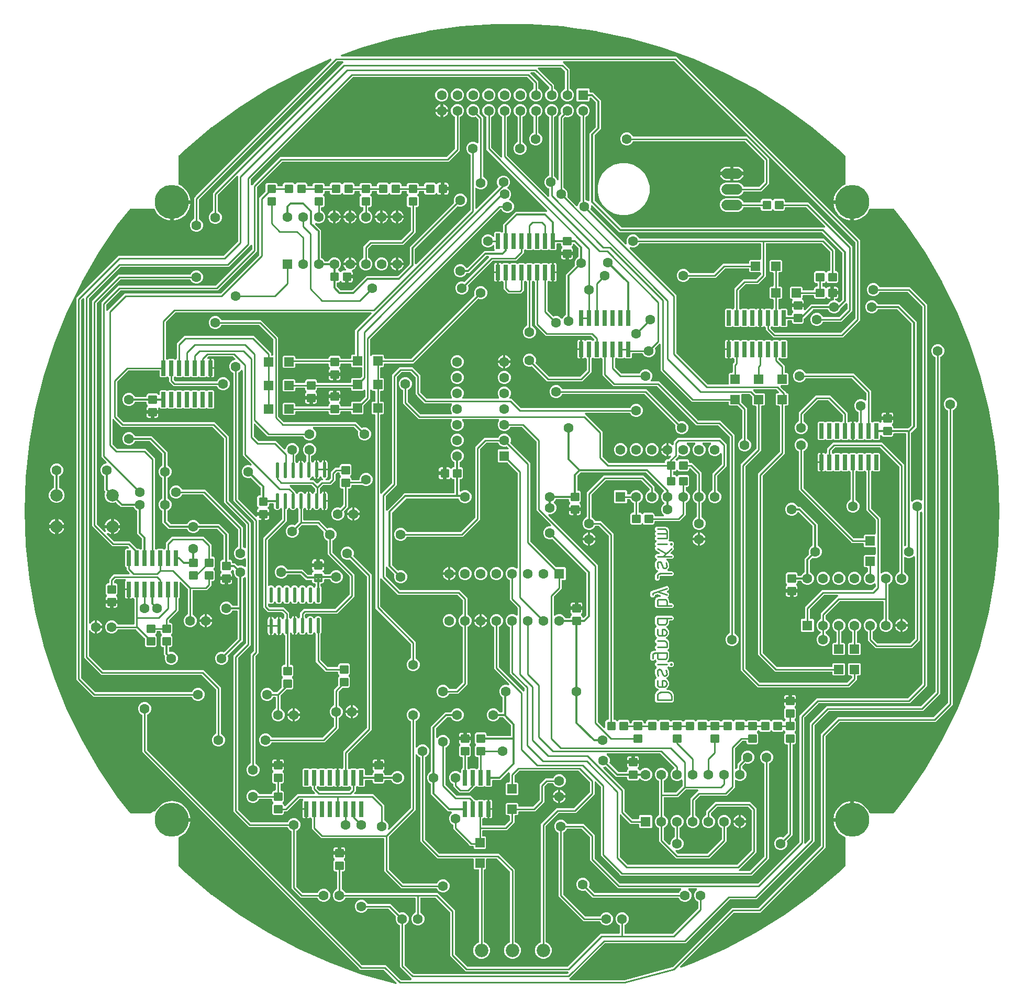
<source format=gbr>
G04 EAGLE Gerber RS-274X export*
G75*
%MOMM*%
%FSLAX34Y34*%
%LPD*%
%INBottom Copper*%
%IPPOS*%
%AMOC8*
5,1,8,0,0,1.08239X$1,22.5*%
G01*
%ADD10C,0.254000*%
%ADD11C,1.600000*%
%ADD12C,0.280000*%
%ADD13R,1.500000X1.500000*%
%ADD14C,1.676400*%
%ADD15R,0.635000X2.500000*%
%ADD16R,1.600000X1.600000*%
%ADD17C,0.440000*%
%ADD18C,2.184400*%
%ADD19C,2.000000*%
%ADD20C,0.300000*%
%ADD21C,5.500000*%

G36*
X612137Y34307D02*
X612137Y34307D01*
X612225Y34309D01*
X612307Y34330D01*
X612392Y34342D01*
X612474Y34374D01*
X612559Y34396D01*
X612635Y34436D01*
X612715Y34466D01*
X612787Y34516D01*
X612865Y34557D01*
X612929Y34613D01*
X613000Y34662D01*
X613060Y34727D01*
X613126Y34784D01*
X613176Y34854D01*
X613233Y34917D01*
X613276Y34994D01*
X613328Y35065D01*
X613360Y35144D01*
X613402Y35219D01*
X613426Y35303D01*
X613459Y35385D01*
X613473Y35469D01*
X613497Y35551D01*
X613501Y35639D01*
X613515Y35726D01*
X613509Y35811D01*
X613513Y35897D01*
X613497Y35983D01*
X613490Y36071D01*
X613465Y36153D01*
X613449Y36236D01*
X613414Y36317D01*
X613388Y36401D01*
X613344Y36475D01*
X613310Y36553D01*
X613257Y36623D01*
X613212Y36699D01*
X613119Y36806D01*
X613101Y36829D01*
X613092Y36837D01*
X613077Y36854D01*
X593221Y56710D01*
X593112Y56797D01*
X593006Y56888D01*
X592976Y56904D01*
X592950Y56925D01*
X592824Y56984D01*
X592700Y57049D01*
X592667Y57057D01*
X592637Y57072D01*
X592500Y57100D01*
X592365Y57135D01*
X592320Y57138D01*
X592298Y57143D01*
X592265Y57142D01*
X592161Y57149D01*
X554682Y57149D01*
X201929Y409902D01*
X201929Y469227D01*
X201919Y469314D01*
X201919Y469402D01*
X201899Y469486D01*
X201889Y469571D01*
X201860Y469653D01*
X201840Y469738D01*
X201801Y469815D01*
X201772Y469896D01*
X201724Y469969D01*
X201685Y470048D01*
X201630Y470114D01*
X201583Y470186D01*
X201520Y470246D01*
X201464Y470313D01*
X201395Y470365D01*
X201333Y470424D01*
X201257Y470469D01*
X201187Y470521D01*
X201059Y470585D01*
X201035Y470599D01*
X201023Y470603D01*
X201004Y470613D01*
X199769Y471124D01*
X196804Y474089D01*
X195199Y477963D01*
X195199Y482157D01*
X196804Y486031D01*
X199769Y488996D01*
X203643Y490601D01*
X207837Y490601D01*
X211711Y488996D01*
X214676Y486031D01*
X216281Y482157D01*
X216281Y477963D01*
X214676Y474089D01*
X211711Y471124D01*
X210476Y470613D01*
X210400Y470570D01*
X210319Y470536D01*
X210249Y470486D01*
X210174Y470444D01*
X210109Y470385D01*
X210039Y470334D01*
X209982Y470269D01*
X209919Y470211D01*
X209869Y470139D01*
X209812Y470073D01*
X209772Y469997D01*
X209723Y469926D01*
X209692Y469845D01*
X209651Y469767D01*
X209630Y469684D01*
X209599Y469604D01*
X209587Y469517D01*
X209565Y469432D01*
X209555Y469289D01*
X209551Y469261D01*
X209552Y469249D01*
X209551Y469227D01*
X209551Y413679D01*
X209567Y413541D01*
X209577Y413402D01*
X209587Y413370D01*
X209591Y413336D01*
X209638Y413205D01*
X209679Y413072D01*
X209697Y413043D01*
X209708Y413011D01*
X209784Y412894D01*
X209855Y412774D01*
X209885Y412740D01*
X209897Y412721D01*
X209921Y412698D01*
X209990Y412619D01*
X557399Y65210D01*
X557508Y65123D01*
X557614Y65032D01*
X557644Y65016D01*
X557670Y64995D01*
X557796Y64936D01*
X557920Y64871D01*
X557953Y64863D01*
X557983Y64848D01*
X558120Y64820D01*
X558255Y64785D01*
X558300Y64782D01*
X558322Y64777D01*
X558355Y64778D01*
X558459Y64771D01*
X595938Y64771D01*
X619629Y41080D01*
X619738Y40993D01*
X619844Y40902D01*
X619874Y40886D01*
X619900Y40865D01*
X620026Y40806D01*
X620150Y40741D01*
X620183Y40733D01*
X620213Y40718D01*
X620350Y40690D01*
X620485Y40655D01*
X620530Y40652D01*
X620552Y40647D01*
X620585Y40648D01*
X620689Y40641D01*
X636191Y40641D01*
X636295Y40653D01*
X636399Y40655D01*
X636466Y40673D01*
X636535Y40681D01*
X636633Y40716D01*
X636734Y40742D01*
X636795Y40775D01*
X636860Y40798D01*
X636947Y40855D01*
X637039Y40904D01*
X637092Y40949D01*
X637149Y40987D01*
X637222Y41062D01*
X637300Y41131D01*
X637340Y41187D01*
X637388Y41237D01*
X637441Y41327D01*
X637502Y41412D01*
X637528Y41476D01*
X637563Y41535D01*
X637594Y41635D01*
X637634Y41731D01*
X637645Y41800D01*
X637665Y41866D01*
X637672Y41970D01*
X637689Y42073D01*
X637684Y42142D01*
X637689Y42211D01*
X637672Y42313D01*
X637665Y42418D01*
X637644Y42484D01*
X637633Y42552D01*
X637593Y42648D01*
X637562Y42748D01*
X637527Y42807D01*
X637500Y42871D01*
X637439Y42956D01*
X637386Y43045D01*
X637318Y43124D01*
X637298Y43151D01*
X637281Y43166D01*
X637251Y43200D01*
X634580Y45871D01*
X618489Y61962D01*
X618489Y128867D01*
X618479Y128954D01*
X618479Y129042D01*
X618459Y129126D01*
X618449Y129211D01*
X618420Y129293D01*
X618400Y129378D01*
X618361Y129455D01*
X618332Y129536D01*
X618284Y129609D01*
X618245Y129688D01*
X618190Y129754D01*
X618143Y129826D01*
X618080Y129886D01*
X618024Y129953D01*
X617955Y130005D01*
X617893Y130064D01*
X617817Y130109D01*
X617747Y130161D01*
X617619Y130225D01*
X617595Y130239D01*
X617583Y130243D01*
X617564Y130253D01*
X616329Y130764D01*
X613364Y133729D01*
X611759Y137603D01*
X611759Y141797D01*
X612271Y143031D01*
X612295Y143115D01*
X612328Y143196D01*
X612342Y143281D01*
X612365Y143364D01*
X612369Y143451D01*
X612383Y143538D01*
X612377Y143623D01*
X612381Y143709D01*
X612365Y143795D01*
X612359Y143883D01*
X612333Y143965D01*
X612318Y144049D01*
X612282Y144129D01*
X612256Y144213D01*
X612212Y144287D01*
X612178Y144365D01*
X612125Y144435D01*
X612080Y144510D01*
X611986Y144619D01*
X611969Y144641D01*
X611960Y144649D01*
X611946Y144665D01*
X600841Y155770D01*
X600732Y155857D01*
X600626Y155948D01*
X600596Y155964D01*
X600570Y155985D01*
X600444Y156044D01*
X600320Y156109D01*
X600287Y156117D01*
X600257Y156132D01*
X600120Y156160D01*
X599985Y156195D01*
X599940Y156198D01*
X599918Y156203D01*
X599885Y156202D01*
X599781Y156209D01*
X567093Y156209D01*
X567006Y156199D01*
X566918Y156199D01*
X566834Y156179D01*
X566749Y156169D01*
X566667Y156140D01*
X566582Y156120D01*
X566505Y156081D01*
X566424Y156052D01*
X566351Y156004D01*
X566272Y155965D01*
X566206Y155910D01*
X566134Y155863D01*
X566074Y155800D01*
X566007Y155744D01*
X565955Y155675D01*
X565896Y155613D01*
X565851Y155537D01*
X565799Y155467D01*
X565735Y155339D01*
X565721Y155315D01*
X565717Y155303D01*
X565707Y155284D01*
X565196Y154049D01*
X562231Y151084D01*
X558357Y149479D01*
X554163Y149479D01*
X550289Y151084D01*
X547324Y154049D01*
X545719Y157923D01*
X545719Y162117D01*
X547324Y165991D01*
X550289Y168956D01*
X554163Y170561D01*
X558357Y170561D01*
X562231Y168956D01*
X565196Y165991D01*
X565707Y164756D01*
X565750Y164680D01*
X565784Y164599D01*
X565834Y164529D01*
X565876Y164454D01*
X565935Y164389D01*
X565986Y164319D01*
X566051Y164262D01*
X566109Y164199D01*
X566181Y164149D01*
X566247Y164092D01*
X566323Y164052D01*
X566394Y164003D01*
X566475Y163972D01*
X566553Y163931D01*
X566636Y163910D01*
X566716Y163879D01*
X566803Y163867D01*
X566888Y163845D01*
X567031Y163835D01*
X567059Y163831D01*
X567071Y163832D01*
X567093Y163831D01*
X603558Y163831D01*
X617335Y150054D01*
X617403Y150000D01*
X617465Y149938D01*
X617539Y149893D01*
X617606Y149840D01*
X617685Y149803D01*
X617760Y149757D01*
X617841Y149729D01*
X617919Y149693D01*
X618004Y149675D01*
X618088Y149647D01*
X618173Y149639D01*
X618257Y149622D01*
X618345Y149624D01*
X618432Y149616D01*
X618517Y149628D01*
X618603Y149630D01*
X618688Y149652D01*
X618774Y149664D01*
X618911Y149710D01*
X618937Y149717D01*
X618948Y149722D01*
X618969Y149729D01*
X620203Y150241D01*
X624397Y150241D01*
X628271Y148636D01*
X631236Y145671D01*
X632841Y141797D01*
X632841Y137603D01*
X631236Y133729D01*
X628271Y130764D01*
X627036Y130253D01*
X626960Y130210D01*
X626879Y130176D01*
X626809Y130126D01*
X626734Y130084D01*
X626669Y130025D01*
X626599Y129974D01*
X626542Y129909D01*
X626479Y129851D01*
X626429Y129779D01*
X626372Y129713D01*
X626332Y129637D01*
X626283Y129566D01*
X626252Y129485D01*
X626211Y129407D01*
X626190Y129324D01*
X626159Y129244D01*
X626147Y129157D01*
X626125Y129072D01*
X626115Y128929D01*
X626111Y128901D01*
X626112Y128889D01*
X626111Y128867D01*
X626111Y65740D01*
X626113Y65719D01*
X626112Y65708D01*
X626120Y65665D01*
X626127Y65602D01*
X626137Y65463D01*
X626147Y65430D01*
X626151Y65397D01*
X626198Y65266D01*
X626239Y65133D01*
X626257Y65103D01*
X626268Y65072D01*
X626344Y64955D01*
X626415Y64835D01*
X626445Y64801D01*
X626457Y64782D01*
X626481Y64759D01*
X626550Y64680D01*
X639970Y51260D01*
X640079Y51174D01*
X640184Y51082D01*
X640214Y51067D01*
X640241Y51046D01*
X640367Y50986D01*
X640490Y50921D01*
X640523Y50913D01*
X640554Y50899D01*
X640690Y50870D01*
X640825Y50835D01*
X640870Y50832D01*
X640892Y50827D01*
X640926Y50828D01*
X641030Y50821D01*
X889341Y50821D01*
X889479Y50837D01*
X889618Y50847D01*
X889650Y50857D01*
X889684Y50861D01*
X889815Y50908D01*
X889948Y50950D01*
X889977Y50967D01*
X890009Y50978D01*
X890126Y51055D01*
X890246Y51125D01*
X890280Y51155D01*
X890299Y51167D01*
X890322Y51192D01*
X890401Y51260D01*
X891190Y52050D01*
X891255Y52132D01*
X891327Y52207D01*
X891362Y52267D01*
X891405Y52321D01*
X891449Y52415D01*
X891502Y52505D01*
X891522Y52571D01*
X891552Y52634D01*
X891573Y52736D01*
X891604Y52836D01*
X891609Y52905D01*
X891623Y52972D01*
X891621Y53076D01*
X891628Y53181D01*
X891617Y53249D01*
X891615Y53318D01*
X891589Y53419D01*
X891572Y53522D01*
X891545Y53586D01*
X891528Y53652D01*
X891479Y53745D01*
X891439Y53841D01*
X891399Y53897D01*
X891366Y53958D01*
X891298Y54037D01*
X891237Y54121D01*
X891185Y54167D01*
X891139Y54219D01*
X891055Y54280D01*
X890976Y54348D01*
X890915Y54380D01*
X890858Y54421D01*
X890762Y54460D01*
X890670Y54509D01*
X890603Y54526D01*
X890539Y54553D01*
X890436Y54569D01*
X890335Y54595D01*
X890231Y54602D01*
X890198Y54608D01*
X890175Y54606D01*
X890130Y54609D01*
X724862Y54609D01*
X699769Y79702D01*
X699769Y150201D01*
X699753Y150339D01*
X699743Y150478D01*
X699733Y150510D01*
X699729Y150544D01*
X699682Y150675D01*
X699641Y150808D01*
X699623Y150837D01*
X699612Y150869D01*
X699536Y150986D01*
X699465Y151106D01*
X699435Y151140D01*
X699423Y151159D01*
X699399Y151182D01*
X699330Y151261D01*
X677041Y173550D01*
X676932Y173637D01*
X676826Y173728D01*
X676796Y173744D01*
X676770Y173765D01*
X676644Y173824D01*
X676520Y173889D01*
X676487Y173897D01*
X676457Y173912D01*
X676320Y173940D01*
X676185Y173975D01*
X676140Y173978D01*
X676118Y173983D01*
X676085Y173982D01*
X675981Y173989D01*
X653010Y173989D01*
X652975Y173985D01*
X652939Y173988D01*
X652803Y173965D01*
X652667Y173949D01*
X652633Y173937D01*
X652598Y173932D01*
X652471Y173879D01*
X652341Y173832D01*
X652312Y173813D01*
X652279Y173799D01*
X652167Y173718D01*
X652052Y173643D01*
X652027Y173617D01*
X651999Y173597D01*
X651908Y173493D01*
X651813Y173393D01*
X651795Y173362D01*
X651772Y173336D01*
X651708Y173213D01*
X651638Y173095D01*
X651628Y173061D01*
X651611Y173029D01*
X651577Y172896D01*
X651536Y172764D01*
X651534Y172729D01*
X651525Y172695D01*
X651511Y172490D01*
X651511Y150533D01*
X651521Y150446D01*
X651521Y150358D01*
X651541Y150274D01*
X651551Y150189D01*
X651580Y150107D01*
X651600Y150022D01*
X651639Y149945D01*
X651668Y149864D01*
X651716Y149791D01*
X651755Y149712D01*
X651810Y149646D01*
X651857Y149574D01*
X651920Y149514D01*
X651976Y149447D01*
X652045Y149395D01*
X652107Y149336D01*
X652183Y149291D01*
X652253Y149239D01*
X652381Y149175D01*
X652405Y149161D01*
X652417Y149157D01*
X652436Y149147D01*
X653671Y148636D01*
X656636Y145671D01*
X658241Y141797D01*
X658241Y137603D01*
X656636Y133729D01*
X653671Y130764D01*
X649797Y129159D01*
X645603Y129159D01*
X641729Y130764D01*
X638764Y133729D01*
X637159Y137603D01*
X637159Y141797D01*
X638764Y145671D01*
X641729Y148636D01*
X642964Y149147D01*
X643040Y149190D01*
X643121Y149224D01*
X643191Y149274D01*
X643266Y149316D01*
X643331Y149375D01*
X643401Y149426D01*
X643458Y149491D01*
X643521Y149549D01*
X643571Y149621D01*
X643628Y149687D01*
X643668Y149763D01*
X643717Y149834D01*
X643748Y149915D01*
X643789Y149993D01*
X643810Y150076D01*
X643841Y150156D01*
X643853Y150243D01*
X643875Y150328D01*
X643885Y150471D01*
X643889Y150499D01*
X643888Y150511D01*
X643889Y150533D01*
X643889Y172490D01*
X643885Y172525D01*
X643888Y172561D01*
X643865Y172697D01*
X643849Y172833D01*
X643837Y172867D01*
X643832Y172902D01*
X643779Y173029D01*
X643732Y173159D01*
X643713Y173188D01*
X643699Y173221D01*
X643618Y173333D01*
X643543Y173448D01*
X643517Y173473D01*
X643497Y173501D01*
X643393Y173592D01*
X643293Y173687D01*
X643262Y173705D01*
X643236Y173728D01*
X643113Y173792D01*
X642995Y173862D01*
X642961Y173872D01*
X642929Y173889D01*
X642796Y173923D01*
X642664Y173964D01*
X642629Y173966D01*
X642595Y173975D01*
X642390Y173989D01*
X531533Y173989D01*
X531446Y173979D01*
X531358Y173979D01*
X531274Y173959D01*
X531189Y173949D01*
X531107Y173920D01*
X531022Y173900D01*
X530945Y173861D01*
X530864Y173832D01*
X530791Y173784D01*
X530712Y173745D01*
X530646Y173690D01*
X530574Y173643D01*
X530514Y173580D01*
X530447Y173524D01*
X530395Y173455D01*
X530336Y173393D01*
X530291Y173317D01*
X530239Y173247D01*
X530175Y173119D01*
X530161Y173095D01*
X530157Y173083D01*
X530147Y173064D01*
X529636Y171829D01*
X526671Y168864D01*
X522797Y167259D01*
X518603Y167259D01*
X514729Y168864D01*
X511764Y171829D01*
X510159Y175703D01*
X510159Y179897D01*
X511764Y183771D01*
X514729Y186736D01*
X515964Y187247D01*
X516040Y187290D01*
X516121Y187324D01*
X516191Y187374D01*
X516266Y187416D01*
X516331Y187475D01*
X516401Y187526D01*
X516458Y187591D01*
X516521Y187649D01*
X516571Y187721D01*
X516628Y187787D01*
X516668Y187863D01*
X516717Y187934D01*
X516748Y188015D01*
X516789Y188093D01*
X516810Y188176D01*
X516841Y188256D01*
X516853Y188343D01*
X516875Y188428D01*
X516885Y188571D01*
X516889Y188599D01*
X516888Y188611D01*
X516889Y188633D01*
X516889Y215020D01*
X516885Y215055D01*
X516888Y215091D01*
X516865Y215227D01*
X516849Y215363D01*
X516837Y215397D01*
X516832Y215432D01*
X516779Y215559D01*
X516732Y215689D01*
X516713Y215718D01*
X516699Y215751D01*
X516618Y215863D01*
X516543Y215978D01*
X516517Y216003D01*
X516497Y216031D01*
X516393Y216122D01*
X516293Y216217D01*
X516262Y216235D01*
X516236Y216258D01*
X516113Y216322D01*
X515995Y216392D01*
X515961Y216402D01*
X515929Y216419D01*
X515796Y216453D01*
X515664Y216494D01*
X515629Y216496D01*
X515595Y216505D01*
X515390Y216519D01*
X513468Y216519D01*
X511159Y218828D01*
X511159Y233292D01*
X513000Y235133D01*
X513036Y235179D01*
X513079Y235218D01*
X513143Y235314D01*
X513215Y235404D01*
X513239Y235457D01*
X513272Y235505D01*
X513313Y235613D01*
X513361Y235717D01*
X513373Y235774D01*
X513394Y235829D01*
X513409Y235943D01*
X513433Y236055D01*
X513431Y236114D01*
X513439Y236172D01*
X513427Y236286D01*
X513425Y236401D01*
X513410Y236458D01*
X513404Y236516D01*
X513366Y236624D01*
X513337Y236735D01*
X513310Y236787D01*
X513291Y236842D01*
X513230Y236940D01*
X513176Y237041D01*
X513137Y237085D01*
X513106Y237135D01*
X513024Y237215D01*
X512949Y237302D01*
X512901Y237336D01*
X512860Y237377D01*
X512689Y237491D01*
X512680Y237497D01*
X511947Y238230D01*
X511428Y239129D01*
X511159Y240131D01*
X511159Y243251D01*
X519200Y243251D01*
X519235Y243255D01*
X519270Y243252D01*
X519407Y243275D01*
X519543Y243291D01*
X519577Y243303D01*
X519612Y243308D01*
X519739Y243361D01*
X519869Y243408D01*
X519898Y243428D01*
X519931Y243441D01*
X520043Y243522D01*
X520158Y243597D01*
X520183Y243623D01*
X520211Y243643D01*
X520302Y243748D01*
X520397Y243847D01*
X520415Y243878D01*
X520438Y243904D01*
X520502Y244027D01*
X520572Y244145D01*
X520582Y244179D01*
X520599Y244211D01*
X520633Y244344D01*
X520674Y244476D01*
X520676Y244511D01*
X520685Y244545D01*
X520699Y244750D01*
X520699Y246251D01*
X520701Y246251D01*
X520701Y244750D01*
X520705Y244715D01*
X520703Y244679D01*
X520725Y244543D01*
X520741Y244407D01*
X520753Y244373D01*
X520759Y244338D01*
X520811Y244211D01*
X520858Y244081D01*
X520878Y244052D01*
X520891Y244019D01*
X520972Y243907D01*
X521047Y243792D01*
X521073Y243767D01*
X521093Y243739D01*
X521198Y243648D01*
X521297Y243553D01*
X521328Y243535D01*
X521355Y243512D01*
X521477Y243448D01*
X521595Y243378D01*
X521629Y243368D01*
X521661Y243351D01*
X521794Y243317D01*
X521926Y243276D01*
X521961Y243274D01*
X521995Y243265D01*
X522200Y243251D01*
X530241Y243251D01*
X530241Y240131D01*
X529972Y239129D01*
X529453Y238230D01*
X528720Y237497D01*
X528711Y237491D01*
X528664Y237457D01*
X528612Y237429D01*
X528525Y237354D01*
X528433Y237285D01*
X528395Y237240D01*
X528351Y237202D01*
X528284Y237109D01*
X528210Y237021D01*
X528184Y236969D01*
X528150Y236921D01*
X528106Y236815D01*
X528054Y236712D01*
X528040Y236656D01*
X528018Y236602D01*
X527999Y236488D01*
X527972Y236376D01*
X527972Y236318D01*
X527963Y236260D01*
X527971Y236145D01*
X527970Y236031D01*
X527983Y235974D01*
X527987Y235915D01*
X528021Y235806D01*
X528047Y235694D01*
X528072Y235641D01*
X528090Y235585D01*
X528148Y235486D01*
X528199Y235383D01*
X528236Y235338D01*
X528265Y235288D01*
X528400Y235133D01*
X530241Y233292D01*
X530241Y218828D01*
X527932Y216519D01*
X526010Y216519D01*
X525975Y216515D01*
X525939Y216518D01*
X525803Y216495D01*
X525667Y216479D01*
X525633Y216467D01*
X525598Y216462D01*
X525471Y216409D01*
X525341Y216362D01*
X525312Y216343D01*
X525279Y216329D01*
X525167Y216248D01*
X525052Y216173D01*
X525027Y216147D01*
X524999Y216127D01*
X524908Y216023D01*
X524813Y215923D01*
X524795Y215892D01*
X524772Y215866D01*
X524708Y215743D01*
X524638Y215625D01*
X524628Y215591D01*
X524611Y215559D01*
X524577Y215426D01*
X524536Y215294D01*
X524534Y215259D01*
X524525Y215225D01*
X524511Y215020D01*
X524511Y188633D01*
X524521Y188546D01*
X524521Y188458D01*
X524541Y188374D01*
X524551Y188289D01*
X524580Y188207D01*
X524600Y188122D01*
X524639Y188045D01*
X524668Y187964D01*
X524716Y187891D01*
X524755Y187812D01*
X524810Y187746D01*
X524857Y187674D01*
X524920Y187614D01*
X524976Y187547D01*
X525045Y187495D01*
X525107Y187436D01*
X525183Y187391D01*
X525253Y187339D01*
X525381Y187275D01*
X525405Y187261D01*
X525417Y187257D01*
X525436Y187247D01*
X526671Y186736D01*
X529636Y183771D01*
X530147Y182536D01*
X530190Y182460D01*
X530224Y182379D01*
X530274Y182309D01*
X530316Y182234D01*
X530375Y182169D01*
X530426Y182099D01*
X530491Y182042D01*
X530549Y181979D01*
X530621Y181929D01*
X530687Y181872D01*
X530763Y181832D01*
X530834Y181783D01*
X530915Y181752D01*
X530993Y181711D01*
X531076Y181690D01*
X531156Y181659D01*
X531243Y181647D01*
X531328Y181625D01*
X531471Y181615D01*
X531499Y181611D01*
X531511Y181612D01*
X531533Y181611D01*
X679758Y181611D01*
X707391Y153978D01*
X707391Y83479D01*
X707407Y83341D01*
X707417Y83202D01*
X707427Y83170D01*
X707431Y83136D01*
X707478Y83005D01*
X707519Y82872D01*
X707537Y82843D01*
X707548Y82811D01*
X707624Y82694D01*
X707695Y82574D01*
X707725Y82540D01*
X707737Y82521D01*
X707761Y82498D01*
X707830Y82419D01*
X727579Y62670D01*
X727688Y62583D01*
X727794Y62492D01*
X727824Y62476D01*
X727850Y62455D01*
X727976Y62396D01*
X728100Y62331D01*
X728133Y62323D01*
X728163Y62308D01*
X728300Y62280D01*
X728435Y62245D01*
X728480Y62242D01*
X728502Y62237D01*
X728535Y62238D01*
X728639Y62231D01*
X889341Y62231D01*
X889479Y62247D01*
X889618Y62257D01*
X889650Y62267D01*
X889684Y62271D01*
X889815Y62318D01*
X889948Y62359D01*
X889977Y62377D01*
X890009Y62388D01*
X890126Y62464D01*
X890246Y62535D01*
X890280Y62565D01*
X890299Y62577D01*
X890322Y62601D01*
X890401Y62670D01*
X943302Y115571D01*
X972590Y115571D01*
X972625Y115575D01*
X972661Y115572D01*
X972797Y115595D01*
X972933Y115611D01*
X972967Y115623D01*
X973002Y115628D01*
X973129Y115681D01*
X973259Y115728D01*
X973288Y115747D01*
X973321Y115761D01*
X973433Y115842D01*
X973548Y115917D01*
X973573Y115943D01*
X973601Y115963D01*
X973692Y116067D01*
X973787Y116167D01*
X973805Y116198D01*
X973828Y116224D01*
X973892Y116347D01*
X973962Y116465D01*
X973972Y116499D01*
X973989Y116531D01*
X974023Y116664D01*
X974064Y116796D01*
X974066Y116831D01*
X974075Y116865D01*
X974089Y117070D01*
X974089Y128867D01*
X974079Y128954D01*
X974079Y129042D01*
X974059Y129126D01*
X974049Y129211D01*
X974020Y129293D01*
X974000Y129378D01*
X973961Y129455D01*
X973932Y129536D01*
X973884Y129609D01*
X973845Y129688D01*
X973790Y129754D01*
X973743Y129826D01*
X973680Y129886D01*
X973624Y129953D01*
X973555Y130005D01*
X973493Y130064D01*
X973417Y130109D01*
X973347Y130161D01*
X973219Y130225D01*
X973195Y130239D01*
X973183Y130243D01*
X973164Y130253D01*
X971929Y130764D01*
X968964Y133729D01*
X967359Y137603D01*
X967359Y141797D01*
X968964Y145671D01*
X971929Y148636D01*
X975803Y150241D01*
X979997Y150241D01*
X983871Y148636D01*
X986836Y145671D01*
X988441Y141797D01*
X988441Y137603D01*
X986836Y133729D01*
X983871Y130764D01*
X982636Y130253D01*
X982560Y130210D01*
X982479Y130176D01*
X982409Y130126D01*
X982334Y130084D01*
X982269Y130025D01*
X982199Y129974D01*
X982142Y129909D01*
X982079Y129851D01*
X982029Y129779D01*
X981972Y129713D01*
X981932Y129637D01*
X981883Y129566D01*
X981852Y129485D01*
X981811Y129407D01*
X981790Y129324D01*
X981759Y129244D01*
X981747Y129157D01*
X981725Y129072D01*
X981715Y128929D01*
X981711Y128901D01*
X981712Y128889D01*
X981711Y128867D01*
X981711Y117070D01*
X981715Y117035D01*
X981712Y116999D01*
X981735Y116863D01*
X981751Y116727D01*
X981763Y116693D01*
X981768Y116658D01*
X981821Y116531D01*
X981868Y116401D01*
X981887Y116372D01*
X981901Y116339D01*
X981982Y116227D01*
X982057Y116112D01*
X982083Y116087D01*
X982103Y116059D01*
X982207Y115968D01*
X982307Y115873D01*
X982338Y115855D01*
X982364Y115832D01*
X982487Y115768D01*
X982605Y115698D01*
X982639Y115688D01*
X982671Y115671D01*
X982804Y115637D01*
X982936Y115596D01*
X982971Y115594D01*
X983005Y115585D01*
X983210Y115571D01*
X1059521Y115571D01*
X1059659Y115587D01*
X1059798Y115597D01*
X1059830Y115607D01*
X1059864Y115611D01*
X1059995Y115658D01*
X1060128Y115699D01*
X1060157Y115717D01*
X1060189Y115728D01*
X1060306Y115804D01*
X1060426Y115875D01*
X1060460Y115905D01*
X1060479Y115917D01*
X1060502Y115941D01*
X1060581Y116010D01*
X1100650Y156079D01*
X1100737Y156188D01*
X1100828Y156294D01*
X1100844Y156324D01*
X1100865Y156350D01*
X1100924Y156476D01*
X1100989Y156600D01*
X1100997Y156633D01*
X1101012Y156663D01*
X1101040Y156800D01*
X1101075Y156935D01*
X1101078Y156980D01*
X1101083Y157002D01*
X1101082Y157035D01*
X1101089Y157139D01*
X1101089Y166967D01*
X1101079Y167054D01*
X1101079Y167142D01*
X1101059Y167226D01*
X1101049Y167311D01*
X1101020Y167393D01*
X1101000Y167478D01*
X1100961Y167555D01*
X1100932Y167636D01*
X1100884Y167709D01*
X1100845Y167788D01*
X1100790Y167854D01*
X1100743Y167926D01*
X1100680Y167986D01*
X1100624Y168053D01*
X1100555Y168105D01*
X1100493Y168164D01*
X1100417Y168209D01*
X1100347Y168261D01*
X1100219Y168325D01*
X1100195Y168339D01*
X1100183Y168343D01*
X1100164Y168353D01*
X1098929Y168864D01*
X1095964Y171829D01*
X1094359Y175703D01*
X1094359Y179897D01*
X1095964Y183771D01*
X1098863Y186670D01*
X1098928Y186752D01*
X1099000Y186827D01*
X1099035Y186887D01*
X1099078Y186941D01*
X1099122Y187035D01*
X1099175Y187125D01*
X1099195Y187191D01*
X1099225Y187254D01*
X1099246Y187356D01*
X1099277Y187456D01*
X1099282Y187525D01*
X1099296Y187592D01*
X1099293Y187696D01*
X1099301Y187801D01*
X1099289Y187869D01*
X1099288Y187938D01*
X1099261Y188039D01*
X1099245Y188142D01*
X1099218Y188206D01*
X1099201Y188272D01*
X1099152Y188365D01*
X1099112Y188461D01*
X1099071Y188517D01*
X1099039Y188578D01*
X1098971Y188657D01*
X1098910Y188741D01*
X1098857Y188787D01*
X1098812Y188839D01*
X1098727Y188900D01*
X1098648Y188968D01*
X1098587Y189000D01*
X1098531Y189041D01*
X1098435Y189080D01*
X1098342Y189129D01*
X1098275Y189146D01*
X1098212Y189172D01*
X1098109Y189189D01*
X1098008Y189215D01*
X1097904Y189222D01*
X1097870Y189228D01*
X1097848Y189226D01*
X1097803Y189229D01*
X1086597Y189229D01*
X1086494Y189217D01*
X1086389Y189215D01*
X1086322Y189197D01*
X1086254Y189189D01*
X1086156Y189154D01*
X1086055Y189128D01*
X1085993Y189095D01*
X1085928Y189072D01*
X1085841Y189015D01*
X1085749Y188966D01*
X1085697Y188921D01*
X1085639Y188883D01*
X1085567Y188808D01*
X1085488Y188739D01*
X1085448Y188683D01*
X1085400Y188633D01*
X1085348Y188543D01*
X1085287Y188458D01*
X1085260Y188394D01*
X1085225Y188335D01*
X1085194Y188235D01*
X1085155Y188139D01*
X1085144Y188070D01*
X1085123Y188004D01*
X1085116Y187900D01*
X1085099Y187797D01*
X1085104Y187728D01*
X1085099Y187659D01*
X1085116Y187557D01*
X1085124Y187452D01*
X1085144Y187386D01*
X1085155Y187318D01*
X1085195Y187222D01*
X1085227Y187122D01*
X1085262Y187063D01*
X1085288Y186999D01*
X1085349Y186914D01*
X1085402Y186825D01*
X1085471Y186746D01*
X1085490Y186719D01*
X1085507Y186704D01*
X1085537Y186670D01*
X1088436Y183771D01*
X1090041Y179897D01*
X1090041Y175703D01*
X1088436Y171829D01*
X1085471Y168864D01*
X1081597Y167259D01*
X1077403Y167259D01*
X1073529Y168864D01*
X1070564Y171829D01*
X1070053Y173064D01*
X1070010Y173140D01*
X1069976Y173221D01*
X1069926Y173291D01*
X1069884Y173366D01*
X1069825Y173431D01*
X1069774Y173501D01*
X1069709Y173558D01*
X1069651Y173621D01*
X1069579Y173671D01*
X1069513Y173728D01*
X1069437Y173768D01*
X1069366Y173817D01*
X1069285Y173848D01*
X1069207Y173889D01*
X1069124Y173910D01*
X1069044Y173941D01*
X1068957Y173953D01*
X1068872Y173975D01*
X1068729Y173985D01*
X1068701Y173989D01*
X1068689Y173988D01*
X1068667Y173989D01*
X930602Y173989D01*
X927930Y176661D01*
X919365Y185226D01*
X919297Y185280D01*
X919235Y185342D01*
X919161Y185387D01*
X919094Y185440D01*
X919015Y185478D01*
X918940Y185524D01*
X918859Y185551D01*
X918781Y185587D01*
X918695Y185605D01*
X918612Y185633D01*
X918527Y185641D01*
X918443Y185658D01*
X918355Y185656D01*
X918268Y185664D01*
X918183Y185652D01*
X918097Y185650D01*
X918012Y185628D01*
X917926Y185616D01*
X917789Y185570D01*
X917763Y185563D01*
X917752Y185558D01*
X917731Y185551D01*
X916497Y185039D01*
X912303Y185039D01*
X908429Y186644D01*
X905464Y189609D01*
X903859Y193483D01*
X903859Y197677D01*
X905464Y201551D01*
X908429Y204516D01*
X912303Y206121D01*
X916497Y206121D01*
X920371Y204516D01*
X923336Y201551D01*
X924941Y197677D01*
X924941Y193483D01*
X924429Y192249D01*
X924405Y192165D01*
X924372Y192084D01*
X924358Y191999D01*
X924335Y191916D01*
X924331Y191829D01*
X924317Y191742D01*
X924323Y191657D01*
X924319Y191571D01*
X924335Y191485D01*
X924341Y191397D01*
X924367Y191315D01*
X924382Y191231D01*
X924418Y191151D01*
X924444Y191067D01*
X924487Y190993D01*
X924522Y190915D01*
X924575Y190845D01*
X924620Y190770D01*
X924714Y190661D01*
X924731Y190639D01*
X924740Y190631D01*
X924754Y190615D01*
X933319Y182050D01*
X933428Y181963D01*
X933534Y181872D01*
X933564Y181856D01*
X933590Y181835D01*
X933716Y181776D01*
X933840Y181711D01*
X933873Y181703D01*
X933903Y181688D01*
X934040Y181660D01*
X934175Y181625D01*
X934220Y181622D01*
X934242Y181617D01*
X934275Y181618D01*
X934379Y181611D01*
X1068667Y181611D01*
X1068754Y181621D01*
X1068842Y181621D01*
X1068926Y181641D01*
X1069011Y181651D01*
X1069093Y181680D01*
X1069178Y181700D01*
X1069255Y181739D01*
X1069336Y181768D01*
X1069409Y181816D01*
X1069488Y181855D01*
X1069554Y181910D01*
X1069626Y181957D01*
X1069686Y182020D01*
X1069753Y182076D01*
X1069805Y182145D01*
X1069864Y182207D01*
X1069909Y182283D01*
X1069961Y182353D01*
X1070025Y182481D01*
X1070039Y182505D01*
X1070043Y182517D01*
X1070053Y182536D01*
X1070564Y183771D01*
X1073463Y186670D01*
X1073528Y186752D01*
X1073600Y186827D01*
X1073635Y186887D01*
X1073678Y186941D01*
X1073722Y187035D01*
X1073775Y187125D01*
X1073795Y187191D01*
X1073825Y187254D01*
X1073846Y187356D01*
X1073877Y187456D01*
X1073882Y187525D01*
X1073896Y187592D01*
X1073893Y187696D01*
X1073901Y187801D01*
X1073889Y187869D01*
X1073888Y187938D01*
X1073861Y188039D01*
X1073845Y188142D01*
X1073818Y188206D01*
X1073801Y188272D01*
X1073752Y188365D01*
X1073712Y188461D01*
X1073671Y188517D01*
X1073639Y188578D01*
X1073571Y188657D01*
X1073510Y188741D01*
X1073457Y188787D01*
X1073412Y188839D01*
X1073327Y188900D01*
X1073248Y188968D01*
X1073187Y189000D01*
X1073131Y189041D01*
X1073035Y189080D01*
X1072942Y189129D01*
X1072875Y189146D01*
X1072812Y189172D01*
X1072709Y189189D01*
X1072608Y189215D01*
X1072504Y189222D01*
X1072470Y189228D01*
X1072448Y189226D01*
X1072403Y189229D01*
X971242Y189229D01*
X925829Y234642D01*
X925829Y272121D01*
X925813Y272258D01*
X925803Y272398D01*
X925793Y272430D01*
X925789Y272464D01*
X925742Y272595D01*
X925701Y272728D01*
X925683Y272757D01*
X925672Y272789D01*
X925596Y272906D01*
X925525Y273026D01*
X925495Y273060D01*
X925483Y273079D01*
X925459Y273102D01*
X925390Y273181D01*
X913261Y285310D01*
X913152Y285397D01*
X913046Y285488D01*
X913016Y285504D01*
X912990Y285525D01*
X912864Y285584D01*
X912740Y285649D01*
X912707Y285657D01*
X912677Y285672D01*
X912540Y285700D01*
X912405Y285735D01*
X912360Y285738D01*
X912338Y285743D01*
X912305Y285742D01*
X912201Y285749D01*
X889673Y285749D01*
X889586Y285739D01*
X889498Y285739D01*
X889414Y285719D01*
X889329Y285709D01*
X889247Y285680D01*
X889162Y285660D01*
X889085Y285621D01*
X889004Y285592D01*
X888931Y285544D01*
X888852Y285505D01*
X888786Y285450D01*
X888714Y285403D01*
X888654Y285340D01*
X888587Y285284D01*
X888535Y285215D01*
X888476Y285153D01*
X888431Y285077D01*
X888379Y285007D01*
X888315Y284879D01*
X888301Y284855D01*
X888297Y284843D01*
X888287Y284824D01*
X887776Y283589D01*
X884811Y280624D01*
X883576Y280113D01*
X883500Y280070D01*
X883419Y280036D01*
X883349Y279986D01*
X883274Y279944D01*
X883209Y279885D01*
X883139Y279834D01*
X883082Y279769D01*
X883019Y279711D01*
X882969Y279639D01*
X882912Y279573D01*
X882872Y279497D01*
X882823Y279426D01*
X882792Y279345D01*
X882751Y279267D01*
X882730Y279184D01*
X882699Y279104D01*
X882687Y279017D01*
X882665Y278932D01*
X882655Y278789D01*
X882651Y278761D01*
X882652Y278749D01*
X882651Y278727D01*
X882651Y179999D01*
X882667Y179861D01*
X882677Y179722D01*
X882687Y179690D01*
X882691Y179656D01*
X882738Y179525D01*
X882779Y179392D01*
X882797Y179363D01*
X882808Y179331D01*
X882884Y179214D01*
X882955Y179094D01*
X882985Y179060D01*
X882997Y179041D01*
X883021Y179018D01*
X883090Y178939D01*
X918079Y143950D01*
X918188Y143863D01*
X918294Y143772D01*
X918324Y143756D01*
X918350Y143735D01*
X918476Y143676D01*
X918600Y143611D01*
X918633Y143603D01*
X918663Y143588D01*
X918800Y143560D01*
X918935Y143525D01*
X918980Y143522D01*
X919002Y143517D01*
X919035Y143518D01*
X919139Y143511D01*
X941667Y143511D01*
X941754Y143521D01*
X941842Y143521D01*
X941926Y143541D01*
X942011Y143551D01*
X942093Y143580D01*
X942178Y143600D01*
X942255Y143639D01*
X942336Y143668D01*
X942409Y143716D01*
X942488Y143755D01*
X942554Y143810D01*
X942626Y143857D01*
X942686Y143920D01*
X942753Y143976D01*
X942805Y144045D01*
X942864Y144107D01*
X942909Y144183D01*
X942961Y144253D01*
X943025Y144381D01*
X943039Y144405D01*
X943043Y144417D01*
X943053Y144436D01*
X943564Y145671D01*
X946529Y148636D01*
X950403Y150241D01*
X954597Y150241D01*
X958471Y148636D01*
X961436Y145671D01*
X963041Y141797D01*
X963041Y137603D01*
X961436Y133729D01*
X958471Y130764D01*
X954597Y129159D01*
X950403Y129159D01*
X946529Y130764D01*
X943564Y133729D01*
X943053Y134964D01*
X943010Y135040D01*
X942976Y135121D01*
X942926Y135191D01*
X942884Y135266D01*
X942825Y135331D01*
X942774Y135401D01*
X942709Y135458D01*
X942651Y135521D01*
X942579Y135571D01*
X942513Y135628D01*
X942437Y135668D01*
X942366Y135717D01*
X942285Y135748D01*
X942207Y135789D01*
X942124Y135810D01*
X942044Y135841D01*
X941957Y135853D01*
X941872Y135875D01*
X941729Y135885D01*
X941701Y135889D01*
X941689Y135888D01*
X941667Y135889D01*
X915362Y135889D01*
X875029Y176222D01*
X875029Y278727D01*
X875028Y278742D01*
X875028Y278743D01*
X875027Y278745D01*
X875019Y278814D01*
X875019Y278902D01*
X874999Y278986D01*
X874989Y279071D01*
X874960Y279153D01*
X874940Y279238D01*
X874901Y279315D01*
X874872Y279396D01*
X874824Y279469D01*
X874785Y279548D01*
X874730Y279614D01*
X874683Y279686D01*
X874620Y279746D01*
X874564Y279813D01*
X874495Y279865D01*
X874433Y279924D01*
X874357Y279969D01*
X874287Y280021D01*
X874159Y280085D01*
X874135Y280099D01*
X874123Y280103D01*
X874104Y280113D01*
X872869Y280624D01*
X869904Y283589D01*
X868299Y287463D01*
X868299Y291657D01*
X869904Y295531D01*
X872869Y298496D01*
X876743Y300101D01*
X880937Y300101D01*
X884811Y298496D01*
X887776Y295531D01*
X888287Y294296D01*
X888330Y294220D01*
X888364Y294139D01*
X888414Y294069D01*
X888456Y293994D01*
X888515Y293929D01*
X888566Y293859D01*
X888631Y293802D01*
X888689Y293739D01*
X888761Y293689D01*
X888827Y293632D01*
X888903Y293592D01*
X888974Y293543D01*
X889055Y293512D01*
X889133Y293471D01*
X889216Y293450D01*
X889296Y293419D01*
X889383Y293407D01*
X889468Y293385D01*
X889611Y293375D01*
X889639Y293371D01*
X889651Y293372D01*
X889673Y293371D01*
X915978Y293371D01*
X933451Y275898D01*
X933451Y238419D01*
X933467Y238281D01*
X933477Y238142D01*
X933487Y238110D01*
X933491Y238076D01*
X933538Y237945D01*
X933579Y237812D01*
X933597Y237783D01*
X933608Y237751D01*
X933684Y237634D01*
X933755Y237514D01*
X933785Y237480D01*
X933797Y237461D01*
X933821Y237438D01*
X933890Y237359D01*
X973959Y197290D01*
X974068Y197203D01*
X974174Y197112D01*
X974204Y197096D01*
X974230Y197075D01*
X974356Y197016D01*
X974480Y196951D01*
X974513Y196943D01*
X974543Y196928D01*
X974680Y196900D01*
X974815Y196865D01*
X974860Y196862D01*
X974882Y196857D01*
X974915Y196858D01*
X975019Y196851D01*
X1196681Y196851D01*
X1196819Y196867D01*
X1196958Y196877D01*
X1196990Y196887D01*
X1197024Y196891D01*
X1197155Y196938D01*
X1197288Y196979D01*
X1197317Y196997D01*
X1197349Y197008D01*
X1197466Y197084D01*
X1197586Y197155D01*
X1197620Y197185D01*
X1197639Y197197D01*
X1197662Y197221D01*
X1197741Y197290D01*
X1264480Y264029D01*
X1264567Y264138D01*
X1264658Y264244D01*
X1264674Y264274D01*
X1264695Y264300D01*
X1264754Y264426D01*
X1264819Y264550D01*
X1264827Y264583D01*
X1264842Y264613D01*
X1264870Y264750D01*
X1264905Y264885D01*
X1264908Y264930D01*
X1264913Y264952D01*
X1264912Y264985D01*
X1264919Y265089D01*
X1264919Y468938D01*
X1292552Y496571D01*
X1439631Y496571D01*
X1439769Y496587D01*
X1439908Y496597D01*
X1439940Y496607D01*
X1439974Y496611D01*
X1440105Y496658D01*
X1440238Y496699D01*
X1440267Y496717D01*
X1440299Y496728D01*
X1440416Y496804D01*
X1440536Y496875D01*
X1440570Y496905D01*
X1440589Y496917D01*
X1440612Y496941D01*
X1440691Y497010D01*
X1462980Y519299D01*
X1463067Y519408D01*
X1463158Y519514D01*
X1463174Y519544D01*
X1463195Y519570D01*
X1463254Y519696D01*
X1463319Y519820D01*
X1463327Y519853D01*
X1463342Y519883D01*
X1463370Y520020D01*
X1463405Y520155D01*
X1463408Y520200D01*
X1463413Y520222D01*
X1463412Y520255D01*
X1463419Y520359D01*
X1463419Y797380D01*
X1463401Y797535D01*
X1463387Y797691D01*
X1463381Y797707D01*
X1463379Y797724D01*
X1463326Y797870D01*
X1463277Y798019D01*
X1463268Y798033D01*
X1463262Y798049D01*
X1463177Y798180D01*
X1463094Y798313D01*
X1463082Y798324D01*
X1463073Y798339D01*
X1462960Y798447D01*
X1462850Y798557D01*
X1462835Y798566D01*
X1462823Y798577D01*
X1462689Y798656D01*
X1462555Y798738D01*
X1462539Y798744D01*
X1462525Y798752D01*
X1462376Y798798D01*
X1462227Y798848D01*
X1462211Y798849D01*
X1462194Y798854D01*
X1462038Y798865D01*
X1461883Y798879D01*
X1461866Y798877D01*
X1461849Y798878D01*
X1461695Y798853D01*
X1461541Y798831D01*
X1461520Y798824D01*
X1461508Y798822D01*
X1461483Y798811D01*
X1461346Y798766D01*
X1460156Y798273D01*
X1460080Y798230D01*
X1459999Y798196D01*
X1459929Y798146D01*
X1459854Y798104D01*
X1459790Y798045D01*
X1459719Y797994D01*
X1459662Y797929D01*
X1459599Y797871D01*
X1459549Y797799D01*
X1459492Y797733D01*
X1459452Y797657D01*
X1459403Y797586D01*
X1459372Y797504D01*
X1459331Y797427D01*
X1459310Y797344D01*
X1459279Y797264D01*
X1459267Y797177D01*
X1459245Y797092D01*
X1459235Y796949D01*
X1459231Y796921D01*
X1459232Y796909D01*
X1459231Y796887D01*
X1459231Y590242D01*
X1446838Y577849D01*
X1387802Y577849D01*
X1375409Y590242D01*
X1375409Y603847D01*
X1375399Y603934D01*
X1375399Y604022D01*
X1375379Y604106D01*
X1375369Y604191D01*
X1375340Y604273D01*
X1375320Y604358D01*
X1375281Y604435D01*
X1375252Y604516D01*
X1375204Y604589D01*
X1375165Y604668D01*
X1375110Y604734D01*
X1375063Y604806D01*
X1375000Y604866D01*
X1374944Y604933D01*
X1374875Y604985D01*
X1374813Y605044D01*
X1374737Y605089D01*
X1374667Y605141D01*
X1374539Y605205D01*
X1374515Y605219D01*
X1374503Y605223D01*
X1374484Y605233D01*
X1373249Y605744D01*
X1370284Y608709D01*
X1368679Y612583D01*
X1368679Y616777D01*
X1370284Y620651D01*
X1373249Y623616D01*
X1377123Y625221D01*
X1381317Y625221D01*
X1385191Y623616D01*
X1388156Y620651D01*
X1389761Y616777D01*
X1389761Y612583D01*
X1388156Y608709D01*
X1385191Y605744D01*
X1383956Y605233D01*
X1383880Y605190D01*
X1383799Y605156D01*
X1383729Y605106D01*
X1383654Y605064D01*
X1383589Y605005D01*
X1383519Y604954D01*
X1383462Y604889D01*
X1383399Y604831D01*
X1383349Y604759D01*
X1383292Y604693D01*
X1383252Y604617D01*
X1383203Y604546D01*
X1383172Y604465D01*
X1383131Y604387D01*
X1383110Y604304D01*
X1383079Y604224D01*
X1383067Y604137D01*
X1383045Y604052D01*
X1383035Y603909D01*
X1383031Y603881D01*
X1383032Y603869D01*
X1383031Y603847D01*
X1383031Y594019D01*
X1383047Y593881D01*
X1383057Y593742D01*
X1383067Y593710D01*
X1383071Y593676D01*
X1383118Y593545D01*
X1383159Y593412D01*
X1383177Y593383D01*
X1383188Y593351D01*
X1383264Y593234D01*
X1383335Y593114D01*
X1383365Y593080D01*
X1383377Y593061D01*
X1383401Y593038D01*
X1383470Y592959D01*
X1390519Y585910D01*
X1390628Y585823D01*
X1390734Y585732D01*
X1390764Y585716D01*
X1390790Y585695D01*
X1390916Y585636D01*
X1391040Y585571D01*
X1391073Y585563D01*
X1391103Y585548D01*
X1391240Y585520D01*
X1391375Y585485D01*
X1391420Y585482D01*
X1391442Y585477D01*
X1391475Y585478D01*
X1391579Y585471D01*
X1443061Y585471D01*
X1443199Y585487D01*
X1443338Y585497D01*
X1443370Y585507D01*
X1443404Y585511D01*
X1443535Y585558D01*
X1443668Y585599D01*
X1443697Y585617D01*
X1443729Y585628D01*
X1443846Y585704D01*
X1443966Y585775D01*
X1444000Y585805D01*
X1444019Y585817D01*
X1444042Y585841D01*
X1444121Y585910D01*
X1451170Y592959D01*
X1451257Y593068D01*
X1451348Y593174D01*
X1451364Y593204D01*
X1451385Y593230D01*
X1451444Y593356D01*
X1451509Y593480D01*
X1451517Y593513D01*
X1451532Y593543D01*
X1451560Y593680D01*
X1451595Y593815D01*
X1451598Y593860D01*
X1451603Y593882D01*
X1451602Y593915D01*
X1451609Y594019D01*
X1451609Y725313D01*
X1451597Y725417D01*
X1451595Y725521D01*
X1451577Y725588D01*
X1451569Y725656D01*
X1451534Y725754D01*
X1451508Y725855D01*
X1451475Y725917D01*
X1451452Y725982D01*
X1451395Y726069D01*
X1451346Y726161D01*
X1451301Y726213D01*
X1451263Y726271D01*
X1451188Y726343D01*
X1451119Y726422D01*
X1451063Y726462D01*
X1451013Y726510D01*
X1450923Y726563D01*
X1450838Y726623D01*
X1450774Y726650D01*
X1450715Y726685D01*
X1450615Y726716D01*
X1450519Y726755D01*
X1450450Y726766D01*
X1450384Y726787D01*
X1450280Y726794D01*
X1450177Y726811D01*
X1450108Y726806D01*
X1450039Y726811D01*
X1449937Y726794D01*
X1449832Y726786D01*
X1449766Y726766D01*
X1449698Y726755D01*
X1449602Y726715D01*
X1449502Y726683D01*
X1449443Y726648D01*
X1449379Y726622D01*
X1449295Y726561D01*
X1449205Y726508D01*
X1449126Y726439D01*
X1449099Y726420D01*
X1449084Y726403D01*
X1449050Y726373D01*
X1447801Y725124D01*
X1443927Y723519D01*
X1439733Y723519D01*
X1435904Y725106D01*
X1435754Y725148D01*
X1435604Y725194D01*
X1435587Y725196D01*
X1435571Y725200D01*
X1435416Y725207D01*
X1435259Y725218D01*
X1435243Y725215D01*
X1435226Y725216D01*
X1435072Y725187D01*
X1434918Y725162D01*
X1434903Y725156D01*
X1434886Y725152D01*
X1434743Y725089D01*
X1434599Y725029D01*
X1434585Y725019D01*
X1434570Y725013D01*
X1434445Y724919D01*
X1434319Y724827D01*
X1434307Y724814D01*
X1434294Y724804D01*
X1434194Y724684D01*
X1434092Y724566D01*
X1434084Y724551D01*
X1434073Y724538D01*
X1434004Y724398D01*
X1433931Y724260D01*
X1433927Y724243D01*
X1433919Y724228D01*
X1433884Y724077D01*
X1433845Y723925D01*
X1433843Y723903D01*
X1433841Y723892D01*
X1433841Y723864D01*
X1433831Y723720D01*
X1433831Y701713D01*
X1433841Y701626D01*
X1433841Y701538D01*
X1433861Y701454D01*
X1433871Y701369D01*
X1433900Y701287D01*
X1433920Y701202D01*
X1433959Y701125D01*
X1433988Y701044D01*
X1434036Y700971D01*
X1434075Y700892D01*
X1434130Y700826D01*
X1434177Y700754D01*
X1434240Y700694D01*
X1434296Y700627D01*
X1434365Y700575D01*
X1434427Y700516D01*
X1434503Y700471D01*
X1434573Y700419D01*
X1434701Y700355D01*
X1434725Y700341D01*
X1434737Y700337D01*
X1434756Y700327D01*
X1435991Y699816D01*
X1438956Y696851D01*
X1440561Y692977D01*
X1440561Y688783D01*
X1438956Y684909D01*
X1435991Y681944D01*
X1432117Y680339D01*
X1427923Y680339D01*
X1424049Y681944D01*
X1421084Y684909D01*
X1419479Y688783D01*
X1419479Y692977D01*
X1421084Y696851D01*
X1424049Y699816D01*
X1425284Y700327D01*
X1425360Y700370D01*
X1425441Y700404D01*
X1425511Y700454D01*
X1425586Y700496D01*
X1425651Y700555D01*
X1425721Y700606D01*
X1425778Y700671D01*
X1425841Y700729D01*
X1425891Y700801D01*
X1425948Y700867D01*
X1425988Y700943D01*
X1426037Y701014D01*
X1426068Y701095D01*
X1426109Y701173D01*
X1426130Y701256D01*
X1426161Y701336D01*
X1426173Y701423D01*
X1426195Y701508D01*
X1426205Y701651D01*
X1426209Y701679D01*
X1426208Y701691D01*
X1426209Y701713D01*
X1426209Y871561D01*
X1426193Y871698D01*
X1426183Y871838D01*
X1426173Y871870D01*
X1426169Y871904D01*
X1426122Y872035D01*
X1426081Y872168D01*
X1426063Y872197D01*
X1426052Y872229D01*
X1425976Y872346D01*
X1425905Y872466D01*
X1425875Y872500D01*
X1425863Y872519D01*
X1425839Y872542D01*
X1425770Y872621D01*
X1395861Y902530D01*
X1395752Y902617D01*
X1395646Y902708D01*
X1395616Y902724D01*
X1395590Y902745D01*
X1395464Y902804D01*
X1395340Y902869D01*
X1395307Y902877D01*
X1395277Y902892D01*
X1395140Y902920D01*
X1395005Y902955D01*
X1394960Y902958D01*
X1394938Y902963D01*
X1394905Y902962D01*
X1394801Y902969D01*
X1322999Y902969D01*
X1322861Y902953D01*
X1322722Y902943D01*
X1322690Y902933D01*
X1322656Y902929D01*
X1322525Y902882D01*
X1322392Y902841D01*
X1322363Y902823D01*
X1322331Y902812D01*
X1322214Y902736D01*
X1322094Y902665D01*
X1322060Y902635D01*
X1322041Y902623D01*
X1322018Y902599D01*
X1321939Y902530D01*
X1317430Y898021D01*
X1317343Y897912D01*
X1317252Y897806D01*
X1317236Y897776D01*
X1317215Y897750D01*
X1317156Y897624D01*
X1317091Y897500D01*
X1317083Y897467D01*
X1317068Y897437D01*
X1317040Y897300D01*
X1317005Y897165D01*
X1317002Y897120D01*
X1316997Y897098D01*
X1316998Y897065D01*
X1316991Y896961D01*
X1316991Y894918D01*
X1317007Y894780D01*
X1317017Y894641D01*
X1317027Y894609D01*
X1317031Y894575D01*
X1317078Y894444D01*
X1317119Y894311D01*
X1317137Y894282D01*
X1317148Y894250D01*
X1317224Y894133D01*
X1317295Y894013D01*
X1317325Y893979D01*
X1317337Y893960D01*
X1317361Y893937D01*
X1317430Y893858D01*
X1318470Y892818D01*
X1318498Y892796D01*
X1318521Y892770D01*
X1318633Y892689D01*
X1318741Y892604D01*
X1318773Y892589D01*
X1318802Y892568D01*
X1318929Y892515D01*
X1319054Y892457D01*
X1319089Y892449D01*
X1319121Y892436D01*
X1319258Y892414D01*
X1319392Y892385D01*
X1319428Y892386D01*
X1319463Y892381D01*
X1319600Y892390D01*
X1319738Y892394D01*
X1319772Y892403D01*
X1319808Y892405D01*
X1319939Y892446D01*
X1320072Y892481D01*
X1320104Y892497D01*
X1320138Y892508D01*
X1320257Y892578D01*
X1320378Y892642D01*
X1320405Y892665D01*
X1320436Y892683D01*
X1320590Y892818D01*
X1321653Y893881D01*
X1330107Y893881D01*
X1331170Y892818D01*
X1331198Y892796D01*
X1331221Y892770D01*
X1331333Y892689D01*
X1331441Y892604D01*
X1331473Y892589D01*
X1331502Y892568D01*
X1331629Y892515D01*
X1331754Y892457D01*
X1331789Y892449D01*
X1331821Y892436D01*
X1331958Y892414D01*
X1332092Y892385D01*
X1332128Y892386D01*
X1332163Y892381D01*
X1332300Y892390D01*
X1332438Y892394D01*
X1332472Y892403D01*
X1332508Y892405D01*
X1332639Y892446D01*
X1332772Y892481D01*
X1332804Y892497D01*
X1332838Y892508D01*
X1332957Y892578D01*
X1333078Y892642D01*
X1333105Y892665D01*
X1333136Y892683D01*
X1333290Y892818D01*
X1334353Y893881D01*
X1342807Y893881D01*
X1343870Y892818D01*
X1343898Y892796D01*
X1343921Y892770D01*
X1344033Y892689D01*
X1344141Y892604D01*
X1344173Y892589D01*
X1344202Y892568D01*
X1344329Y892515D01*
X1344454Y892457D01*
X1344489Y892449D01*
X1344521Y892436D01*
X1344658Y892414D01*
X1344792Y892385D01*
X1344828Y892386D01*
X1344863Y892381D01*
X1345000Y892390D01*
X1345138Y892394D01*
X1345172Y892403D01*
X1345208Y892405D01*
X1345339Y892446D01*
X1345472Y892481D01*
X1345504Y892497D01*
X1345538Y892508D01*
X1345657Y892578D01*
X1345778Y892642D01*
X1345805Y892665D01*
X1345836Y892683D01*
X1345990Y892818D01*
X1347053Y893881D01*
X1355507Y893881D01*
X1356570Y892818D01*
X1356598Y892796D01*
X1356621Y892770D01*
X1356733Y892689D01*
X1356841Y892604D01*
X1356873Y892589D01*
X1356902Y892568D01*
X1357029Y892515D01*
X1357154Y892457D01*
X1357189Y892449D01*
X1357221Y892436D01*
X1357358Y892414D01*
X1357492Y892385D01*
X1357528Y892386D01*
X1357563Y892381D01*
X1357700Y892390D01*
X1357838Y892394D01*
X1357872Y892403D01*
X1357908Y892405D01*
X1358039Y892446D01*
X1358172Y892481D01*
X1358204Y892497D01*
X1358238Y892508D01*
X1358357Y892578D01*
X1358478Y892642D01*
X1358505Y892665D01*
X1358536Y892683D01*
X1358690Y892818D01*
X1359753Y893881D01*
X1368207Y893881D01*
X1369270Y892818D01*
X1369298Y892796D01*
X1369321Y892770D01*
X1369433Y892689D01*
X1369541Y892604D01*
X1369573Y892589D01*
X1369602Y892568D01*
X1369729Y892515D01*
X1369854Y892457D01*
X1369889Y892449D01*
X1369921Y892436D01*
X1370058Y892414D01*
X1370192Y892385D01*
X1370228Y892386D01*
X1370263Y892381D01*
X1370400Y892390D01*
X1370538Y892394D01*
X1370572Y892403D01*
X1370608Y892405D01*
X1370739Y892446D01*
X1370872Y892481D01*
X1370904Y892497D01*
X1370938Y892508D01*
X1371057Y892578D01*
X1371178Y892642D01*
X1371205Y892665D01*
X1371236Y892683D01*
X1371390Y892818D01*
X1372453Y893881D01*
X1380907Y893881D01*
X1381970Y892818D01*
X1381998Y892796D01*
X1382021Y892770D01*
X1382133Y892689D01*
X1382241Y892604D01*
X1382273Y892589D01*
X1382302Y892568D01*
X1382429Y892515D01*
X1382554Y892457D01*
X1382589Y892449D01*
X1382621Y892436D01*
X1382758Y892414D01*
X1382892Y892385D01*
X1382928Y892386D01*
X1382963Y892381D01*
X1383100Y892390D01*
X1383238Y892394D01*
X1383272Y892403D01*
X1383308Y892405D01*
X1383439Y892446D01*
X1383572Y892481D01*
X1383604Y892497D01*
X1383638Y892508D01*
X1383757Y892578D01*
X1383878Y892642D01*
X1383905Y892665D01*
X1383936Y892683D01*
X1384090Y892818D01*
X1385153Y893881D01*
X1393607Y893881D01*
X1395096Y892392D01*
X1395096Y865288D01*
X1393607Y863799D01*
X1385153Y863799D01*
X1384090Y864862D01*
X1384062Y864884D01*
X1384039Y864910D01*
X1383927Y864991D01*
X1383819Y865076D01*
X1383787Y865091D01*
X1383758Y865112D01*
X1383631Y865165D01*
X1383506Y865223D01*
X1383471Y865231D01*
X1383439Y865244D01*
X1383302Y865266D01*
X1383168Y865295D01*
X1383132Y865294D01*
X1383097Y865299D01*
X1382960Y865290D01*
X1382822Y865286D01*
X1382788Y865277D01*
X1382752Y865275D01*
X1382621Y865234D01*
X1382488Y865199D01*
X1382456Y865183D01*
X1382422Y865172D01*
X1382304Y865102D01*
X1382182Y865038D01*
X1382155Y865015D01*
X1382125Y864997D01*
X1381970Y864862D01*
X1380930Y863822D01*
X1380843Y863713D01*
X1380752Y863607D01*
X1380736Y863577D01*
X1380715Y863551D01*
X1380656Y863425D01*
X1380591Y863301D01*
X1380583Y863268D01*
X1380568Y863238D01*
X1380540Y863101D01*
X1380505Y862966D01*
X1380502Y862921D01*
X1380497Y862899D01*
X1380498Y862866D01*
X1380491Y862762D01*
X1380491Y804839D01*
X1380507Y804701D01*
X1380517Y804562D01*
X1380527Y804530D01*
X1380531Y804496D01*
X1380578Y804365D01*
X1380619Y804232D01*
X1380637Y804203D01*
X1380648Y804171D01*
X1380724Y804054D01*
X1380795Y803934D01*
X1380825Y803900D01*
X1380837Y803881D01*
X1380861Y803858D01*
X1380930Y803779D01*
X1395731Y788978D01*
X1395731Y700517D01*
X1395743Y700413D01*
X1395745Y700309D01*
X1395763Y700242D01*
X1395771Y700174D01*
X1395806Y700076D01*
X1395832Y699975D01*
X1395865Y699913D01*
X1395888Y699848D01*
X1395945Y699761D01*
X1395994Y699669D01*
X1396039Y699617D01*
X1396077Y699559D01*
X1396152Y699487D01*
X1396221Y699408D01*
X1396277Y699368D01*
X1396327Y699320D01*
X1396417Y699267D01*
X1396502Y699207D01*
X1396566Y699180D01*
X1396625Y699145D01*
X1396725Y699114D01*
X1396821Y699075D01*
X1396890Y699064D01*
X1396956Y699043D01*
X1397060Y699036D01*
X1397163Y699019D01*
X1397232Y699024D01*
X1397301Y699019D01*
X1397403Y699036D01*
X1397508Y699044D01*
X1397574Y699064D01*
X1397642Y699075D01*
X1397738Y699115D01*
X1397838Y699147D01*
X1397897Y699182D01*
X1397961Y699208D01*
X1398046Y699269D01*
X1398135Y699322D01*
X1398214Y699391D01*
X1398241Y699410D01*
X1398256Y699427D01*
X1398290Y699457D01*
X1398649Y699816D01*
X1402523Y701421D01*
X1406717Y701421D01*
X1410591Y699816D01*
X1413556Y696851D01*
X1415161Y692977D01*
X1415161Y688783D01*
X1413556Y684909D01*
X1410591Y681944D01*
X1409356Y681433D01*
X1409280Y681390D01*
X1409199Y681356D01*
X1409129Y681306D01*
X1409054Y681264D01*
X1408989Y681205D01*
X1408919Y681154D01*
X1408862Y681089D01*
X1408799Y681031D01*
X1408749Y680959D01*
X1408692Y680893D01*
X1408652Y680817D01*
X1408603Y680746D01*
X1408572Y680665D01*
X1408531Y680587D01*
X1408510Y680504D01*
X1408479Y680424D01*
X1408467Y680337D01*
X1408445Y680252D01*
X1408435Y680109D01*
X1408431Y680081D01*
X1408432Y680069D01*
X1408431Y680047D01*
X1408431Y625513D01*
X1408441Y625426D01*
X1408441Y625338D01*
X1408461Y625254D01*
X1408471Y625169D01*
X1408500Y625087D01*
X1408520Y625002D01*
X1408559Y624925D01*
X1408588Y624844D01*
X1408636Y624771D01*
X1408675Y624692D01*
X1408730Y624626D01*
X1408777Y624554D01*
X1408840Y624494D01*
X1408896Y624427D01*
X1408965Y624375D01*
X1409027Y624316D01*
X1409103Y624271D01*
X1409173Y624219D01*
X1409301Y624155D01*
X1409325Y624141D01*
X1409337Y624137D01*
X1409356Y624127D01*
X1410591Y623616D01*
X1413556Y620651D01*
X1415161Y616777D01*
X1415161Y612583D01*
X1413556Y608709D01*
X1410591Y605744D01*
X1406717Y604139D01*
X1402523Y604139D01*
X1398649Y605744D01*
X1395684Y608709D01*
X1394079Y612583D01*
X1394079Y616777D01*
X1395684Y620651D01*
X1398649Y623616D01*
X1399884Y624127D01*
X1399960Y624170D01*
X1400041Y624204D01*
X1400111Y624254D01*
X1400186Y624296D01*
X1400251Y624355D01*
X1400321Y624406D01*
X1400378Y624471D01*
X1400441Y624529D01*
X1400491Y624601D01*
X1400548Y624667D01*
X1400588Y624743D01*
X1400637Y624814D01*
X1400668Y624895D01*
X1400709Y624973D01*
X1400730Y625056D01*
X1400761Y625136D01*
X1400773Y625223D01*
X1400795Y625308D01*
X1400805Y625451D01*
X1400809Y625479D01*
X1400808Y625491D01*
X1400809Y625513D01*
X1400809Y652550D01*
X1400805Y652585D01*
X1400808Y652621D01*
X1400785Y652757D01*
X1400769Y652893D01*
X1400757Y652927D01*
X1400752Y652962D01*
X1400699Y653089D01*
X1400652Y653219D01*
X1400633Y653248D01*
X1400619Y653281D01*
X1400538Y653393D01*
X1400463Y653508D01*
X1400437Y653533D01*
X1400417Y653561D01*
X1400313Y653652D01*
X1400213Y653747D01*
X1400182Y653765D01*
X1400156Y653788D01*
X1400033Y653852D01*
X1399915Y653922D01*
X1399881Y653932D01*
X1399849Y653949D01*
X1399716Y653983D01*
X1399584Y654024D01*
X1399549Y654026D01*
X1399515Y654035D01*
X1399310Y654049D01*
X1330619Y654049D01*
X1330481Y654033D01*
X1330342Y654023D01*
X1330310Y654013D01*
X1330276Y654009D01*
X1330145Y653962D01*
X1330012Y653921D01*
X1329983Y653903D01*
X1329951Y653892D01*
X1329834Y653816D01*
X1329714Y653745D01*
X1329680Y653715D01*
X1329661Y653703D01*
X1329638Y653679D01*
X1329559Y653610D01*
X1307270Y631321D01*
X1307183Y631212D01*
X1307092Y631106D01*
X1307076Y631076D01*
X1307055Y631050D01*
X1306996Y630924D01*
X1306931Y630800D01*
X1306923Y630767D01*
X1306908Y630737D01*
X1306880Y630600D01*
X1306845Y630465D01*
X1306842Y630420D01*
X1306837Y630398D01*
X1306838Y630365D01*
X1306831Y630261D01*
X1306831Y625513D01*
X1306841Y625426D01*
X1306841Y625338D01*
X1306861Y625254D01*
X1306871Y625169D01*
X1306900Y625087D01*
X1306920Y625002D01*
X1306959Y624925D01*
X1306988Y624844D01*
X1307036Y624771D01*
X1307075Y624692D01*
X1307130Y624626D01*
X1307177Y624554D01*
X1307240Y624494D01*
X1307296Y624427D01*
X1307365Y624375D01*
X1307427Y624316D01*
X1307503Y624271D01*
X1307573Y624219D01*
X1307701Y624155D01*
X1307725Y624141D01*
X1307737Y624137D01*
X1307756Y624127D01*
X1308991Y623616D01*
X1311956Y620651D01*
X1313561Y616777D01*
X1313561Y612583D01*
X1311956Y608709D01*
X1308991Y605744D01*
X1307756Y605233D01*
X1307680Y605190D01*
X1307599Y605156D01*
X1307529Y605106D01*
X1307454Y605064D01*
X1307389Y605005D01*
X1307319Y604954D01*
X1307262Y604889D01*
X1307199Y604831D01*
X1307149Y604759D01*
X1307092Y604693D01*
X1307052Y604617D01*
X1307003Y604546D01*
X1306972Y604465D01*
X1306931Y604387D01*
X1306910Y604304D01*
X1306879Y604224D01*
X1306867Y604137D01*
X1306845Y604052D01*
X1306835Y603909D01*
X1306831Y603881D01*
X1306832Y603869D01*
X1306831Y603847D01*
X1306831Y602653D01*
X1306841Y602566D01*
X1306841Y602478D01*
X1306861Y602394D01*
X1306871Y602309D01*
X1306900Y602227D01*
X1306920Y602142D01*
X1306959Y602065D01*
X1306988Y601984D01*
X1307036Y601911D01*
X1307075Y601832D01*
X1307130Y601766D01*
X1307177Y601694D01*
X1307240Y601634D01*
X1307296Y601567D01*
X1307365Y601515D01*
X1307427Y601456D01*
X1307503Y601411D01*
X1307573Y601359D01*
X1307701Y601295D01*
X1307725Y601281D01*
X1307737Y601277D01*
X1307756Y601267D01*
X1308991Y600756D01*
X1311956Y597791D01*
X1313561Y593917D01*
X1313561Y589723D01*
X1311956Y585849D01*
X1308991Y582884D01*
X1305117Y581279D01*
X1300923Y581279D01*
X1297049Y582884D01*
X1294084Y585849D01*
X1292479Y589723D01*
X1292479Y593917D01*
X1294084Y597791D01*
X1297049Y600756D01*
X1298284Y601267D01*
X1298360Y601310D01*
X1298441Y601344D01*
X1298511Y601394D01*
X1298586Y601436D01*
X1298651Y601495D01*
X1298721Y601546D01*
X1298778Y601611D01*
X1298841Y601669D01*
X1298891Y601741D01*
X1298948Y601807D01*
X1298988Y601883D01*
X1299037Y601954D01*
X1299068Y602035D01*
X1299109Y602113D01*
X1299130Y602196D01*
X1299161Y602276D01*
X1299173Y602363D01*
X1299195Y602448D01*
X1299205Y602591D01*
X1299209Y602619D01*
X1299208Y602631D01*
X1299209Y602653D01*
X1299209Y603847D01*
X1299199Y603934D01*
X1299199Y604022D01*
X1299179Y604106D01*
X1299169Y604191D01*
X1299140Y604273D01*
X1299120Y604358D01*
X1299081Y604435D01*
X1299052Y604516D01*
X1299004Y604589D01*
X1298965Y604668D01*
X1298910Y604734D01*
X1298863Y604806D01*
X1298800Y604866D01*
X1298744Y604933D01*
X1298675Y604985D01*
X1298613Y605044D01*
X1298537Y605089D01*
X1298467Y605141D01*
X1298339Y605205D01*
X1298315Y605219D01*
X1298303Y605223D01*
X1298284Y605233D01*
X1297049Y605744D01*
X1294084Y608709D01*
X1292479Y612583D01*
X1292479Y616777D01*
X1294084Y620651D01*
X1297049Y623616D01*
X1298284Y624127D01*
X1298360Y624170D01*
X1298441Y624204D01*
X1298511Y624254D01*
X1298586Y624296D01*
X1298651Y624355D01*
X1298721Y624406D01*
X1298778Y624471D01*
X1298841Y624529D01*
X1298891Y624601D01*
X1298948Y624667D01*
X1298988Y624743D01*
X1299037Y624814D01*
X1299068Y624895D01*
X1299109Y624973D01*
X1299130Y625056D01*
X1299161Y625136D01*
X1299173Y625223D01*
X1299195Y625308D01*
X1299205Y625451D01*
X1299209Y625479D01*
X1299208Y625491D01*
X1299209Y625513D01*
X1299209Y634038D01*
X1324170Y658999D01*
X1326821Y661650D01*
X1326885Y661732D01*
X1326957Y661807D01*
X1326992Y661867D01*
X1327035Y661921D01*
X1327080Y662015D01*
X1327132Y662105D01*
X1327153Y662171D01*
X1327182Y662234D01*
X1327204Y662336D01*
X1327235Y662436D01*
X1327239Y662505D01*
X1327253Y662572D01*
X1327251Y662676D01*
X1327258Y662781D01*
X1327247Y662849D01*
X1327245Y662918D01*
X1327219Y663019D01*
X1327202Y663122D01*
X1327176Y663186D01*
X1327158Y663252D01*
X1327110Y663345D01*
X1327070Y663441D01*
X1327029Y663497D01*
X1326997Y663558D01*
X1326928Y663637D01*
X1326867Y663721D01*
X1326815Y663767D01*
X1326770Y663819D01*
X1326685Y663880D01*
X1326606Y663948D01*
X1326545Y663980D01*
X1326489Y664021D01*
X1326393Y664060D01*
X1326300Y664109D01*
X1326233Y664126D01*
X1326169Y664152D01*
X1326066Y664169D01*
X1325965Y664195D01*
X1325861Y664202D01*
X1325828Y664208D01*
X1325806Y664206D01*
X1325761Y664209D01*
X1305219Y664209D01*
X1305081Y664193D01*
X1304942Y664183D01*
X1304910Y664173D01*
X1304876Y664169D01*
X1304745Y664122D01*
X1304612Y664081D01*
X1304583Y664063D01*
X1304551Y664052D01*
X1304434Y663976D01*
X1304314Y663905D01*
X1304280Y663875D01*
X1304261Y663863D01*
X1304238Y663839D01*
X1304159Y663770D01*
X1281870Y641481D01*
X1281783Y641372D01*
X1281692Y641266D01*
X1281676Y641236D01*
X1281655Y641210D01*
X1281596Y641084D01*
X1281531Y640960D01*
X1281523Y640927D01*
X1281508Y640897D01*
X1281480Y640760D01*
X1281445Y640625D01*
X1281442Y640580D01*
X1281437Y640558D01*
X1281438Y640525D01*
X1281431Y640421D01*
X1281431Y626720D01*
X1281435Y626685D01*
X1281432Y626649D01*
X1281455Y626513D01*
X1281471Y626377D01*
X1281483Y626343D01*
X1281488Y626308D01*
X1281541Y626181D01*
X1281588Y626051D01*
X1281607Y626022D01*
X1281621Y625989D01*
X1281702Y625877D01*
X1281777Y625762D01*
X1281803Y625737D01*
X1281823Y625709D01*
X1281927Y625618D01*
X1282027Y625523D01*
X1282058Y625505D01*
X1282084Y625482D01*
X1282207Y625418D01*
X1282325Y625348D01*
X1282359Y625338D01*
X1282391Y625321D01*
X1282524Y625287D01*
X1282656Y625246D01*
X1282691Y625244D01*
X1282725Y625235D01*
X1282930Y625221D01*
X1286672Y625221D01*
X1288161Y623732D01*
X1288161Y605628D01*
X1286672Y604139D01*
X1268568Y604139D01*
X1267079Y605628D01*
X1267079Y623732D01*
X1268568Y625221D01*
X1272310Y625221D01*
X1272345Y625225D01*
X1272381Y625222D01*
X1272517Y625245D01*
X1272653Y625261D01*
X1272687Y625273D01*
X1272722Y625278D01*
X1272849Y625331D01*
X1272979Y625378D01*
X1273008Y625397D01*
X1273041Y625411D01*
X1273153Y625492D01*
X1273268Y625567D01*
X1273293Y625593D01*
X1273321Y625613D01*
X1273412Y625717D01*
X1273507Y625817D01*
X1273525Y625848D01*
X1273548Y625874D01*
X1273612Y625997D01*
X1273682Y626115D01*
X1273692Y626149D01*
X1273709Y626181D01*
X1273743Y626314D01*
X1273784Y626446D01*
X1273786Y626481D01*
X1273795Y626515D01*
X1273809Y626720D01*
X1273809Y644198D01*
X1301442Y671831D01*
X1382101Y671831D01*
X1382239Y671847D01*
X1382378Y671857D01*
X1382410Y671867D01*
X1382444Y671871D01*
X1382575Y671918D01*
X1382708Y671959D01*
X1382737Y671977D01*
X1382769Y671988D01*
X1382886Y672064D01*
X1383006Y672135D01*
X1383040Y672165D01*
X1383059Y672177D01*
X1383082Y672201D01*
X1383161Y672270D01*
X1387670Y676779D01*
X1387757Y676888D01*
X1387848Y676994D01*
X1387864Y677024D01*
X1387885Y677050D01*
X1387944Y677176D01*
X1388009Y677300D01*
X1388017Y677333D01*
X1388032Y677363D01*
X1388060Y677500D01*
X1388095Y677635D01*
X1388098Y677680D01*
X1388103Y677702D01*
X1388102Y677735D01*
X1388109Y677839D01*
X1388109Y681243D01*
X1388097Y681347D01*
X1388095Y681451D01*
X1388077Y681518D01*
X1388069Y681586D01*
X1388034Y681684D01*
X1388008Y681785D01*
X1387975Y681847D01*
X1387952Y681912D01*
X1387895Y681999D01*
X1387846Y682091D01*
X1387801Y682143D01*
X1387763Y682201D01*
X1387688Y682273D01*
X1387619Y682352D01*
X1387563Y682392D01*
X1387513Y682440D01*
X1387423Y682493D01*
X1387338Y682553D01*
X1387274Y682580D01*
X1387215Y682615D01*
X1387115Y682646D01*
X1387019Y682685D01*
X1386950Y682696D01*
X1386884Y682717D01*
X1386780Y682724D01*
X1386677Y682741D01*
X1386608Y682736D01*
X1386539Y682741D01*
X1386437Y682724D01*
X1386332Y682716D01*
X1386266Y682696D01*
X1386198Y682685D01*
X1386102Y682645D01*
X1386002Y682613D01*
X1385943Y682578D01*
X1385879Y682552D01*
X1385794Y682491D01*
X1385705Y682438D01*
X1385626Y682369D01*
X1385599Y682350D01*
X1385584Y682333D01*
X1385550Y682303D01*
X1385191Y681944D01*
X1381317Y680339D01*
X1377123Y680339D01*
X1373249Y681944D01*
X1370284Y684909D01*
X1368679Y688783D01*
X1368679Y692977D01*
X1370284Y696851D01*
X1373249Y699816D01*
X1374484Y700327D01*
X1374560Y700370D01*
X1374641Y700404D01*
X1374711Y700454D01*
X1374786Y700496D01*
X1374851Y700555D01*
X1374921Y700606D01*
X1374978Y700671D01*
X1375041Y700729D01*
X1375091Y700801D01*
X1375148Y700867D01*
X1375188Y700943D01*
X1375237Y701014D01*
X1375268Y701095D01*
X1375309Y701173D01*
X1375330Y701256D01*
X1375361Y701336D01*
X1375373Y701423D01*
X1375395Y701508D01*
X1375405Y701651D01*
X1375409Y701679D01*
X1375408Y701691D01*
X1375409Y701713D01*
X1375409Y707280D01*
X1375405Y707315D01*
X1375408Y707351D01*
X1375385Y707487D01*
X1375369Y707623D01*
X1375357Y707657D01*
X1375352Y707692D01*
X1375299Y707819D01*
X1375252Y707949D01*
X1375233Y707978D01*
X1375219Y708011D01*
X1375138Y708123D01*
X1375063Y708238D01*
X1375037Y708263D01*
X1375017Y708291D01*
X1374913Y708382D01*
X1374813Y708477D01*
X1374782Y708495D01*
X1374756Y708518D01*
X1374633Y708582D01*
X1374515Y708652D01*
X1374481Y708662D01*
X1374449Y708679D01*
X1374316Y708713D01*
X1374184Y708754D01*
X1374149Y708756D01*
X1374115Y708765D01*
X1373910Y708779D01*
X1370668Y708779D01*
X1369179Y710268D01*
X1369179Y727372D01*
X1370668Y728861D01*
X1386610Y728861D01*
X1386645Y728865D01*
X1386681Y728862D01*
X1386817Y728885D01*
X1386953Y728901D01*
X1386987Y728913D01*
X1387022Y728918D01*
X1387149Y728971D01*
X1387279Y729018D01*
X1387308Y729037D01*
X1387341Y729051D01*
X1387453Y729132D01*
X1387568Y729207D01*
X1387593Y729233D01*
X1387621Y729253D01*
X1387712Y729357D01*
X1387807Y729457D01*
X1387825Y729488D01*
X1387848Y729514D01*
X1387912Y729637D01*
X1387982Y729755D01*
X1387992Y729789D01*
X1388009Y729821D01*
X1388043Y729954D01*
X1388084Y730086D01*
X1388086Y730121D01*
X1388095Y730155D01*
X1388109Y730360D01*
X1388109Y740280D01*
X1388105Y740315D01*
X1388108Y740351D01*
X1388085Y740487D01*
X1388069Y740623D01*
X1388057Y740657D01*
X1388052Y740692D01*
X1387999Y740819D01*
X1387952Y740949D01*
X1387933Y740978D01*
X1387919Y741011D01*
X1387838Y741123D01*
X1387763Y741238D01*
X1387737Y741263D01*
X1387717Y741291D01*
X1387613Y741382D01*
X1387513Y741477D01*
X1387482Y741495D01*
X1387456Y741518D01*
X1387333Y741582D01*
X1387215Y741652D01*
X1387181Y741662D01*
X1387149Y741679D01*
X1387016Y741713D01*
X1386884Y741754D01*
X1386849Y741756D01*
X1386815Y741765D01*
X1386610Y741779D01*
X1370668Y741779D01*
X1369179Y743268D01*
X1369179Y746510D01*
X1369175Y746545D01*
X1369178Y746581D01*
X1369155Y746717D01*
X1369139Y746853D01*
X1369127Y746887D01*
X1369122Y746922D01*
X1369069Y747049D01*
X1369022Y747179D01*
X1369003Y747208D01*
X1368989Y747241D01*
X1368908Y747353D01*
X1368833Y747468D01*
X1368807Y747493D01*
X1368787Y747521D01*
X1368683Y747612D01*
X1368583Y747707D01*
X1368552Y747725D01*
X1368526Y747748D01*
X1368403Y747812D01*
X1368285Y747882D01*
X1368251Y747892D01*
X1368219Y747909D01*
X1368086Y747943D01*
X1367954Y747984D01*
X1367919Y747986D01*
X1367885Y747995D01*
X1367680Y748009D01*
X1349722Y748009D01*
X1263649Y834082D01*
X1263649Y895947D01*
X1263639Y896034D01*
X1263639Y896122D01*
X1263619Y896206D01*
X1263609Y896291D01*
X1263580Y896373D01*
X1263560Y896458D01*
X1263521Y896535D01*
X1263492Y896616D01*
X1263444Y896689D01*
X1263405Y896768D01*
X1263350Y896834D01*
X1263303Y896906D01*
X1263240Y896966D01*
X1263184Y897033D01*
X1263115Y897085D01*
X1263053Y897144D01*
X1262977Y897189D01*
X1262907Y897241D01*
X1262779Y897305D01*
X1262755Y897319D01*
X1262743Y897323D01*
X1262724Y897333D01*
X1261489Y897844D01*
X1258524Y900809D01*
X1256919Y904683D01*
X1256919Y908877D01*
X1258524Y912751D01*
X1261489Y915716D01*
X1265363Y917321D01*
X1269557Y917321D01*
X1273431Y915716D01*
X1276396Y912751D01*
X1278001Y908877D01*
X1278001Y904683D01*
X1276396Y900809D01*
X1273431Y897844D01*
X1272196Y897333D01*
X1272120Y897290D01*
X1272039Y897256D01*
X1271969Y897206D01*
X1271894Y897164D01*
X1271829Y897105D01*
X1271759Y897054D01*
X1271702Y896989D01*
X1271639Y896931D01*
X1271589Y896859D01*
X1271532Y896793D01*
X1271492Y896717D01*
X1271443Y896646D01*
X1271412Y896565D01*
X1271371Y896487D01*
X1271350Y896404D01*
X1271319Y896324D01*
X1271307Y896237D01*
X1271285Y896152D01*
X1271275Y896009D01*
X1271271Y895981D01*
X1271272Y895969D01*
X1271271Y895947D01*
X1271271Y837859D01*
X1271273Y837836D01*
X1271272Y837822D01*
X1271282Y837765D01*
X1271287Y837721D01*
X1271297Y837582D01*
X1271307Y837550D01*
X1271311Y837516D01*
X1271358Y837385D01*
X1271399Y837252D01*
X1271417Y837223D01*
X1271428Y837191D01*
X1271504Y837074D01*
X1271575Y836954D01*
X1271605Y836920D01*
X1271617Y836901D01*
X1271641Y836878D01*
X1271710Y836799D01*
X1352439Y756070D01*
X1352548Y755983D01*
X1352654Y755892D01*
X1352684Y755876D01*
X1352710Y755855D01*
X1352836Y755796D01*
X1352960Y755731D01*
X1352993Y755723D01*
X1353023Y755708D01*
X1353160Y755680D01*
X1353295Y755645D01*
X1353340Y755642D01*
X1353362Y755637D01*
X1353395Y755638D01*
X1353499Y755631D01*
X1367680Y755631D01*
X1367715Y755635D01*
X1367751Y755632D01*
X1367887Y755655D01*
X1368023Y755671D01*
X1368057Y755683D01*
X1368092Y755688D01*
X1368219Y755741D01*
X1368349Y755788D01*
X1368378Y755807D01*
X1368411Y755821D01*
X1368523Y755902D01*
X1368638Y755977D01*
X1368663Y756003D01*
X1368691Y756023D01*
X1368782Y756127D01*
X1368877Y756227D01*
X1368895Y756258D01*
X1368918Y756284D01*
X1368982Y756407D01*
X1369052Y756525D01*
X1369062Y756559D01*
X1369079Y756591D01*
X1369113Y756724D01*
X1369154Y756856D01*
X1369156Y756891D01*
X1369165Y756925D01*
X1369179Y757130D01*
X1369179Y760372D01*
X1370668Y761861D01*
X1386610Y761861D01*
X1386645Y761865D01*
X1386681Y761862D01*
X1386817Y761885D01*
X1386953Y761901D01*
X1386987Y761913D01*
X1387022Y761918D01*
X1387149Y761971D01*
X1387279Y762018D01*
X1387308Y762037D01*
X1387341Y762051D01*
X1387453Y762132D01*
X1387568Y762207D01*
X1387593Y762233D01*
X1387621Y762253D01*
X1387712Y762357D01*
X1387807Y762457D01*
X1387825Y762488D01*
X1387848Y762514D01*
X1387912Y762637D01*
X1387982Y762755D01*
X1387992Y762789D01*
X1388009Y762821D01*
X1388043Y762954D01*
X1388084Y763086D01*
X1388086Y763121D01*
X1388095Y763155D01*
X1388109Y763360D01*
X1388109Y785201D01*
X1388093Y785339D01*
X1388083Y785478D01*
X1388073Y785510D01*
X1388069Y785544D01*
X1388022Y785675D01*
X1387981Y785808D01*
X1387963Y785837D01*
X1387952Y785869D01*
X1387876Y785986D01*
X1387805Y786106D01*
X1387775Y786140D01*
X1387763Y786159D01*
X1387739Y786182D01*
X1387670Y786261D01*
X1372869Y801062D01*
X1372869Y862762D01*
X1372853Y862900D01*
X1372843Y863039D01*
X1372833Y863071D01*
X1372829Y863105D01*
X1372782Y863236D01*
X1372741Y863369D01*
X1372723Y863398D01*
X1372712Y863430D01*
X1372636Y863547D01*
X1372565Y863667D01*
X1372535Y863701D01*
X1372523Y863720D01*
X1372499Y863743D01*
X1372430Y863822D01*
X1371390Y864862D01*
X1371362Y864884D01*
X1371339Y864910D01*
X1371227Y864991D01*
X1371119Y865076D01*
X1371087Y865091D01*
X1371058Y865112D01*
X1370931Y865165D01*
X1370806Y865223D01*
X1370771Y865231D01*
X1370739Y865244D01*
X1370602Y865266D01*
X1370468Y865295D01*
X1370432Y865294D01*
X1370397Y865299D01*
X1370260Y865290D01*
X1370122Y865286D01*
X1370088Y865277D01*
X1370052Y865275D01*
X1369921Y865234D01*
X1369788Y865199D01*
X1369756Y865183D01*
X1369722Y865172D01*
X1369604Y865102D01*
X1369482Y865038D01*
X1369455Y865015D01*
X1369425Y864997D01*
X1369270Y864862D01*
X1368207Y863799D01*
X1359753Y863799D01*
X1358690Y864862D01*
X1358662Y864884D01*
X1358639Y864910D01*
X1358527Y864991D01*
X1358419Y865076D01*
X1358387Y865091D01*
X1358358Y865112D01*
X1358231Y865165D01*
X1358106Y865223D01*
X1358071Y865231D01*
X1358039Y865244D01*
X1357902Y865266D01*
X1357768Y865295D01*
X1357732Y865294D01*
X1357697Y865299D01*
X1357560Y865290D01*
X1357422Y865286D01*
X1357388Y865277D01*
X1357352Y865275D01*
X1357221Y865234D01*
X1357088Y865199D01*
X1357056Y865183D01*
X1357022Y865172D01*
X1356904Y865102D01*
X1356782Y865038D01*
X1356755Y865015D01*
X1356725Y864997D01*
X1356570Y864862D01*
X1355530Y863822D01*
X1355443Y863713D01*
X1355352Y863607D01*
X1355336Y863577D01*
X1355315Y863551D01*
X1355256Y863425D01*
X1355191Y863301D01*
X1355183Y863268D01*
X1355168Y863238D01*
X1355140Y863101D01*
X1355105Y862966D01*
X1355102Y862921D01*
X1355097Y862899D01*
X1355098Y862866D01*
X1355091Y862762D01*
X1355091Y818553D01*
X1355101Y818466D01*
X1355101Y818378D01*
X1355121Y818294D01*
X1355131Y818209D01*
X1355160Y818127D01*
X1355180Y818042D01*
X1355219Y817965D01*
X1355248Y817884D01*
X1355296Y817811D01*
X1355335Y817732D01*
X1355390Y817666D01*
X1355437Y817594D01*
X1355500Y817534D01*
X1355556Y817467D01*
X1355625Y817415D01*
X1355687Y817356D01*
X1355763Y817311D01*
X1355833Y817259D01*
X1355961Y817195D01*
X1355985Y817181D01*
X1355997Y817177D01*
X1356016Y817167D01*
X1357251Y816656D01*
X1360216Y813691D01*
X1361821Y809817D01*
X1361821Y805623D01*
X1360216Y801749D01*
X1357251Y798784D01*
X1353377Y797179D01*
X1349183Y797179D01*
X1345309Y798784D01*
X1342344Y801749D01*
X1340739Y805623D01*
X1340739Y809817D01*
X1342344Y813691D01*
X1345309Y816656D01*
X1346544Y817167D01*
X1346620Y817210D01*
X1346701Y817244D01*
X1346771Y817294D01*
X1346846Y817336D01*
X1346911Y817395D01*
X1346981Y817446D01*
X1347038Y817511D01*
X1347101Y817569D01*
X1347151Y817641D01*
X1347208Y817707D01*
X1347248Y817783D01*
X1347297Y817854D01*
X1347328Y817935D01*
X1347369Y818013D01*
X1347390Y818096D01*
X1347421Y818176D01*
X1347433Y818263D01*
X1347455Y818348D01*
X1347465Y818491D01*
X1347469Y818519D01*
X1347468Y818531D01*
X1347469Y818553D01*
X1347469Y862762D01*
X1347453Y862900D01*
X1347443Y863039D01*
X1347433Y863071D01*
X1347429Y863105D01*
X1347382Y863236D01*
X1347341Y863369D01*
X1347323Y863398D01*
X1347312Y863430D01*
X1347236Y863547D01*
X1347165Y863667D01*
X1347135Y863701D01*
X1347123Y863720D01*
X1347099Y863743D01*
X1347030Y863822D01*
X1345990Y864862D01*
X1345962Y864884D01*
X1345939Y864910D01*
X1345827Y864991D01*
X1345719Y865076D01*
X1345687Y865091D01*
X1345658Y865112D01*
X1345531Y865165D01*
X1345406Y865223D01*
X1345371Y865231D01*
X1345339Y865244D01*
X1345202Y865266D01*
X1345068Y865295D01*
X1345032Y865294D01*
X1344997Y865299D01*
X1344860Y865290D01*
X1344722Y865286D01*
X1344688Y865277D01*
X1344652Y865275D01*
X1344521Y865234D01*
X1344388Y865199D01*
X1344356Y865183D01*
X1344322Y865172D01*
X1344204Y865102D01*
X1344082Y865038D01*
X1344055Y865015D01*
X1344025Y864997D01*
X1343870Y864862D01*
X1342807Y863799D01*
X1334353Y863799D01*
X1333290Y864862D01*
X1333262Y864884D01*
X1333239Y864910D01*
X1333127Y864991D01*
X1333019Y865076D01*
X1332987Y865091D01*
X1332958Y865112D01*
X1332831Y865165D01*
X1332706Y865223D01*
X1332671Y865231D01*
X1332639Y865244D01*
X1332502Y865266D01*
X1332368Y865295D01*
X1332332Y865294D01*
X1332297Y865299D01*
X1332160Y865290D01*
X1332022Y865286D01*
X1331988Y865277D01*
X1331952Y865275D01*
X1331821Y865234D01*
X1331688Y865199D01*
X1331656Y865183D01*
X1331622Y865172D01*
X1331504Y865102D01*
X1331382Y865038D01*
X1331355Y865015D01*
X1331325Y864997D01*
X1331170Y864862D01*
X1330107Y863799D01*
X1321653Y863799D01*
X1320590Y864862D01*
X1320562Y864884D01*
X1320539Y864910D01*
X1320427Y864991D01*
X1320319Y865076D01*
X1320287Y865091D01*
X1320258Y865112D01*
X1320131Y865165D01*
X1320006Y865223D01*
X1319971Y865231D01*
X1319939Y865244D01*
X1319802Y865266D01*
X1319668Y865295D01*
X1319632Y865294D01*
X1319597Y865299D01*
X1319460Y865290D01*
X1319322Y865286D01*
X1319288Y865277D01*
X1319252Y865275D01*
X1319121Y865234D01*
X1318988Y865199D01*
X1318956Y865183D01*
X1318922Y865172D01*
X1318804Y865102D01*
X1318682Y865038D01*
X1318655Y865015D01*
X1318625Y864997D01*
X1318470Y864862D01*
X1317407Y863799D01*
X1308953Y863799D01*
X1307890Y864862D01*
X1307862Y864884D01*
X1307839Y864910D01*
X1307727Y864991D01*
X1307619Y865076D01*
X1307587Y865091D01*
X1307558Y865112D01*
X1307431Y865165D01*
X1307306Y865223D01*
X1307271Y865231D01*
X1307239Y865244D01*
X1307102Y865266D01*
X1306968Y865295D01*
X1306932Y865294D01*
X1306897Y865299D01*
X1306760Y865290D01*
X1306622Y865286D01*
X1306588Y865277D01*
X1306552Y865275D01*
X1306421Y865234D01*
X1306288Y865199D01*
X1306256Y865183D01*
X1306222Y865172D01*
X1306104Y865102D01*
X1305982Y865038D01*
X1305955Y865015D01*
X1305925Y864997D01*
X1305770Y864862D01*
X1305215Y864307D01*
X1304636Y863972D01*
X1303990Y863799D01*
X1302067Y863799D01*
X1302067Y878752D01*
X1302063Y878787D01*
X1302065Y878823D01*
X1302061Y878847D01*
X1302067Y878928D01*
X1302067Y893881D01*
X1303990Y893881D01*
X1304636Y893708D01*
X1305215Y893373D01*
X1305770Y892818D01*
X1305798Y892796D01*
X1305821Y892770D01*
X1305933Y892689D01*
X1306041Y892604D01*
X1306073Y892589D01*
X1306102Y892568D01*
X1306229Y892515D01*
X1306354Y892457D01*
X1306389Y892449D01*
X1306421Y892436D01*
X1306558Y892414D01*
X1306692Y892385D01*
X1306728Y892386D01*
X1306763Y892381D01*
X1306900Y892390D01*
X1307038Y892394D01*
X1307072Y892403D01*
X1307108Y892405D01*
X1307239Y892446D01*
X1307372Y892481D01*
X1307404Y892497D01*
X1307438Y892508D01*
X1307556Y892578D01*
X1307678Y892642D01*
X1307705Y892665D01*
X1307736Y892683D01*
X1307890Y892818D01*
X1308930Y893858D01*
X1309007Y893955D01*
X1309012Y893961D01*
X1309015Y893965D01*
X1309017Y893968D01*
X1309108Y894073D01*
X1309124Y894103D01*
X1309145Y894129D01*
X1309204Y894255D01*
X1309269Y894379D01*
X1309277Y894412D01*
X1309292Y894442D01*
X1309320Y894579D01*
X1309355Y894714D01*
X1309358Y894759D01*
X1309363Y894781D01*
X1309362Y894814D01*
X1309369Y894918D01*
X1309369Y900738D01*
X1319222Y910591D01*
X1398578Y910591D01*
X1433831Y875338D01*
X1433831Y744400D01*
X1433849Y744245D01*
X1433863Y744089D01*
X1433869Y744073D01*
X1433871Y744056D01*
X1433924Y743909D01*
X1433973Y743761D01*
X1433982Y743747D01*
X1433988Y743731D01*
X1434074Y743600D01*
X1434156Y743467D01*
X1434168Y743456D01*
X1434177Y743441D01*
X1434290Y743333D01*
X1434400Y743223D01*
X1434415Y743214D01*
X1434427Y743203D01*
X1434562Y743124D01*
X1434695Y743042D01*
X1434711Y743036D01*
X1434725Y743028D01*
X1434875Y742981D01*
X1435023Y742932D01*
X1435039Y742931D01*
X1435056Y742926D01*
X1435212Y742915D01*
X1435367Y742901D01*
X1435384Y742903D01*
X1435401Y742902D01*
X1435555Y742927D01*
X1435709Y742949D01*
X1435730Y742956D01*
X1435742Y742958D01*
X1435767Y742969D01*
X1435904Y743014D01*
X1436484Y743255D01*
X1436560Y743297D01*
X1436641Y743331D01*
X1436711Y743381D01*
X1436786Y743423D01*
X1436850Y743482D01*
X1436921Y743533D01*
X1436978Y743598D01*
X1437041Y743656D01*
X1437091Y743728D01*
X1437148Y743794D01*
X1437188Y743871D01*
X1437237Y743941D01*
X1437268Y744023D01*
X1437309Y744100D01*
X1437330Y744184D01*
X1437361Y744264D01*
X1437373Y744350D01*
X1437395Y744435D01*
X1437405Y744579D01*
X1437409Y744606D01*
X1437408Y744618D01*
X1437409Y744640D01*
X1437409Y924100D01*
X1437405Y924135D01*
X1437408Y924171D01*
X1437385Y924307D01*
X1437369Y924443D01*
X1437357Y924477D01*
X1437352Y924512D01*
X1437299Y924639D01*
X1437252Y924769D01*
X1437233Y924798D01*
X1437219Y924831D01*
X1437138Y924943D01*
X1437063Y925058D01*
X1437037Y925083D01*
X1437017Y925111D01*
X1436913Y925202D01*
X1436813Y925297D01*
X1436782Y925315D01*
X1436756Y925338D01*
X1436633Y925402D01*
X1436515Y925472D01*
X1436481Y925482D01*
X1436449Y925499D01*
X1436316Y925533D01*
X1436184Y925574D01*
X1436149Y925576D01*
X1436115Y925585D01*
X1435910Y925599D01*
X1418200Y925599D01*
X1418165Y925595D01*
X1418129Y925598D01*
X1417993Y925575D01*
X1417857Y925559D01*
X1417823Y925547D01*
X1417788Y925542D01*
X1417661Y925489D01*
X1417531Y925442D01*
X1417502Y925423D01*
X1417469Y925409D01*
X1417357Y925328D01*
X1417242Y925253D01*
X1417217Y925227D01*
X1417189Y925207D01*
X1417098Y925103D01*
X1417003Y925003D01*
X1416985Y924972D01*
X1416962Y924946D01*
X1416898Y924823D01*
X1416828Y924705D01*
X1416818Y924671D01*
X1416801Y924639D01*
X1416767Y924506D01*
X1416726Y924374D01*
X1416724Y924339D01*
X1416715Y924305D01*
X1416701Y924100D01*
X1416701Y922408D01*
X1414392Y920099D01*
X1399928Y920099D01*
X1397655Y922372D01*
X1397573Y922437D01*
X1397498Y922509D01*
X1397438Y922544D01*
X1397384Y922587D01*
X1397290Y922631D01*
X1397200Y922684D01*
X1397134Y922704D01*
X1397071Y922733D01*
X1396969Y922755D01*
X1396869Y922786D01*
X1396800Y922790D01*
X1396733Y922805D01*
X1396629Y922802D01*
X1396524Y922809D01*
X1396456Y922798D01*
X1396387Y922797D01*
X1396286Y922770D01*
X1396183Y922753D01*
X1396119Y922727D01*
X1396053Y922709D01*
X1395960Y922661D01*
X1395864Y922621D01*
X1395808Y922580D01*
X1395747Y922548D01*
X1395668Y922479D01*
X1395584Y922418D01*
X1395538Y922366D01*
X1395486Y922321D01*
X1395425Y922236D01*
X1395357Y922157D01*
X1395325Y922096D01*
X1395284Y922040D01*
X1395245Y921944D01*
X1395196Y921851D01*
X1395179Y921784D01*
X1395153Y921720D01*
X1395136Y921618D01*
X1395110Y921516D01*
X1395103Y921412D01*
X1395097Y921379D01*
X1395099Y921357D01*
X1395096Y921312D01*
X1395096Y916088D01*
X1393607Y914599D01*
X1385153Y914599D01*
X1384090Y915662D01*
X1384062Y915684D01*
X1384039Y915710D01*
X1383927Y915791D01*
X1383819Y915876D01*
X1383787Y915891D01*
X1383758Y915912D01*
X1383631Y915965D01*
X1383506Y916023D01*
X1383471Y916031D01*
X1383439Y916044D01*
X1383302Y916066D01*
X1383168Y916095D01*
X1383132Y916094D01*
X1383097Y916099D01*
X1382960Y916090D01*
X1382822Y916086D01*
X1382788Y916077D01*
X1382752Y916075D01*
X1382621Y916034D01*
X1382488Y915999D01*
X1382456Y915983D01*
X1382422Y915972D01*
X1382303Y915902D01*
X1382182Y915838D01*
X1382155Y915815D01*
X1382124Y915797D01*
X1381970Y915662D01*
X1380907Y914599D01*
X1372453Y914599D01*
X1371390Y915662D01*
X1371362Y915684D01*
X1371339Y915710D01*
X1371227Y915791D01*
X1371119Y915876D01*
X1371087Y915891D01*
X1371058Y915912D01*
X1370931Y915965D01*
X1370806Y916023D01*
X1370771Y916031D01*
X1370739Y916044D01*
X1370602Y916066D01*
X1370468Y916095D01*
X1370432Y916094D01*
X1370397Y916099D01*
X1370260Y916090D01*
X1370122Y916086D01*
X1370088Y916077D01*
X1370052Y916075D01*
X1369921Y916034D01*
X1369788Y915999D01*
X1369756Y915983D01*
X1369722Y915972D01*
X1369603Y915902D01*
X1369482Y915838D01*
X1369455Y915815D01*
X1369424Y915797D01*
X1369270Y915662D01*
X1368207Y914599D01*
X1359753Y914599D01*
X1358690Y915662D01*
X1358662Y915684D01*
X1358639Y915710D01*
X1358527Y915791D01*
X1358419Y915876D01*
X1358387Y915891D01*
X1358358Y915912D01*
X1358231Y915965D01*
X1358106Y916023D01*
X1358071Y916031D01*
X1358039Y916044D01*
X1357902Y916066D01*
X1357768Y916095D01*
X1357732Y916094D01*
X1357697Y916099D01*
X1357560Y916090D01*
X1357422Y916086D01*
X1357388Y916077D01*
X1357352Y916075D01*
X1357221Y916034D01*
X1357088Y915999D01*
X1357056Y915983D01*
X1357022Y915972D01*
X1356904Y915902D01*
X1356782Y915838D01*
X1356755Y915815D01*
X1356724Y915797D01*
X1356570Y915662D01*
X1356015Y915107D01*
X1355436Y914772D01*
X1354790Y914599D01*
X1352867Y914599D01*
X1352867Y929552D01*
X1352863Y929587D01*
X1352865Y929623D01*
X1352861Y929647D01*
X1352867Y929728D01*
X1352867Y944681D01*
X1354790Y944681D01*
X1355436Y944508D01*
X1356015Y944173D01*
X1356570Y943618D01*
X1356598Y943596D01*
X1356621Y943570D01*
X1356733Y943489D01*
X1356841Y943404D01*
X1356873Y943389D01*
X1356902Y943368D01*
X1357029Y943315D01*
X1357154Y943257D01*
X1357189Y943249D01*
X1357221Y943236D01*
X1357358Y943214D01*
X1357492Y943185D01*
X1357528Y943186D01*
X1357563Y943181D01*
X1357700Y943190D01*
X1357838Y943194D01*
X1357872Y943203D01*
X1357908Y943205D01*
X1358039Y943246D01*
X1358172Y943281D01*
X1358204Y943297D01*
X1358238Y943308D01*
X1358357Y943378D01*
X1358478Y943442D01*
X1358505Y943465D01*
X1358535Y943483D01*
X1358690Y943618D01*
X1359730Y944658D01*
X1359817Y944767D01*
X1359908Y944873D01*
X1359924Y944903D01*
X1359945Y944929D01*
X1360004Y945055D01*
X1360069Y945179D01*
X1360077Y945212D01*
X1360092Y945242D01*
X1360120Y945379D01*
X1360155Y945514D01*
X1360158Y945559D01*
X1360163Y945581D01*
X1360162Y945614D01*
X1360169Y945718D01*
X1360169Y959447D01*
X1360159Y959534D01*
X1360159Y959622D01*
X1360139Y959706D01*
X1360129Y959791D01*
X1360100Y959873D01*
X1360080Y959958D01*
X1360041Y960035D01*
X1360012Y960116D01*
X1359964Y960189D01*
X1359925Y960268D01*
X1359870Y960334D01*
X1359823Y960406D01*
X1359760Y960466D01*
X1359704Y960533D01*
X1359635Y960585D01*
X1359573Y960644D01*
X1359497Y960689D01*
X1359427Y960741D01*
X1359299Y960805D01*
X1359275Y960819D01*
X1359263Y960823D01*
X1359244Y960833D01*
X1358009Y961344D01*
X1355044Y964309D01*
X1353439Y968183D01*
X1353439Y972377D01*
X1355044Y976251D01*
X1358009Y979216D01*
X1361883Y980821D01*
X1366077Y980821D01*
X1369951Y979216D01*
X1370310Y978857D01*
X1370392Y978792D01*
X1370467Y978720D01*
X1370527Y978685D01*
X1370581Y978642D01*
X1370675Y978598D01*
X1370765Y978545D01*
X1370831Y978525D01*
X1370894Y978495D01*
X1370996Y978474D01*
X1371096Y978443D01*
X1371165Y978438D01*
X1371232Y978424D01*
X1371336Y978427D01*
X1371441Y978419D01*
X1371509Y978431D01*
X1371578Y978432D01*
X1371679Y978459D01*
X1371782Y978475D01*
X1371845Y978502D01*
X1371912Y978519D01*
X1372005Y978568D01*
X1372101Y978608D01*
X1372157Y978649D01*
X1372218Y978681D01*
X1372297Y978749D01*
X1372381Y978810D01*
X1372427Y978863D01*
X1372479Y978908D01*
X1372540Y978993D01*
X1372608Y979072D01*
X1372640Y979133D01*
X1372681Y979189D01*
X1372720Y979285D01*
X1372769Y979378D01*
X1372786Y979445D01*
X1372812Y979508D01*
X1372829Y979611D01*
X1372855Y979712D01*
X1372862Y979816D01*
X1372868Y979850D01*
X1372866Y979872D01*
X1372869Y979917D01*
X1372869Y990941D01*
X1372853Y991079D01*
X1372843Y991218D01*
X1372833Y991250D01*
X1372829Y991284D01*
X1372782Y991415D01*
X1372741Y991548D01*
X1372723Y991577D01*
X1372712Y991609D01*
X1372636Y991726D01*
X1372565Y991846D01*
X1372535Y991880D01*
X1372523Y991899D01*
X1372499Y991922D01*
X1372430Y992001D01*
X1350141Y1014290D01*
X1350032Y1014377D01*
X1349926Y1014468D01*
X1349896Y1014484D01*
X1349870Y1014505D01*
X1349744Y1014564D01*
X1349620Y1014629D01*
X1349587Y1014637D01*
X1349557Y1014652D01*
X1349420Y1014680D01*
X1349285Y1014715D01*
X1349240Y1014718D01*
X1349218Y1014723D01*
X1349185Y1014722D01*
X1349081Y1014729D01*
X1275753Y1014729D01*
X1275666Y1014719D01*
X1275578Y1014719D01*
X1275494Y1014699D01*
X1275409Y1014689D01*
X1275327Y1014660D01*
X1275242Y1014640D01*
X1275165Y1014601D01*
X1275084Y1014572D01*
X1275011Y1014524D01*
X1274932Y1014485D01*
X1274866Y1014430D01*
X1274794Y1014383D01*
X1274734Y1014320D01*
X1274667Y1014264D01*
X1274615Y1014195D01*
X1274556Y1014133D01*
X1274511Y1014057D01*
X1274459Y1013987D01*
X1274395Y1013859D01*
X1274381Y1013835D01*
X1274377Y1013823D01*
X1274367Y1013804D01*
X1273856Y1012569D01*
X1270891Y1009604D01*
X1267017Y1007999D01*
X1262823Y1007999D01*
X1258949Y1009604D01*
X1255984Y1012569D01*
X1254379Y1016443D01*
X1254379Y1020637D01*
X1255984Y1024511D01*
X1258949Y1027476D01*
X1262823Y1029081D01*
X1267017Y1029081D01*
X1270891Y1027476D01*
X1273856Y1024511D01*
X1274367Y1023276D01*
X1274410Y1023200D01*
X1274444Y1023119D01*
X1274494Y1023049D01*
X1274536Y1022974D01*
X1274595Y1022909D01*
X1274646Y1022839D01*
X1274711Y1022782D01*
X1274769Y1022719D01*
X1274841Y1022669D01*
X1274907Y1022612D01*
X1274983Y1022572D01*
X1275054Y1022523D01*
X1275135Y1022492D01*
X1275213Y1022451D01*
X1275296Y1022430D01*
X1275376Y1022399D01*
X1275463Y1022387D01*
X1275548Y1022365D01*
X1275691Y1022355D01*
X1275719Y1022351D01*
X1275731Y1022352D01*
X1275753Y1022351D01*
X1352858Y1022351D01*
X1380491Y994718D01*
X1380491Y945718D01*
X1380507Y945580D01*
X1380517Y945441D01*
X1380527Y945408D01*
X1380531Y945375D01*
X1380578Y945244D01*
X1380619Y945111D01*
X1380637Y945082D01*
X1380648Y945050D01*
X1380724Y944933D01*
X1380795Y944813D01*
X1380825Y944779D01*
X1380837Y944760D01*
X1380861Y944737D01*
X1380930Y944658D01*
X1381970Y943618D01*
X1381998Y943596D01*
X1382021Y943570D01*
X1382133Y943489D01*
X1382241Y943404D01*
X1382273Y943389D01*
X1382302Y943368D01*
X1382429Y943315D01*
X1382554Y943257D01*
X1382589Y943249D01*
X1382621Y943236D01*
X1382758Y943214D01*
X1382892Y943185D01*
X1382928Y943186D01*
X1382963Y943181D01*
X1383100Y943190D01*
X1383238Y943194D01*
X1383272Y943203D01*
X1383308Y943205D01*
X1383439Y943246D01*
X1383572Y943281D01*
X1383604Y943297D01*
X1383638Y943308D01*
X1383757Y943378D01*
X1383878Y943442D01*
X1383905Y943465D01*
X1383935Y943483D01*
X1384090Y943618D01*
X1385153Y944681D01*
X1393607Y944681D01*
X1395060Y943228D01*
X1395142Y943164D01*
X1395217Y943091D01*
X1395277Y943056D01*
X1395331Y943014D01*
X1395425Y942969D01*
X1395515Y942916D01*
X1395581Y942896D01*
X1395644Y942867D01*
X1395746Y942845D01*
X1395846Y942814D01*
X1395915Y942810D01*
X1395982Y942795D01*
X1396086Y942798D01*
X1396191Y942791D01*
X1396259Y942802D01*
X1396328Y942804D01*
X1396429Y942830D01*
X1396532Y942847D01*
X1396596Y942873D01*
X1396662Y942891D01*
X1396755Y942939D01*
X1396851Y942979D01*
X1396907Y943020D01*
X1396968Y943052D01*
X1397047Y943121D01*
X1397131Y943182D01*
X1397177Y943234D01*
X1397229Y943279D01*
X1397290Y943364D01*
X1397358Y943443D01*
X1397390Y943504D01*
X1397431Y943560D01*
X1397470Y943656D01*
X1397519Y943749D01*
X1397536Y943816D01*
X1397562Y943880D01*
X1397579Y943983D01*
X1397605Y944084D01*
X1397612Y944188D01*
X1397618Y944221D01*
X1397616Y944243D01*
X1397619Y944288D01*
X1397619Y946831D01*
X1405660Y946831D01*
X1405695Y946835D01*
X1405730Y946832D01*
X1405867Y946855D01*
X1406003Y946871D01*
X1406037Y946883D01*
X1406072Y946888D01*
X1406199Y946941D01*
X1406329Y946988D01*
X1406358Y947008D01*
X1406391Y947021D01*
X1406503Y947102D01*
X1406618Y947177D01*
X1406643Y947203D01*
X1406671Y947223D01*
X1406762Y947328D01*
X1406857Y947427D01*
X1406875Y947458D01*
X1406898Y947484D01*
X1406962Y947607D01*
X1407032Y947725D01*
X1407042Y947759D01*
X1407059Y947791D01*
X1407093Y947924D01*
X1407134Y948056D01*
X1407136Y948091D01*
X1407145Y948125D01*
X1407159Y948330D01*
X1407159Y949831D01*
X1407161Y949831D01*
X1407161Y948330D01*
X1407165Y948295D01*
X1407163Y948259D01*
X1407185Y948123D01*
X1407201Y947987D01*
X1407213Y947953D01*
X1407219Y947918D01*
X1407271Y947791D01*
X1407318Y947661D01*
X1407338Y947632D01*
X1407351Y947599D01*
X1407432Y947487D01*
X1407507Y947372D01*
X1407533Y947347D01*
X1407553Y947319D01*
X1407658Y947228D01*
X1407757Y947133D01*
X1407788Y947115D01*
X1407815Y947092D01*
X1407937Y947028D01*
X1408055Y946958D01*
X1408089Y946948D01*
X1408121Y946931D01*
X1408254Y946897D01*
X1408386Y946856D01*
X1408421Y946854D01*
X1408455Y946845D01*
X1408660Y946831D01*
X1416701Y946831D01*
X1416701Y943711D01*
X1416432Y942709D01*
X1415913Y941810D01*
X1415180Y941077D01*
X1415171Y941071D01*
X1415124Y941037D01*
X1415072Y941009D01*
X1414985Y940934D01*
X1414893Y940865D01*
X1414855Y940820D01*
X1414811Y940782D01*
X1414744Y940689D01*
X1414670Y940601D01*
X1414644Y940549D01*
X1414610Y940501D01*
X1414566Y940395D01*
X1414514Y940292D01*
X1414500Y940236D01*
X1414478Y940182D01*
X1414459Y940068D01*
X1414432Y939956D01*
X1414432Y939898D01*
X1414423Y939840D01*
X1414431Y939725D01*
X1414430Y939611D01*
X1414443Y939554D01*
X1414447Y939495D01*
X1414481Y939386D01*
X1414507Y939274D01*
X1414532Y939221D01*
X1414550Y939165D01*
X1414608Y939066D01*
X1414659Y938963D01*
X1414696Y938918D01*
X1414725Y938868D01*
X1414860Y938713D01*
X1416701Y936872D01*
X1416701Y935180D01*
X1416705Y935145D01*
X1416702Y935109D01*
X1416725Y934973D01*
X1416741Y934837D01*
X1416753Y934803D01*
X1416758Y934768D01*
X1416811Y934641D01*
X1416858Y934511D01*
X1416878Y934482D01*
X1416891Y934449D01*
X1416972Y934337D01*
X1417047Y934222D01*
X1417073Y934197D01*
X1417093Y934169D01*
X1417197Y934078D01*
X1417297Y933983D01*
X1417328Y933965D01*
X1417354Y933942D01*
X1417477Y933878D01*
X1417595Y933808D01*
X1417629Y933798D01*
X1417661Y933781D01*
X1417794Y933747D01*
X1417926Y933706D01*
X1417961Y933704D01*
X1417995Y933695D01*
X1418200Y933681D01*
X1440425Y933681D01*
X1440563Y933697D01*
X1440703Y933707D01*
X1440735Y933717D01*
X1440769Y933721D01*
X1440900Y933768D01*
X1441033Y933809D01*
X1441062Y933827D01*
X1441094Y933838D01*
X1441211Y933914D01*
X1441331Y933985D01*
X1441365Y934015D01*
X1441383Y934027D01*
X1441407Y934051D01*
X1441485Y934120D01*
X1445860Y938495D01*
X1445947Y938604D01*
X1446038Y938709D01*
X1446054Y938739D01*
X1446075Y938766D01*
X1446134Y938892D01*
X1446199Y939015D01*
X1446207Y939048D01*
X1446222Y939079D01*
X1446250Y939215D01*
X1446285Y939350D01*
X1446288Y939395D01*
X1446293Y939417D01*
X1446292Y939451D01*
X1446299Y939555D01*
X1446299Y1102605D01*
X1446283Y1102743D01*
X1446273Y1102883D01*
X1446263Y1102915D01*
X1446259Y1102949D01*
X1446212Y1103080D01*
X1446171Y1103213D01*
X1446153Y1103242D01*
X1446142Y1103274D01*
X1446066Y1103391D01*
X1445995Y1103511D01*
X1445965Y1103545D01*
X1445953Y1103563D01*
X1445929Y1103587D01*
X1445860Y1103665D01*
X1423705Y1125820D01*
X1423596Y1125907D01*
X1423491Y1125998D01*
X1423461Y1126014D01*
X1423434Y1126035D01*
X1423308Y1126094D01*
X1423185Y1126159D01*
X1423152Y1126167D01*
X1423121Y1126182D01*
X1422985Y1126210D01*
X1422850Y1126245D01*
X1422805Y1126248D01*
X1422783Y1126253D01*
X1422749Y1126252D01*
X1422645Y1126259D01*
X1392497Y1126259D01*
X1392410Y1126249D01*
X1392323Y1126249D01*
X1392239Y1126229D01*
X1392154Y1126219D01*
X1392072Y1126190D01*
X1391986Y1126170D01*
X1391909Y1126131D01*
X1391829Y1126102D01*
X1391755Y1126054D01*
X1391677Y1126015D01*
X1391611Y1125960D01*
X1391539Y1125913D01*
X1391479Y1125850D01*
X1391411Y1125794D01*
X1391360Y1125725D01*
X1391300Y1125663D01*
X1391256Y1125587D01*
X1391203Y1125517D01*
X1391139Y1125389D01*
X1391125Y1125365D01*
X1391122Y1125353D01*
X1391112Y1125334D01*
X1390696Y1124329D01*
X1387731Y1121364D01*
X1383857Y1119759D01*
X1379663Y1119759D01*
X1375789Y1121364D01*
X1372824Y1124329D01*
X1371219Y1128203D01*
X1371219Y1132397D01*
X1372824Y1136271D01*
X1375789Y1139236D01*
X1379663Y1140841D01*
X1383857Y1140841D01*
X1387731Y1139236D01*
X1390696Y1136271D01*
X1391112Y1135266D01*
X1391155Y1135190D01*
X1391188Y1135109D01*
X1391239Y1135039D01*
X1391280Y1134964D01*
X1391339Y1134900D01*
X1391391Y1134829D01*
X1391456Y1134772D01*
X1391513Y1134709D01*
X1391585Y1134659D01*
X1391652Y1134602D01*
X1391728Y1134562D01*
X1391799Y1134513D01*
X1391880Y1134482D01*
X1391958Y1134441D01*
X1392041Y1134420D01*
X1392121Y1134389D01*
X1392208Y1134377D01*
X1392293Y1134355D01*
X1392436Y1134345D01*
X1392464Y1134341D01*
X1392475Y1134342D01*
X1392497Y1134341D01*
X1426614Y1134341D01*
X1454381Y1106574D01*
X1454381Y935586D01*
X1445930Y927135D01*
X1445843Y927026D01*
X1445752Y926921D01*
X1445736Y926891D01*
X1445715Y926864D01*
X1445656Y926738D01*
X1445591Y926615D01*
X1445583Y926582D01*
X1445568Y926551D01*
X1445540Y926415D01*
X1445505Y926280D01*
X1445502Y926235D01*
X1445497Y926213D01*
X1445498Y926179D01*
X1445491Y926075D01*
X1445491Y816317D01*
X1445503Y816213D01*
X1445505Y816109D01*
X1445523Y816042D01*
X1445531Y815974D01*
X1445566Y815876D01*
X1445592Y815775D01*
X1445625Y815713D01*
X1445648Y815648D01*
X1445705Y815561D01*
X1445754Y815469D01*
X1445799Y815417D01*
X1445837Y815359D01*
X1445912Y815287D01*
X1445981Y815208D01*
X1446037Y815168D01*
X1446087Y815120D01*
X1446177Y815067D01*
X1446262Y815007D01*
X1446326Y814980D01*
X1446385Y814945D01*
X1446485Y814914D01*
X1446581Y814875D01*
X1446650Y814864D01*
X1446716Y814843D01*
X1446820Y814836D01*
X1446923Y814819D01*
X1446992Y814824D01*
X1447061Y814819D01*
X1447163Y814836D01*
X1447268Y814844D01*
X1447334Y814864D01*
X1447402Y814875D01*
X1447498Y814915D01*
X1447598Y814947D01*
X1447657Y814982D01*
X1447721Y815008D01*
X1447805Y815069D01*
X1447895Y815122D01*
X1447974Y815191D01*
X1448001Y815210D01*
X1448016Y815227D01*
X1448050Y815257D01*
X1449449Y816656D01*
X1453323Y818261D01*
X1457517Y818261D01*
X1461346Y816674D01*
X1461496Y816632D01*
X1461646Y816586D01*
X1461663Y816584D01*
X1461679Y816580D01*
X1461834Y816573D01*
X1461991Y816562D01*
X1462007Y816565D01*
X1462024Y816564D01*
X1462178Y816593D01*
X1462332Y816618D01*
X1462347Y816624D01*
X1462364Y816628D01*
X1462507Y816691D01*
X1462651Y816751D01*
X1462665Y816761D01*
X1462680Y816767D01*
X1462805Y816861D01*
X1462931Y816953D01*
X1462943Y816966D01*
X1462956Y816976D01*
X1463056Y817096D01*
X1463158Y817214D01*
X1463166Y817229D01*
X1463177Y817242D01*
X1463246Y817382D01*
X1463319Y817520D01*
X1463323Y817537D01*
X1463331Y817552D01*
X1463366Y817703D01*
X1463405Y817855D01*
X1463407Y817877D01*
X1463409Y817888D01*
X1463409Y817916D01*
X1463419Y818060D01*
X1463419Y1130641D01*
X1463403Y1130779D01*
X1463393Y1130918D01*
X1463383Y1130950D01*
X1463379Y1130984D01*
X1463332Y1131115D01*
X1463291Y1131248D01*
X1463273Y1131277D01*
X1463262Y1131309D01*
X1463186Y1131426D01*
X1463115Y1131546D01*
X1463085Y1131580D01*
X1463073Y1131599D01*
X1463049Y1131622D01*
X1462980Y1131701D01*
X1440691Y1153990D01*
X1440582Y1154077D01*
X1440476Y1154168D01*
X1440446Y1154184D01*
X1440420Y1154205D01*
X1440294Y1154264D01*
X1440170Y1154329D01*
X1440137Y1154337D01*
X1440107Y1154352D01*
X1439970Y1154380D01*
X1439835Y1154415D01*
X1439790Y1154418D01*
X1439768Y1154423D01*
X1439735Y1154422D01*
X1439631Y1154429D01*
X1395133Y1154429D01*
X1395046Y1154419D01*
X1394958Y1154419D01*
X1394874Y1154399D01*
X1394789Y1154389D01*
X1394707Y1154360D01*
X1394622Y1154340D01*
X1394545Y1154301D01*
X1394464Y1154272D01*
X1394391Y1154224D01*
X1394312Y1154185D01*
X1394246Y1154130D01*
X1394174Y1154083D01*
X1394114Y1154020D01*
X1394047Y1153964D01*
X1393995Y1153895D01*
X1393936Y1153833D01*
X1393891Y1153757D01*
X1393839Y1153687D01*
X1393775Y1153559D01*
X1393761Y1153535D01*
X1393757Y1153523D01*
X1393747Y1153504D01*
X1393236Y1152269D01*
X1390271Y1149304D01*
X1386397Y1147699D01*
X1382203Y1147699D01*
X1378329Y1149304D01*
X1375364Y1152269D01*
X1373759Y1156143D01*
X1373759Y1160337D01*
X1375364Y1164211D01*
X1378329Y1167176D01*
X1382203Y1168781D01*
X1386397Y1168781D01*
X1390271Y1167176D01*
X1393236Y1164211D01*
X1393747Y1162976D01*
X1393790Y1162900D01*
X1393824Y1162819D01*
X1393874Y1162749D01*
X1393916Y1162674D01*
X1393975Y1162609D01*
X1394026Y1162539D01*
X1394091Y1162482D01*
X1394149Y1162419D01*
X1394221Y1162369D01*
X1394287Y1162312D01*
X1394363Y1162272D01*
X1394434Y1162223D01*
X1394515Y1162192D01*
X1394593Y1162151D01*
X1394676Y1162130D01*
X1394756Y1162099D01*
X1394843Y1162087D01*
X1394928Y1162065D01*
X1395071Y1162055D01*
X1395099Y1162051D01*
X1395111Y1162052D01*
X1395133Y1162051D01*
X1443408Y1162051D01*
X1446080Y1159380D01*
X1446080Y1159379D01*
X1468369Y1137090D01*
X1471041Y1134418D01*
X1471041Y516582D01*
X1468370Y513910D01*
X1468369Y513910D01*
X1443408Y488949D01*
X1296329Y488949D01*
X1296191Y488933D01*
X1296052Y488923D01*
X1296020Y488913D01*
X1295986Y488909D01*
X1295855Y488862D01*
X1295722Y488821D01*
X1295693Y488803D01*
X1295661Y488792D01*
X1295544Y488716D01*
X1295424Y488645D01*
X1295390Y488615D01*
X1295371Y488603D01*
X1295348Y488579D01*
X1295269Y488510D01*
X1272980Y466221D01*
X1272893Y466112D01*
X1272802Y466006D01*
X1272786Y465976D01*
X1272765Y465950D01*
X1272706Y465824D01*
X1272641Y465700D01*
X1272633Y465667D01*
X1272618Y465637D01*
X1272590Y465500D01*
X1272555Y465365D01*
X1272552Y465320D01*
X1272547Y465298D01*
X1272548Y465265D01*
X1272541Y465161D01*
X1272541Y263009D01*
X1272553Y262906D01*
X1272555Y262802D01*
X1272573Y262735D01*
X1272581Y262666D01*
X1272616Y262568D01*
X1272642Y262467D01*
X1272675Y262406D01*
X1272698Y262341D01*
X1272755Y262253D01*
X1272804Y262161D01*
X1272849Y262109D01*
X1272887Y262051D01*
X1272962Y261979D01*
X1273031Y261901D01*
X1273087Y261860D01*
X1273137Y261813D01*
X1273227Y261760D01*
X1273312Y261699D01*
X1273376Y261672D01*
X1273435Y261638D01*
X1273535Y261607D01*
X1273631Y261567D01*
X1273700Y261556D01*
X1273766Y261535D01*
X1273870Y261528D01*
X1273973Y261512D01*
X1274042Y261517D01*
X1274111Y261512D01*
X1274213Y261529D01*
X1274318Y261536D01*
X1274384Y261557D01*
X1274452Y261568D01*
X1274548Y261608D01*
X1274648Y261639D01*
X1274707Y261674D01*
X1274771Y261700D01*
X1274856Y261761D01*
X1274945Y261814D01*
X1275024Y261883D01*
X1275051Y261903D01*
X1275066Y261920D01*
X1275100Y261949D01*
X1280990Y267839D01*
X1281077Y267948D01*
X1281168Y268054D01*
X1281184Y268084D01*
X1281205Y268110D01*
X1281264Y268236D01*
X1281329Y268360D01*
X1281337Y268393D01*
X1281352Y268423D01*
X1281380Y268560D01*
X1281415Y268695D01*
X1281418Y268740D01*
X1281423Y268762D01*
X1281422Y268795D01*
X1281429Y268899D01*
X1281429Y456238D01*
X1309062Y483871D01*
X1460841Y483871D01*
X1460979Y483887D01*
X1461118Y483897D01*
X1461150Y483907D01*
X1461184Y483911D01*
X1461315Y483958D01*
X1461448Y483999D01*
X1461477Y484017D01*
X1461509Y484028D01*
X1461626Y484104D01*
X1461746Y484175D01*
X1461780Y484205D01*
X1461799Y484217D01*
X1461822Y484241D01*
X1461901Y484310D01*
X1484190Y506599D01*
X1484277Y506708D01*
X1484368Y506814D01*
X1484384Y506844D01*
X1484405Y506870D01*
X1484464Y506996D01*
X1484529Y507120D01*
X1484537Y507153D01*
X1484552Y507183D01*
X1484580Y507320D01*
X1484615Y507455D01*
X1484618Y507500D01*
X1484623Y507522D01*
X1484622Y507555D01*
X1484629Y507659D01*
X1484629Y1048347D01*
X1484619Y1048434D01*
X1484619Y1048522D01*
X1484599Y1048606D01*
X1484589Y1048691D01*
X1484560Y1048773D01*
X1484540Y1048858D01*
X1484501Y1048935D01*
X1484472Y1049016D01*
X1484424Y1049089D01*
X1484385Y1049168D01*
X1484330Y1049234D01*
X1484283Y1049306D01*
X1484220Y1049366D01*
X1484164Y1049433D01*
X1484095Y1049485D01*
X1484033Y1049544D01*
X1483957Y1049589D01*
X1483887Y1049641D01*
X1483759Y1049705D01*
X1483735Y1049719D01*
X1483723Y1049723D01*
X1483704Y1049733D01*
X1482469Y1050244D01*
X1479504Y1053209D01*
X1477899Y1057083D01*
X1477899Y1061277D01*
X1479504Y1065151D01*
X1482469Y1068116D01*
X1486343Y1069721D01*
X1490537Y1069721D01*
X1494411Y1068116D01*
X1497376Y1065151D01*
X1498981Y1061277D01*
X1498981Y1057083D01*
X1497376Y1053209D01*
X1494411Y1050244D01*
X1493176Y1049733D01*
X1493100Y1049690D01*
X1493019Y1049656D01*
X1492949Y1049606D01*
X1492874Y1049564D01*
X1492809Y1049505D01*
X1492739Y1049454D01*
X1492682Y1049389D01*
X1492619Y1049331D01*
X1492569Y1049259D01*
X1492512Y1049193D01*
X1492472Y1049117D01*
X1492423Y1049046D01*
X1492392Y1048965D01*
X1492351Y1048887D01*
X1492330Y1048804D01*
X1492299Y1048724D01*
X1492287Y1048637D01*
X1492265Y1048552D01*
X1492255Y1048409D01*
X1492251Y1048381D01*
X1492252Y1048369D01*
X1492251Y1048347D01*
X1492251Y503882D01*
X1464618Y476249D01*
X1312839Y476249D01*
X1312701Y476233D01*
X1312562Y476223D01*
X1312530Y476213D01*
X1312496Y476209D01*
X1312365Y476162D01*
X1312232Y476121D01*
X1312203Y476103D01*
X1312171Y476092D01*
X1312054Y476016D01*
X1311934Y475945D01*
X1311900Y475915D01*
X1311881Y475903D01*
X1311858Y475879D01*
X1311779Y475810D01*
X1289490Y453521D01*
X1289403Y453412D01*
X1289312Y453306D01*
X1289296Y453276D01*
X1289275Y453250D01*
X1289216Y453124D01*
X1289151Y453000D01*
X1289143Y452967D01*
X1289128Y452937D01*
X1289100Y452800D01*
X1289065Y452665D01*
X1289062Y452620D01*
X1289057Y452598D01*
X1289058Y452565D01*
X1289051Y452461D01*
X1289051Y265122D01*
X1195378Y171449D01*
X1152819Y171449D01*
X1152681Y171433D01*
X1152542Y171423D01*
X1152510Y171413D01*
X1152476Y171409D01*
X1152345Y171362D01*
X1152212Y171321D01*
X1152183Y171303D01*
X1152151Y171292D01*
X1152034Y171216D01*
X1151914Y171145D01*
X1151880Y171115D01*
X1151861Y171103D01*
X1151838Y171079D01*
X1151759Y171010D01*
X1081078Y100329D01*
X950869Y100329D01*
X950731Y100313D01*
X950592Y100303D01*
X950559Y100293D01*
X950526Y100289D01*
X950395Y100242D01*
X950261Y100201D01*
X950232Y100183D01*
X950201Y100172D01*
X950084Y100096D01*
X949964Y100025D01*
X949930Y99995D01*
X949911Y99983D01*
X949888Y99959D01*
X949809Y99890D01*
X895790Y45871D01*
X893119Y43200D01*
X893054Y43118D01*
X892982Y43043D01*
X892947Y42983D01*
X892904Y42929D01*
X892860Y42835D01*
X892807Y42745D01*
X892787Y42679D01*
X892757Y42616D01*
X892736Y42514D01*
X892705Y42414D01*
X892700Y42345D01*
X892686Y42278D01*
X892689Y42174D01*
X892681Y42069D01*
X892693Y42001D01*
X892694Y41932D01*
X892721Y41831D01*
X892737Y41728D01*
X892764Y41664D01*
X892781Y41598D01*
X892830Y41505D01*
X892870Y41409D01*
X892911Y41353D01*
X892943Y41292D01*
X893011Y41213D01*
X893072Y41129D01*
X893125Y41083D01*
X893170Y41031D01*
X893255Y40970D01*
X893334Y40902D01*
X893395Y40870D01*
X893451Y40829D01*
X893547Y40790D01*
X893640Y40741D01*
X893707Y40724D01*
X893770Y40698D01*
X893873Y40681D01*
X893974Y40655D01*
X894078Y40648D01*
X894112Y40642D01*
X894134Y40644D01*
X894179Y40641D01*
X981430Y40641D01*
X981523Y40652D01*
X981617Y40652D01*
X981742Y40677D01*
X981773Y40681D01*
X981788Y40686D01*
X981818Y40692D01*
X1058999Y61372D01*
X1059107Y61415D01*
X1059219Y61450D01*
X1059268Y61479D01*
X1059321Y61500D01*
X1059416Y61567D01*
X1059517Y61626D01*
X1059578Y61679D01*
X1059604Y61698D01*
X1059623Y61719D01*
X1059671Y61761D01*
X1152720Y154809D01*
X1155392Y157481D01*
X1197951Y157481D01*
X1198089Y157497D01*
X1198228Y157507D01*
X1198260Y157517D01*
X1198294Y157521D01*
X1198425Y157568D01*
X1198558Y157609D01*
X1198587Y157627D01*
X1198619Y157638D01*
X1198736Y157714D01*
X1198856Y157785D01*
X1198890Y157815D01*
X1198909Y157827D01*
X1198932Y157851D01*
X1199011Y157920D01*
X1298770Y257679D01*
X1298857Y257788D01*
X1298948Y257894D01*
X1298964Y257924D01*
X1298985Y257950D01*
X1299044Y258076D01*
X1299109Y258200D01*
X1299117Y258233D01*
X1299132Y258263D01*
X1299160Y258400D01*
X1299195Y258535D01*
X1299198Y258580D01*
X1299203Y258602D01*
X1299202Y258635D01*
X1299209Y258739D01*
X1299209Y438458D01*
X1326842Y466091D01*
X1481161Y466091D01*
X1481299Y466107D01*
X1481438Y466117D01*
X1481470Y466127D01*
X1481504Y466131D01*
X1481635Y466178D01*
X1481768Y466219D01*
X1481797Y466237D01*
X1481829Y466248D01*
X1481946Y466324D01*
X1482066Y466395D01*
X1482100Y466425D01*
X1482119Y466437D01*
X1482142Y466461D01*
X1482221Y466530D01*
X1504510Y488819D01*
X1504597Y488928D01*
X1504688Y489034D01*
X1504704Y489064D01*
X1504725Y489090D01*
X1504784Y489216D01*
X1504849Y489340D01*
X1504857Y489373D01*
X1504872Y489403D01*
X1504900Y489540D01*
X1504935Y489675D01*
X1504938Y489720D01*
X1504943Y489742D01*
X1504942Y489775D01*
X1504949Y489879D01*
X1504949Y961987D01*
X1504939Y962074D01*
X1504939Y962162D01*
X1504919Y962246D01*
X1504909Y962331D01*
X1504880Y962413D01*
X1504860Y962498D01*
X1504821Y962575D01*
X1504792Y962656D01*
X1504744Y962729D01*
X1504705Y962808D01*
X1504650Y962874D01*
X1504603Y962946D01*
X1504540Y963006D01*
X1504484Y963073D01*
X1504415Y963125D01*
X1504353Y963184D01*
X1504277Y963229D01*
X1504207Y963281D01*
X1504079Y963345D01*
X1504055Y963359D01*
X1504043Y963363D01*
X1504024Y963373D01*
X1502789Y963884D01*
X1499824Y966849D01*
X1498219Y970723D01*
X1498219Y974917D01*
X1499824Y978791D01*
X1502789Y981756D01*
X1506663Y983361D01*
X1510857Y983361D01*
X1514731Y981756D01*
X1517696Y978791D01*
X1519301Y974917D01*
X1519301Y970723D01*
X1517696Y966849D01*
X1514731Y963884D01*
X1513496Y963373D01*
X1513420Y963330D01*
X1513339Y963296D01*
X1513269Y963246D01*
X1513194Y963204D01*
X1513129Y963145D01*
X1513059Y963094D01*
X1513002Y963029D01*
X1512939Y962971D01*
X1512889Y962899D01*
X1512832Y962833D01*
X1512792Y962757D01*
X1512743Y962686D01*
X1512712Y962605D01*
X1512671Y962527D01*
X1512650Y962444D01*
X1512619Y962364D01*
X1512607Y962277D01*
X1512585Y962192D01*
X1512575Y962049D01*
X1512571Y962021D01*
X1512572Y962009D01*
X1512571Y961987D01*
X1512571Y486102D01*
X1484938Y458469D01*
X1330619Y458469D01*
X1330481Y458453D01*
X1330342Y458443D01*
X1330310Y458433D01*
X1330276Y458429D01*
X1330145Y458382D01*
X1330012Y458341D01*
X1329983Y458323D01*
X1329951Y458312D01*
X1329834Y458236D01*
X1329714Y458165D01*
X1329680Y458135D01*
X1329661Y458123D01*
X1329638Y458099D01*
X1329559Y458030D01*
X1307270Y435741D01*
X1307183Y435632D01*
X1307092Y435526D01*
X1307076Y435496D01*
X1307055Y435470D01*
X1306996Y435344D01*
X1306931Y435220D01*
X1306923Y435187D01*
X1306908Y435157D01*
X1306880Y435020D01*
X1306845Y434885D01*
X1306842Y434840D01*
X1306837Y434818D01*
X1306838Y434785D01*
X1306831Y434681D01*
X1306831Y254962D01*
X1201728Y149859D01*
X1159169Y149859D01*
X1159031Y149843D01*
X1158892Y149833D01*
X1158860Y149823D01*
X1158826Y149819D01*
X1158695Y149772D01*
X1158562Y149731D01*
X1158533Y149713D01*
X1158501Y149702D01*
X1158384Y149626D01*
X1158264Y149555D01*
X1158230Y149525D01*
X1158211Y149513D01*
X1158188Y149489D01*
X1158109Y149420D01*
X1072099Y63410D01*
X1072087Y63394D01*
X1072072Y63382D01*
X1071979Y63259D01*
X1071884Y63139D01*
X1071876Y63121D01*
X1071864Y63105D01*
X1071803Y62965D01*
X1071737Y62826D01*
X1071733Y62806D01*
X1071725Y62789D01*
X1071698Y62638D01*
X1071666Y62487D01*
X1071667Y62468D01*
X1071663Y62449D01*
X1071671Y62296D01*
X1071674Y62142D01*
X1071679Y62123D01*
X1071680Y62103D01*
X1071723Y61956D01*
X1071761Y61807D01*
X1071770Y61790D01*
X1071776Y61771D01*
X1071851Y61637D01*
X1071923Y61501D01*
X1071936Y61487D01*
X1071945Y61470D01*
X1072049Y61356D01*
X1072150Y61241D01*
X1072166Y61229D01*
X1072179Y61215D01*
X1072305Y61129D01*
X1072431Y61039D01*
X1072449Y61032D01*
X1072465Y61021D01*
X1072608Y60966D01*
X1072750Y60907D01*
X1072770Y60904D01*
X1072788Y60897D01*
X1072939Y60876D01*
X1073092Y60852D01*
X1073111Y60853D01*
X1073130Y60851D01*
X1073283Y60865D01*
X1073437Y60876D01*
X1073455Y60882D01*
X1073475Y60884D01*
X1073672Y60941D01*
X1095354Y68833D01*
X1095382Y68846D01*
X1095451Y68872D01*
X1145639Y91217D01*
X1145665Y91232D01*
X1145733Y91262D01*
X1194239Y117054D01*
X1194264Y117071D01*
X1194330Y117106D01*
X1240918Y146218D01*
X1240942Y146237D01*
X1241005Y146276D01*
X1285450Y178567D01*
X1285473Y178588D01*
X1285532Y178632D01*
X1327616Y213944D01*
X1327638Y213967D01*
X1327694Y214015D01*
X1338731Y224673D01*
X1338828Y224791D01*
X1338928Y224906D01*
X1338938Y224924D01*
X1338951Y224940D01*
X1339018Y225077D01*
X1339089Y225212D01*
X1339094Y225232D01*
X1339103Y225251D01*
X1339137Y225399D01*
X1339175Y225547D01*
X1339177Y225574D01*
X1339180Y225588D01*
X1339180Y225618D01*
X1339189Y225752D01*
X1339189Y270921D01*
X1339184Y270967D01*
X1339187Y271012D01*
X1339164Y271138D01*
X1339149Y271265D01*
X1339134Y271308D01*
X1339126Y271353D01*
X1339075Y271470D01*
X1339032Y271590D01*
X1339007Y271628D01*
X1338989Y271670D01*
X1338913Y271773D01*
X1338843Y271880D01*
X1338810Y271911D01*
X1338783Y271948D01*
X1338685Y272030D01*
X1338593Y272118D01*
X1338554Y272141D01*
X1338519Y272171D01*
X1338341Y272272D01*
X1335446Y273666D01*
X1332589Y275461D01*
X1329951Y277565D01*
X1327565Y279951D01*
X1325461Y282589D01*
X1323666Y285446D01*
X1322202Y288486D01*
X1321088Y291671D01*
X1320337Y294960D01*
X1320107Y297001D01*
X1337690Y297001D01*
X1337725Y297005D01*
X1337761Y297002D01*
X1337897Y297025D01*
X1338033Y297041D01*
X1338067Y297053D01*
X1338102Y297058D01*
X1338229Y297111D01*
X1338359Y297158D01*
X1338388Y297178D01*
X1338421Y297191D01*
X1338533Y297272D01*
X1338648Y297347D01*
X1338673Y297373D01*
X1338701Y297393D01*
X1338792Y297498D01*
X1338887Y297597D01*
X1338905Y297628D01*
X1338928Y297654D01*
X1338992Y297777D01*
X1339062Y297895D01*
X1339072Y297929D01*
X1339089Y297961D01*
X1339123Y298094D01*
X1339164Y298226D01*
X1339166Y298261D01*
X1339175Y298295D01*
X1339189Y298500D01*
X1339189Y301500D01*
X1339185Y301535D01*
X1339188Y301571D01*
X1339165Y301707D01*
X1339149Y301843D01*
X1339137Y301877D01*
X1339132Y301912D01*
X1339079Y302039D01*
X1339032Y302169D01*
X1339013Y302198D01*
X1338999Y302231D01*
X1338918Y302343D01*
X1338843Y302458D01*
X1338817Y302483D01*
X1338797Y302511D01*
X1338693Y302602D01*
X1338593Y302697D01*
X1338562Y302715D01*
X1338536Y302738D01*
X1338413Y302802D01*
X1338295Y302872D01*
X1338261Y302882D01*
X1338229Y302899D01*
X1338096Y302933D01*
X1337964Y302974D01*
X1337929Y302976D01*
X1337895Y302985D01*
X1337690Y302999D01*
X1320107Y302999D01*
X1320337Y305040D01*
X1321088Y308329D01*
X1322202Y311514D01*
X1323666Y314554D01*
X1325461Y317411D01*
X1327565Y320049D01*
X1329951Y322435D01*
X1332589Y324539D01*
X1335446Y326334D01*
X1338486Y327798D01*
X1341671Y328912D01*
X1344960Y329663D01*
X1347001Y329893D01*
X1347001Y312310D01*
X1347005Y312275D01*
X1347002Y312239D01*
X1347025Y312103D01*
X1347041Y311967D01*
X1347053Y311933D01*
X1347058Y311898D01*
X1347111Y311771D01*
X1347158Y311641D01*
X1347178Y311612D01*
X1347191Y311579D01*
X1347272Y311467D01*
X1347347Y311352D01*
X1347373Y311327D01*
X1347393Y311299D01*
X1347498Y311208D01*
X1347597Y311113D01*
X1347628Y311095D01*
X1347654Y311072D01*
X1347777Y311008D01*
X1347895Y310938D01*
X1347929Y310928D01*
X1347961Y310911D01*
X1348094Y310877D01*
X1348226Y310836D01*
X1348261Y310834D01*
X1348295Y310825D01*
X1348500Y310811D01*
X1351500Y310811D01*
X1351535Y310815D01*
X1351571Y310812D01*
X1351707Y310835D01*
X1351843Y310851D01*
X1351877Y310863D01*
X1351912Y310868D01*
X1352039Y310921D01*
X1352169Y310968D01*
X1352198Y310987D01*
X1352231Y311001D01*
X1352343Y311082D01*
X1352458Y311157D01*
X1352483Y311183D01*
X1352511Y311203D01*
X1352602Y311307D01*
X1352697Y311407D01*
X1352715Y311438D01*
X1352738Y311464D01*
X1352802Y311587D01*
X1352872Y311705D01*
X1352882Y311739D01*
X1352899Y311771D01*
X1352933Y311904D01*
X1352974Y312036D01*
X1352976Y312071D01*
X1352985Y312105D01*
X1352999Y312310D01*
X1352999Y329893D01*
X1355040Y329663D01*
X1358329Y328912D01*
X1361514Y327798D01*
X1364554Y326334D01*
X1367411Y324539D01*
X1370049Y322435D01*
X1372435Y320049D01*
X1374539Y317411D01*
X1376334Y314554D01*
X1377728Y311659D01*
X1377752Y311621D01*
X1377770Y311579D01*
X1377844Y311475D01*
X1377913Y311367D01*
X1377945Y311336D01*
X1377972Y311299D01*
X1378069Y311215D01*
X1378160Y311125D01*
X1378199Y311102D01*
X1378233Y311072D01*
X1378346Y311012D01*
X1378455Y310946D01*
X1378499Y310932D01*
X1378539Y310911D01*
X1378663Y310879D01*
X1378784Y310840D01*
X1378830Y310836D01*
X1378874Y310825D01*
X1379079Y310811D01*
X1417173Y310811D01*
X1417230Y310817D01*
X1417288Y310815D01*
X1417402Y310837D01*
X1417516Y310851D01*
X1417571Y310870D01*
X1417628Y310881D01*
X1417733Y310929D01*
X1417841Y310968D01*
X1417890Y311000D01*
X1417943Y311024D01*
X1418034Y311094D01*
X1418131Y311157D01*
X1418171Y311199D01*
X1418217Y311234D01*
X1418354Y311387D01*
X1437934Y336449D01*
X1437951Y336475D01*
X1437996Y336533D01*
X1468716Y382078D01*
X1468730Y382105D01*
X1468772Y382167D01*
X1496240Y429743D01*
X1496252Y429772D01*
X1496289Y429836D01*
X1520372Y479213D01*
X1520382Y479242D01*
X1520414Y479308D01*
X1540994Y530245D01*
X1541002Y530274D01*
X1541030Y530343D01*
X1558006Y582591D01*
X1558012Y582621D01*
X1558035Y582691D01*
X1571325Y635996D01*
X1571329Y636027D01*
X1571347Y636099D01*
X1580887Y690201D01*
X1580889Y690231D01*
X1580901Y690304D01*
X1586644Y744940D01*
X1586643Y744971D01*
X1586651Y745044D01*
X1588568Y799948D01*
X1588566Y799978D01*
X1588568Y800052D01*
X1586651Y854956D01*
X1586646Y854986D01*
X1586644Y855060D01*
X1580901Y909696D01*
X1580895Y909726D01*
X1580887Y909799D01*
X1571347Y963901D01*
X1571338Y963931D01*
X1571325Y964004D01*
X1558035Y1017309D01*
X1558024Y1017337D01*
X1558006Y1017409D01*
X1541030Y1069657D01*
X1541017Y1069685D01*
X1540994Y1069755D01*
X1520414Y1120692D01*
X1520400Y1120719D01*
X1520372Y1120787D01*
X1496289Y1170164D01*
X1496272Y1170190D01*
X1496240Y1170257D01*
X1468772Y1217833D01*
X1468753Y1217858D01*
X1468716Y1217922D01*
X1437996Y1263467D01*
X1437976Y1263490D01*
X1437934Y1263551D01*
X1418354Y1288613D01*
X1418318Y1288649D01*
X1418297Y1288679D01*
X1418293Y1288682D01*
X1418279Y1288701D01*
X1418192Y1288777D01*
X1418111Y1288859D01*
X1418062Y1288890D01*
X1418018Y1288928D01*
X1417916Y1288982D01*
X1417818Y1289043D01*
X1417764Y1289062D01*
X1417712Y1289089D01*
X1417600Y1289118D01*
X1417491Y1289155D01*
X1417433Y1289161D01*
X1417377Y1289175D01*
X1417173Y1289189D01*
X1379079Y1289189D01*
X1379033Y1289184D01*
X1378988Y1289187D01*
X1378862Y1289164D01*
X1378735Y1289149D01*
X1378692Y1289134D01*
X1378647Y1289126D01*
X1378530Y1289075D01*
X1378410Y1289032D01*
X1378372Y1289007D01*
X1378330Y1288989D01*
X1378227Y1288913D01*
X1378120Y1288843D01*
X1378089Y1288810D01*
X1378052Y1288783D01*
X1377970Y1288685D01*
X1377882Y1288593D01*
X1377859Y1288554D01*
X1377829Y1288519D01*
X1377728Y1288341D01*
X1376334Y1285446D01*
X1374539Y1282589D01*
X1372435Y1279951D01*
X1370049Y1277565D01*
X1367411Y1275461D01*
X1364554Y1273666D01*
X1361514Y1272202D01*
X1358329Y1271088D01*
X1355040Y1270337D01*
X1352999Y1270107D01*
X1352999Y1287690D01*
X1352996Y1287717D01*
X1352998Y1287738D01*
X1352996Y1287745D01*
X1352998Y1287761D01*
X1352975Y1287897D01*
X1352959Y1288033D01*
X1352947Y1288067D01*
X1352942Y1288102D01*
X1352889Y1288229D01*
X1352842Y1288359D01*
X1352822Y1288388D01*
X1352809Y1288421D01*
X1352728Y1288533D01*
X1352653Y1288648D01*
X1352627Y1288673D01*
X1352607Y1288701D01*
X1352502Y1288792D01*
X1352403Y1288887D01*
X1352372Y1288905D01*
X1352346Y1288928D01*
X1352223Y1288992D01*
X1352105Y1289062D01*
X1352071Y1289072D01*
X1352039Y1289089D01*
X1351906Y1289123D01*
X1351774Y1289164D01*
X1351739Y1289166D01*
X1351705Y1289175D01*
X1351500Y1289189D01*
X1348500Y1289189D01*
X1348465Y1289185D01*
X1348429Y1289188D01*
X1348293Y1289165D01*
X1348157Y1289149D01*
X1348123Y1289137D01*
X1348088Y1289132D01*
X1347961Y1289079D01*
X1347831Y1289032D01*
X1347802Y1289013D01*
X1347769Y1288999D01*
X1347657Y1288918D01*
X1347542Y1288843D01*
X1347517Y1288817D01*
X1347489Y1288797D01*
X1347398Y1288693D01*
X1347303Y1288593D01*
X1347285Y1288562D01*
X1347262Y1288536D01*
X1347198Y1288413D01*
X1347128Y1288295D01*
X1347118Y1288261D01*
X1347101Y1288229D01*
X1347067Y1288096D01*
X1347026Y1287964D01*
X1347024Y1287929D01*
X1347015Y1287895D01*
X1347001Y1287690D01*
X1347001Y1270107D01*
X1344960Y1270337D01*
X1341671Y1271088D01*
X1338486Y1272202D01*
X1335446Y1273666D01*
X1332589Y1275461D01*
X1329951Y1277565D01*
X1327565Y1279951D01*
X1325461Y1282589D01*
X1323666Y1285446D01*
X1322202Y1288486D01*
X1321088Y1291671D01*
X1320337Y1294960D01*
X1320107Y1297001D01*
X1337690Y1297001D01*
X1337725Y1297005D01*
X1337761Y1297002D01*
X1337897Y1297025D01*
X1338033Y1297041D01*
X1338067Y1297053D01*
X1338102Y1297058D01*
X1338229Y1297111D01*
X1338359Y1297158D01*
X1338388Y1297178D01*
X1338421Y1297191D01*
X1338533Y1297272D01*
X1338648Y1297347D01*
X1338673Y1297373D01*
X1338701Y1297393D01*
X1338792Y1297498D01*
X1338887Y1297597D01*
X1338905Y1297628D01*
X1338928Y1297654D01*
X1338992Y1297777D01*
X1339062Y1297895D01*
X1339072Y1297929D01*
X1339089Y1297961D01*
X1339123Y1298094D01*
X1339164Y1298226D01*
X1339166Y1298261D01*
X1339175Y1298295D01*
X1339189Y1298500D01*
X1339189Y1301500D01*
X1339185Y1301535D01*
X1339188Y1301571D01*
X1339165Y1301707D01*
X1339149Y1301843D01*
X1339137Y1301877D01*
X1339132Y1301912D01*
X1339079Y1302039D01*
X1339032Y1302169D01*
X1339013Y1302198D01*
X1338999Y1302231D01*
X1338918Y1302343D01*
X1338843Y1302458D01*
X1338817Y1302483D01*
X1338797Y1302511D01*
X1338693Y1302602D01*
X1338593Y1302697D01*
X1338562Y1302715D01*
X1338536Y1302738D01*
X1338413Y1302802D01*
X1338295Y1302872D01*
X1338261Y1302882D01*
X1338229Y1302899D01*
X1338096Y1302933D01*
X1337964Y1302974D01*
X1337929Y1302976D01*
X1337895Y1302985D01*
X1337690Y1302999D01*
X1320107Y1302999D01*
X1320337Y1305040D01*
X1321088Y1308329D01*
X1322202Y1311514D01*
X1323666Y1314554D01*
X1325461Y1317411D01*
X1327565Y1320049D01*
X1329951Y1322435D01*
X1332589Y1324539D01*
X1335446Y1326334D01*
X1338341Y1327728D01*
X1338379Y1327752D01*
X1338421Y1327770D01*
X1338525Y1327844D01*
X1338633Y1327913D01*
X1338664Y1327945D01*
X1338701Y1327972D01*
X1338785Y1328069D01*
X1338875Y1328160D01*
X1338898Y1328199D01*
X1338928Y1328233D01*
X1338988Y1328346D01*
X1339054Y1328455D01*
X1339068Y1328499D01*
X1339089Y1328539D01*
X1339121Y1328663D01*
X1339160Y1328784D01*
X1339164Y1328830D01*
X1339175Y1328874D01*
X1339189Y1329079D01*
X1339189Y1374248D01*
X1339172Y1374399D01*
X1339158Y1374552D01*
X1339152Y1374571D01*
X1339149Y1374592D01*
X1339098Y1374735D01*
X1339050Y1374880D01*
X1339039Y1374898D01*
X1339032Y1374917D01*
X1338949Y1375045D01*
X1338869Y1375175D01*
X1338851Y1375194D01*
X1338843Y1375207D01*
X1338821Y1375227D01*
X1338731Y1375327D01*
X1327694Y1385985D01*
X1327670Y1386004D01*
X1327616Y1386056D01*
X1285532Y1421368D01*
X1285507Y1421385D01*
X1285450Y1421433D01*
X1241005Y1453724D01*
X1240978Y1453739D01*
X1240918Y1453782D01*
X1194329Y1482894D01*
X1194302Y1482907D01*
X1194239Y1482946D01*
X1145733Y1508738D01*
X1145704Y1508749D01*
X1145639Y1508783D01*
X1095451Y1531128D01*
X1095422Y1531137D01*
X1095354Y1531167D01*
X1043731Y1549957D01*
X1043701Y1549964D01*
X1043631Y1549989D01*
X990823Y1565132D01*
X990792Y1565137D01*
X990721Y1565157D01*
X936985Y1576579D01*
X936954Y1576582D01*
X936882Y1576597D01*
X933956Y1577009D01*
X923288Y1578508D01*
X901953Y1581506D01*
X891285Y1583006D01*
X882480Y1584243D01*
X882449Y1584244D01*
X882376Y1584254D01*
X827573Y1588086D01*
X827542Y1588085D01*
X827468Y1588090D01*
X772532Y1588090D01*
X772501Y1588086D01*
X772427Y1588086D01*
X717624Y1584254D01*
X717594Y1584248D01*
X717520Y1584243D01*
X663118Y1576597D01*
X663088Y1576590D01*
X663015Y1576579D01*
X609279Y1565157D01*
X609249Y1565147D01*
X609177Y1565132D01*
X556369Y1549989D01*
X556340Y1549977D01*
X556269Y1549957D01*
X524349Y1538339D01*
X524273Y1538301D01*
X524193Y1538272D01*
X524119Y1538224D01*
X524040Y1538184D01*
X523974Y1538129D01*
X523903Y1538083D01*
X523842Y1538019D01*
X523774Y1537962D01*
X523723Y1537894D01*
X523665Y1537833D01*
X523620Y1537757D01*
X523567Y1537686D01*
X523533Y1537608D01*
X523490Y1537535D01*
X523463Y1537450D01*
X523428Y1537369D01*
X523413Y1537286D01*
X523388Y1537204D01*
X523381Y1537116D01*
X523366Y1537029D01*
X523370Y1536944D01*
X523364Y1536859D01*
X523378Y1536772D01*
X523383Y1536684D01*
X523406Y1536602D01*
X523420Y1536518D01*
X523454Y1536436D01*
X523478Y1536351D01*
X523520Y1536277D01*
X523553Y1536199D01*
X523604Y1536127D01*
X523648Y1536050D01*
X523705Y1535987D01*
X523755Y1535919D01*
X523822Y1535860D01*
X523882Y1535795D01*
X523952Y1535748D01*
X524016Y1535692D01*
X524094Y1535651D01*
X524167Y1535601D01*
X524247Y1535571D01*
X524322Y1535531D01*
X524408Y1535509D01*
X524490Y1535477D01*
X524574Y1535466D01*
X524657Y1535445D01*
X524808Y1535434D01*
X524833Y1535431D01*
X524843Y1535432D01*
X524861Y1535431D01*
X1065838Y1535431D01*
X1362711Y1238558D01*
X1362711Y1108402D01*
X1335078Y1080769D01*
X1222702Y1080769D01*
X1210309Y1093162D01*
X1210309Y1096442D01*
X1210293Y1096579D01*
X1210283Y1096719D01*
X1210273Y1096751D01*
X1210269Y1096785D01*
X1210222Y1096916D01*
X1210181Y1097049D01*
X1210163Y1097078D01*
X1210152Y1097110D01*
X1210076Y1097227D01*
X1210005Y1097347D01*
X1209975Y1097381D01*
X1209963Y1097400D01*
X1209939Y1097423D01*
X1209870Y1097502D01*
X1208830Y1098542D01*
X1208802Y1098564D01*
X1208779Y1098590D01*
X1208667Y1098671D01*
X1208559Y1098756D01*
X1208527Y1098771D01*
X1208498Y1098792D01*
X1208371Y1098845D01*
X1208246Y1098903D01*
X1208211Y1098911D01*
X1208179Y1098924D01*
X1208042Y1098946D01*
X1207908Y1098975D01*
X1207872Y1098974D01*
X1207837Y1098979D01*
X1207700Y1098970D01*
X1207562Y1098966D01*
X1207528Y1098957D01*
X1207492Y1098955D01*
X1207361Y1098914D01*
X1207228Y1098879D01*
X1207196Y1098863D01*
X1207162Y1098852D01*
X1207044Y1098782D01*
X1206922Y1098718D01*
X1206895Y1098695D01*
X1206864Y1098677D01*
X1206710Y1098542D01*
X1206155Y1097987D01*
X1205576Y1097652D01*
X1204930Y1097479D01*
X1203007Y1097479D01*
X1203007Y1112432D01*
X1203003Y1112467D01*
X1203005Y1112503D01*
X1203001Y1112527D01*
X1203007Y1112608D01*
X1203007Y1127561D01*
X1204930Y1127561D01*
X1205576Y1127388D01*
X1206155Y1127053D01*
X1206710Y1126498D01*
X1206738Y1126476D01*
X1206761Y1126450D01*
X1206873Y1126369D01*
X1206981Y1126284D01*
X1207013Y1126269D01*
X1207042Y1126248D01*
X1207169Y1126195D01*
X1207294Y1126137D01*
X1207328Y1126129D01*
X1207361Y1126116D01*
X1207498Y1126094D01*
X1207632Y1126065D01*
X1207668Y1126066D01*
X1207703Y1126061D01*
X1207840Y1126070D01*
X1207978Y1126074D01*
X1208012Y1126083D01*
X1208048Y1126085D01*
X1208179Y1126126D01*
X1208312Y1126161D01*
X1208344Y1126177D01*
X1208378Y1126188D01*
X1208496Y1126258D01*
X1208618Y1126322D01*
X1208645Y1126345D01*
X1208675Y1126363D01*
X1208830Y1126498D01*
X1209893Y1127561D01*
X1218347Y1127561D01*
X1219410Y1126498D01*
X1219438Y1126476D01*
X1219461Y1126450D01*
X1219573Y1126369D01*
X1219681Y1126284D01*
X1219713Y1126269D01*
X1219742Y1126248D01*
X1219869Y1126195D01*
X1219994Y1126137D01*
X1220029Y1126129D01*
X1220061Y1126116D01*
X1220198Y1126094D01*
X1220332Y1126065D01*
X1220368Y1126066D01*
X1220403Y1126061D01*
X1220540Y1126070D01*
X1220678Y1126074D01*
X1220712Y1126083D01*
X1220748Y1126085D01*
X1220879Y1126126D01*
X1221012Y1126161D01*
X1221044Y1126177D01*
X1221078Y1126188D01*
X1221196Y1126258D01*
X1221318Y1126322D01*
X1221345Y1126345D01*
X1221375Y1126363D01*
X1221530Y1126498D01*
X1222570Y1127538D01*
X1222657Y1127647D01*
X1222748Y1127753D01*
X1222764Y1127783D01*
X1222785Y1127809D01*
X1222844Y1127935D01*
X1222909Y1128059D01*
X1222917Y1128092D01*
X1222932Y1128122D01*
X1222960Y1128259D01*
X1222995Y1128394D01*
X1222998Y1128439D01*
X1223003Y1128461D01*
X1223002Y1128494D01*
X1223009Y1128598D01*
X1223009Y1141620D01*
X1223005Y1141655D01*
X1223008Y1141691D01*
X1222985Y1141827D01*
X1222969Y1141963D01*
X1222957Y1141997D01*
X1222952Y1142032D01*
X1222899Y1142159D01*
X1222852Y1142289D01*
X1222833Y1142318D01*
X1222819Y1142351D01*
X1222738Y1142463D01*
X1222663Y1142578D01*
X1222637Y1142603D01*
X1222617Y1142631D01*
X1222513Y1142722D01*
X1222413Y1142817D01*
X1222382Y1142835D01*
X1222356Y1142858D01*
X1222233Y1142922D01*
X1222115Y1142992D01*
X1222081Y1143002D01*
X1222049Y1143019D01*
X1221916Y1143053D01*
X1221784Y1143094D01*
X1221749Y1143096D01*
X1221715Y1143105D01*
X1221510Y1143119D01*
X1218288Y1143119D01*
X1216799Y1144608D01*
X1216799Y1161712D01*
X1218288Y1163201D01*
X1221505Y1163201D01*
X1221541Y1163205D01*
X1221576Y1163202D01*
X1221712Y1163225D01*
X1221849Y1163241D01*
X1221882Y1163253D01*
X1221918Y1163259D01*
X1222044Y1163311D01*
X1222174Y1163358D01*
X1222204Y1163378D01*
X1222237Y1163391D01*
X1222348Y1163472D01*
X1222463Y1163547D01*
X1222488Y1163573D01*
X1222517Y1163594D01*
X1222607Y1163698D01*
X1222702Y1163797D01*
X1222720Y1163828D01*
X1222744Y1163855D01*
X1222808Y1163977D01*
X1222877Y1164095D01*
X1222888Y1164129D01*
X1222904Y1164161D01*
X1222939Y1164294D01*
X1222979Y1164426D01*
X1222982Y1164461D01*
X1222990Y1164496D01*
X1223004Y1164701D01*
X1222995Y1184801D01*
X1222991Y1184836D01*
X1222993Y1184871D01*
X1222971Y1185007D01*
X1222955Y1185144D01*
X1222943Y1185177D01*
X1222937Y1185212D01*
X1222884Y1185339D01*
X1222837Y1185469D01*
X1222818Y1185499D01*
X1222804Y1185531D01*
X1222724Y1185643D01*
X1222648Y1185759D01*
X1222623Y1185783D01*
X1222602Y1185811D01*
X1222498Y1185902D01*
X1222398Y1185997D01*
X1222368Y1186015D01*
X1222341Y1186038D01*
X1222219Y1186102D01*
X1222100Y1186172D01*
X1222066Y1186183D01*
X1222035Y1186199D01*
X1221901Y1186233D01*
X1221769Y1186274D01*
X1221734Y1186276D01*
X1221700Y1186285D01*
X1221496Y1186299D01*
X1218248Y1186299D01*
X1216759Y1187788D01*
X1216759Y1204892D01*
X1218248Y1206381D01*
X1235352Y1206381D01*
X1236841Y1204892D01*
X1236841Y1187788D01*
X1235352Y1186299D01*
X1232115Y1186299D01*
X1232080Y1186295D01*
X1232044Y1186298D01*
X1231908Y1186275D01*
X1231772Y1186259D01*
X1231738Y1186247D01*
X1231703Y1186241D01*
X1231576Y1186189D01*
X1231447Y1186142D01*
X1231417Y1186122D01*
X1231384Y1186109D01*
X1231273Y1186028D01*
X1231157Y1185953D01*
X1231133Y1185927D01*
X1231104Y1185906D01*
X1231013Y1185802D01*
X1230919Y1185703D01*
X1230901Y1185672D01*
X1230877Y1185645D01*
X1230813Y1185523D01*
X1230744Y1185405D01*
X1230733Y1185371D01*
X1230716Y1185339D01*
X1230682Y1185206D01*
X1230642Y1185074D01*
X1230639Y1185039D01*
X1230630Y1185004D01*
X1230616Y1184799D01*
X1230626Y1164699D01*
X1230629Y1164675D01*
X1230628Y1164658D01*
X1230629Y1164650D01*
X1230628Y1164629D01*
X1230650Y1164493D01*
X1230666Y1164356D01*
X1230678Y1164323D01*
X1230684Y1164288D01*
X1230736Y1164161D01*
X1230784Y1164031D01*
X1230803Y1164001D01*
X1230816Y1163969D01*
X1230897Y1163857D01*
X1230973Y1163741D01*
X1230998Y1163717D01*
X1231018Y1163689D01*
X1231123Y1163598D01*
X1231223Y1163503D01*
X1231253Y1163485D01*
X1231280Y1163462D01*
X1231402Y1163398D01*
X1231521Y1163328D01*
X1231555Y1163317D01*
X1231586Y1163301D01*
X1231720Y1163267D01*
X1231851Y1163226D01*
X1231886Y1163224D01*
X1231920Y1163215D01*
X1232125Y1163201D01*
X1235392Y1163201D01*
X1236881Y1161712D01*
X1236881Y1144608D01*
X1235392Y1143119D01*
X1232130Y1143119D01*
X1232095Y1143115D01*
X1232059Y1143118D01*
X1231923Y1143095D01*
X1231787Y1143079D01*
X1231753Y1143067D01*
X1231718Y1143062D01*
X1231591Y1143009D01*
X1231461Y1142962D01*
X1231432Y1142943D01*
X1231399Y1142929D01*
X1231287Y1142848D01*
X1231172Y1142773D01*
X1231147Y1142747D01*
X1231119Y1142727D01*
X1231028Y1142623D01*
X1230933Y1142523D01*
X1230915Y1142492D01*
X1230892Y1142466D01*
X1230828Y1142343D01*
X1230758Y1142225D01*
X1230748Y1142191D01*
X1230731Y1142159D01*
X1230697Y1142026D01*
X1230656Y1141894D01*
X1230654Y1141859D01*
X1230645Y1141825D01*
X1230631Y1141620D01*
X1230631Y1128598D01*
X1230647Y1128460D01*
X1230657Y1128321D01*
X1230667Y1128289D01*
X1230671Y1128255D01*
X1230718Y1128124D01*
X1230759Y1127991D01*
X1230777Y1127962D01*
X1230788Y1127930D01*
X1230864Y1127813D01*
X1230935Y1127693D01*
X1230965Y1127659D01*
X1230977Y1127640D01*
X1231001Y1127617D01*
X1231070Y1127538D01*
X1232110Y1126498D01*
X1232138Y1126476D01*
X1232161Y1126450D01*
X1232273Y1126369D01*
X1232381Y1126284D01*
X1232413Y1126269D01*
X1232442Y1126248D01*
X1232569Y1126195D01*
X1232694Y1126137D01*
X1232729Y1126129D01*
X1232761Y1126116D01*
X1232898Y1126094D01*
X1233032Y1126065D01*
X1233068Y1126066D01*
X1233103Y1126061D01*
X1233240Y1126070D01*
X1233378Y1126074D01*
X1233412Y1126083D01*
X1233448Y1126085D01*
X1233579Y1126126D01*
X1233712Y1126161D01*
X1233744Y1126177D01*
X1233778Y1126188D01*
X1233896Y1126258D01*
X1234018Y1126322D01*
X1234045Y1126345D01*
X1234075Y1126363D01*
X1234230Y1126498D01*
X1235293Y1127561D01*
X1243747Y1127561D01*
X1245236Y1126072D01*
X1245236Y1118060D01*
X1245240Y1118025D01*
X1245237Y1117989D01*
X1245260Y1117853D01*
X1245276Y1117717D01*
X1245288Y1117683D01*
X1245293Y1117648D01*
X1245346Y1117521D01*
X1245393Y1117391D01*
X1245412Y1117362D01*
X1245426Y1117329D01*
X1245507Y1117217D01*
X1245582Y1117102D01*
X1245608Y1117077D01*
X1245628Y1117049D01*
X1245732Y1116958D01*
X1245832Y1116863D01*
X1245863Y1116845D01*
X1245889Y1116822D01*
X1246012Y1116758D01*
X1246130Y1116688D01*
X1246164Y1116678D01*
X1246196Y1116661D01*
X1246329Y1116627D01*
X1246461Y1116586D01*
X1246496Y1116584D01*
X1246530Y1116575D01*
X1246735Y1116561D01*
X1251340Y1116561D01*
X1251375Y1116565D01*
X1251411Y1116562D01*
X1251547Y1116585D01*
X1251683Y1116601D01*
X1251717Y1116613D01*
X1251752Y1116618D01*
X1251879Y1116671D01*
X1252009Y1116718D01*
X1252038Y1116737D01*
X1252071Y1116751D01*
X1252183Y1116832D01*
X1252298Y1116907D01*
X1252323Y1116933D01*
X1252351Y1116953D01*
X1252442Y1117057D01*
X1252537Y1117157D01*
X1252555Y1117188D01*
X1252578Y1117214D01*
X1252642Y1117337D01*
X1252712Y1117455D01*
X1252722Y1117489D01*
X1252739Y1117521D01*
X1252773Y1117654D01*
X1252814Y1117786D01*
X1252816Y1117821D01*
X1252825Y1117855D01*
X1252839Y1118060D01*
X1252839Y1119752D01*
X1254680Y1121593D01*
X1254716Y1121639D01*
X1254759Y1121678D01*
X1254823Y1121774D01*
X1254895Y1121864D01*
X1254919Y1121917D01*
X1254952Y1121965D01*
X1254993Y1122073D01*
X1255041Y1122177D01*
X1255053Y1122234D01*
X1255074Y1122289D01*
X1255089Y1122403D01*
X1255113Y1122515D01*
X1255111Y1122574D01*
X1255119Y1122632D01*
X1255107Y1122746D01*
X1255105Y1122861D01*
X1255090Y1122918D01*
X1255084Y1122976D01*
X1255046Y1123084D01*
X1255017Y1123195D01*
X1254990Y1123247D01*
X1254971Y1123302D01*
X1254910Y1123400D01*
X1254856Y1123501D01*
X1254817Y1123545D01*
X1254786Y1123595D01*
X1254704Y1123675D01*
X1254629Y1123762D01*
X1254581Y1123796D01*
X1254540Y1123837D01*
X1254369Y1123951D01*
X1254360Y1123957D01*
X1253627Y1124690D01*
X1253108Y1125589D01*
X1252839Y1126591D01*
X1252839Y1129711D01*
X1260880Y1129711D01*
X1260915Y1129715D01*
X1260950Y1129712D01*
X1261087Y1129735D01*
X1261223Y1129751D01*
X1261257Y1129763D01*
X1261292Y1129768D01*
X1261419Y1129821D01*
X1261549Y1129868D01*
X1261578Y1129888D01*
X1261611Y1129901D01*
X1261723Y1129982D01*
X1261838Y1130057D01*
X1261863Y1130083D01*
X1261891Y1130103D01*
X1261982Y1130208D01*
X1262077Y1130307D01*
X1262095Y1130338D01*
X1262118Y1130364D01*
X1262182Y1130487D01*
X1262252Y1130605D01*
X1262262Y1130639D01*
X1262279Y1130671D01*
X1262313Y1130804D01*
X1262354Y1130936D01*
X1262356Y1130971D01*
X1262365Y1131005D01*
X1262379Y1131210D01*
X1262379Y1134210D01*
X1262375Y1134245D01*
X1262377Y1134280D01*
X1262355Y1134417D01*
X1262339Y1134553D01*
X1262327Y1134587D01*
X1262321Y1134622D01*
X1262269Y1134749D01*
X1262222Y1134879D01*
X1262202Y1134908D01*
X1262189Y1134941D01*
X1262108Y1135053D01*
X1262033Y1135168D01*
X1262007Y1135193D01*
X1261987Y1135221D01*
X1261882Y1135312D01*
X1261783Y1135407D01*
X1261752Y1135425D01*
X1261725Y1135448D01*
X1261603Y1135512D01*
X1261485Y1135582D01*
X1261451Y1135592D01*
X1261419Y1135609D01*
X1261286Y1135643D01*
X1261154Y1135684D01*
X1261119Y1135686D01*
X1261085Y1135695D01*
X1260880Y1135709D01*
X1252839Y1135709D01*
X1252839Y1138829D01*
X1253108Y1139831D01*
X1253708Y1140870D01*
X1253740Y1140945D01*
X1253781Y1141015D01*
X1253808Y1141103D01*
X1253845Y1141188D01*
X1253859Y1141268D01*
X1253883Y1141346D01*
X1253890Y1141437D01*
X1253906Y1141528D01*
X1253902Y1141609D01*
X1253907Y1141691D01*
X1253892Y1141781D01*
X1253887Y1141873D01*
X1253864Y1141951D01*
X1253851Y1142032D01*
X1253816Y1142117D01*
X1253790Y1142205D01*
X1253750Y1142276D01*
X1253718Y1142351D01*
X1253665Y1142426D01*
X1253619Y1142506D01*
X1253564Y1142565D01*
X1253516Y1142631D01*
X1253447Y1142692D01*
X1253384Y1142759D01*
X1253317Y1142805D01*
X1253255Y1142858D01*
X1253173Y1142901D01*
X1253097Y1142952D01*
X1253021Y1142981D01*
X1252949Y1143019D01*
X1252860Y1143042D01*
X1252774Y1143074D01*
X1252693Y1143085D01*
X1252614Y1143105D01*
X1252452Y1143116D01*
X1252431Y1143119D01*
X1252423Y1143118D01*
X1252409Y1143119D01*
X1251288Y1143119D01*
X1249799Y1144608D01*
X1249799Y1161712D01*
X1251288Y1163201D01*
X1268392Y1163201D01*
X1269881Y1161712D01*
X1269881Y1158470D01*
X1269885Y1158435D01*
X1269882Y1158399D01*
X1269905Y1158263D01*
X1269921Y1158127D01*
X1269933Y1158093D01*
X1269938Y1158058D01*
X1269991Y1157931D01*
X1270038Y1157801D01*
X1270057Y1157772D01*
X1270071Y1157739D01*
X1270152Y1157627D01*
X1270227Y1157512D01*
X1270253Y1157487D01*
X1270273Y1157459D01*
X1270377Y1157368D01*
X1270477Y1157273D01*
X1270508Y1157255D01*
X1270534Y1157232D01*
X1270657Y1157168D01*
X1270775Y1157098D01*
X1270809Y1157088D01*
X1270841Y1157071D01*
X1270974Y1157037D01*
X1271106Y1156996D01*
X1271141Y1156994D01*
X1271175Y1156985D01*
X1271380Y1156971D01*
X1286900Y1156971D01*
X1286935Y1156975D01*
X1286971Y1156972D01*
X1287107Y1156995D01*
X1287243Y1157011D01*
X1287277Y1157023D01*
X1287312Y1157028D01*
X1287439Y1157081D01*
X1287569Y1157128D01*
X1287598Y1157147D01*
X1287631Y1157161D01*
X1287743Y1157242D01*
X1287858Y1157317D01*
X1287883Y1157343D01*
X1287911Y1157363D01*
X1288002Y1157467D01*
X1288097Y1157567D01*
X1288115Y1157598D01*
X1288138Y1157624D01*
X1288202Y1157747D01*
X1288272Y1157865D01*
X1288282Y1157899D01*
X1288299Y1157931D01*
X1288333Y1158064D01*
X1288374Y1158196D01*
X1288376Y1158231D01*
X1288385Y1158265D01*
X1288399Y1158470D01*
X1288399Y1160392D01*
X1290708Y1162701D01*
X1292630Y1162701D01*
X1292665Y1162705D01*
X1292701Y1162702D01*
X1292837Y1162725D01*
X1292973Y1162741D01*
X1293007Y1162753D01*
X1293042Y1162758D01*
X1293169Y1162811D01*
X1293299Y1162858D01*
X1293328Y1162877D01*
X1293361Y1162891D01*
X1293473Y1162972D01*
X1293588Y1163047D01*
X1293613Y1163073D01*
X1293641Y1163093D01*
X1293732Y1163197D01*
X1293827Y1163297D01*
X1293845Y1163328D01*
X1293868Y1163354D01*
X1293932Y1163477D01*
X1294002Y1163595D01*
X1294012Y1163629D01*
X1294029Y1163661D01*
X1294063Y1163794D01*
X1294104Y1163926D01*
X1294106Y1163961D01*
X1294115Y1163995D01*
X1294129Y1164200D01*
X1294129Y1167520D01*
X1294125Y1167555D01*
X1294128Y1167591D01*
X1294105Y1167727D01*
X1294089Y1167863D01*
X1294077Y1167897D01*
X1294072Y1167932D01*
X1294019Y1168059D01*
X1293972Y1168189D01*
X1293953Y1168218D01*
X1293939Y1168251D01*
X1293858Y1168363D01*
X1293783Y1168478D01*
X1293757Y1168503D01*
X1293737Y1168531D01*
X1293633Y1168622D01*
X1293533Y1168717D01*
X1293502Y1168735D01*
X1293476Y1168758D01*
X1293353Y1168822D01*
X1293235Y1168892D01*
X1293201Y1168902D01*
X1293169Y1168919D01*
X1293036Y1168953D01*
X1292904Y1168994D01*
X1292869Y1168996D01*
X1292835Y1169005D01*
X1292630Y1169019D01*
X1290708Y1169019D01*
X1288399Y1171328D01*
X1288399Y1185792D01*
X1290708Y1188101D01*
X1305172Y1188101D01*
X1306975Y1186298D01*
X1307003Y1186276D01*
X1307026Y1186249D01*
X1307138Y1186169D01*
X1307246Y1186084D01*
X1307278Y1186068D01*
X1307307Y1186048D01*
X1307434Y1185995D01*
X1307559Y1185937D01*
X1307594Y1185929D01*
X1307626Y1185916D01*
X1307763Y1185894D01*
X1307897Y1185865D01*
X1307933Y1185866D01*
X1307968Y1185861D01*
X1308105Y1185870D01*
X1308243Y1185874D01*
X1308277Y1185882D01*
X1308313Y1185885D01*
X1308444Y1185926D01*
X1308577Y1185961D01*
X1308609Y1185977D01*
X1308643Y1185988D01*
X1308761Y1186058D01*
X1308883Y1186122D01*
X1308910Y1186145D01*
X1308940Y1186163D01*
X1309095Y1186298D01*
X1310898Y1188101D01*
X1312950Y1188101D01*
X1312985Y1188105D01*
X1313021Y1188102D01*
X1313157Y1188125D01*
X1313293Y1188141D01*
X1313327Y1188153D01*
X1313362Y1188158D01*
X1313489Y1188211D01*
X1313619Y1188258D01*
X1313648Y1188277D01*
X1313681Y1188291D01*
X1313793Y1188372D01*
X1313908Y1188447D01*
X1313933Y1188473D01*
X1313961Y1188493D01*
X1314052Y1188597D01*
X1314147Y1188697D01*
X1314165Y1188728D01*
X1314188Y1188754D01*
X1314252Y1188877D01*
X1314322Y1188995D01*
X1314332Y1189029D01*
X1314349Y1189061D01*
X1314383Y1189194D01*
X1314424Y1189326D01*
X1314426Y1189361D01*
X1314435Y1189395D01*
X1314449Y1189600D01*
X1314449Y1219541D01*
X1314433Y1219679D01*
X1314423Y1219818D01*
X1314413Y1219850D01*
X1314409Y1219884D01*
X1314362Y1220015D01*
X1314321Y1220148D01*
X1314303Y1220177D01*
X1314292Y1220209D01*
X1314216Y1220326D01*
X1314145Y1220446D01*
X1314115Y1220480D01*
X1314103Y1220499D01*
X1314079Y1220522D01*
X1314010Y1220601D01*
X1301881Y1232730D01*
X1301772Y1232817D01*
X1301666Y1232908D01*
X1301636Y1232924D01*
X1301610Y1232945D01*
X1301484Y1233004D01*
X1301360Y1233069D01*
X1301327Y1233077D01*
X1301297Y1233092D01*
X1301160Y1233120D01*
X1301025Y1233155D01*
X1300980Y1233158D01*
X1300958Y1233163D01*
X1300925Y1233162D01*
X1300821Y1233169D01*
X1211810Y1233169D01*
X1211775Y1233165D01*
X1211739Y1233168D01*
X1211603Y1233145D01*
X1211467Y1233129D01*
X1211433Y1233117D01*
X1211398Y1233112D01*
X1211271Y1233059D01*
X1211141Y1233012D01*
X1211112Y1232993D01*
X1211079Y1232979D01*
X1210967Y1232898D01*
X1210852Y1232823D01*
X1210827Y1232797D01*
X1210799Y1232777D01*
X1210708Y1232673D01*
X1210613Y1232573D01*
X1210595Y1232542D01*
X1210572Y1232516D01*
X1210508Y1232393D01*
X1210438Y1232275D01*
X1210428Y1232241D01*
X1210411Y1232209D01*
X1210377Y1232076D01*
X1210336Y1231944D01*
X1210334Y1231909D01*
X1210325Y1231875D01*
X1210311Y1231670D01*
X1210311Y1179522D01*
X1197918Y1167129D01*
X1178219Y1167129D01*
X1178081Y1167113D01*
X1177942Y1167103D01*
X1177910Y1167093D01*
X1177876Y1167089D01*
X1177745Y1167042D01*
X1177612Y1167001D01*
X1177583Y1166983D01*
X1177551Y1166972D01*
X1177434Y1166896D01*
X1177314Y1166825D01*
X1177280Y1166795D01*
X1177261Y1166783D01*
X1177238Y1166759D01*
X1177159Y1166690D01*
X1167570Y1157101D01*
X1167483Y1156992D01*
X1167392Y1156886D01*
X1167376Y1156856D01*
X1167355Y1156830D01*
X1167296Y1156704D01*
X1167231Y1156580D01*
X1167223Y1156547D01*
X1167208Y1156517D01*
X1167180Y1156380D01*
X1167145Y1156245D01*
X1167142Y1156200D01*
X1167137Y1156178D01*
X1167138Y1156145D01*
X1167131Y1156041D01*
X1167131Y1128598D01*
X1167147Y1128460D01*
X1167157Y1128321D01*
X1167167Y1128289D01*
X1167171Y1128255D01*
X1167218Y1128124D01*
X1167259Y1127991D01*
X1167277Y1127962D01*
X1167288Y1127930D01*
X1167364Y1127813D01*
X1167435Y1127693D01*
X1167465Y1127659D01*
X1167477Y1127640D01*
X1167501Y1127617D01*
X1167570Y1127538D01*
X1168610Y1126498D01*
X1168638Y1126476D01*
X1168661Y1126450D01*
X1168773Y1126369D01*
X1168881Y1126284D01*
X1168913Y1126269D01*
X1168942Y1126248D01*
X1169069Y1126195D01*
X1169194Y1126137D01*
X1169229Y1126129D01*
X1169261Y1126116D01*
X1169398Y1126094D01*
X1169532Y1126065D01*
X1169568Y1126066D01*
X1169603Y1126061D01*
X1169740Y1126070D01*
X1169878Y1126074D01*
X1169912Y1126083D01*
X1169948Y1126085D01*
X1170079Y1126126D01*
X1170212Y1126161D01*
X1170244Y1126177D01*
X1170278Y1126188D01*
X1170396Y1126258D01*
X1170518Y1126322D01*
X1170545Y1126345D01*
X1170575Y1126363D01*
X1170730Y1126498D01*
X1171793Y1127561D01*
X1180247Y1127561D01*
X1181310Y1126498D01*
X1181338Y1126476D01*
X1181361Y1126450D01*
X1181473Y1126369D01*
X1181581Y1126284D01*
X1181613Y1126269D01*
X1181642Y1126248D01*
X1181769Y1126195D01*
X1181894Y1126137D01*
X1181929Y1126129D01*
X1181961Y1126116D01*
X1182098Y1126094D01*
X1182232Y1126065D01*
X1182268Y1126066D01*
X1182303Y1126061D01*
X1182440Y1126070D01*
X1182578Y1126074D01*
X1182612Y1126083D01*
X1182648Y1126085D01*
X1182779Y1126126D01*
X1182912Y1126161D01*
X1182944Y1126177D01*
X1182978Y1126188D01*
X1183096Y1126258D01*
X1183218Y1126322D01*
X1183245Y1126345D01*
X1183275Y1126363D01*
X1183430Y1126498D01*
X1184493Y1127561D01*
X1192947Y1127561D01*
X1194010Y1126498D01*
X1194038Y1126476D01*
X1194061Y1126450D01*
X1194173Y1126369D01*
X1194281Y1126284D01*
X1194313Y1126269D01*
X1194342Y1126248D01*
X1194469Y1126195D01*
X1194594Y1126137D01*
X1194629Y1126129D01*
X1194661Y1126116D01*
X1194798Y1126094D01*
X1194932Y1126065D01*
X1194968Y1126066D01*
X1195003Y1126061D01*
X1195140Y1126070D01*
X1195278Y1126074D01*
X1195312Y1126083D01*
X1195348Y1126085D01*
X1195479Y1126126D01*
X1195612Y1126161D01*
X1195644Y1126177D01*
X1195678Y1126188D01*
X1195796Y1126258D01*
X1195918Y1126322D01*
X1195945Y1126345D01*
X1195975Y1126363D01*
X1196130Y1126498D01*
X1196685Y1127053D01*
X1197264Y1127388D01*
X1197910Y1127561D01*
X1199833Y1127561D01*
X1199833Y1112608D01*
X1199837Y1112573D01*
X1199835Y1112537D01*
X1199839Y1112513D01*
X1199833Y1112432D01*
X1199833Y1097479D01*
X1197910Y1097479D01*
X1197264Y1097652D01*
X1196685Y1097987D01*
X1196130Y1098542D01*
X1196102Y1098564D01*
X1196079Y1098590D01*
X1195967Y1098671D01*
X1195859Y1098756D01*
X1195827Y1098771D01*
X1195798Y1098792D01*
X1195671Y1098845D01*
X1195546Y1098903D01*
X1195511Y1098911D01*
X1195479Y1098924D01*
X1195342Y1098946D01*
X1195208Y1098975D01*
X1195172Y1098974D01*
X1195137Y1098979D01*
X1195000Y1098970D01*
X1194862Y1098966D01*
X1194828Y1098957D01*
X1194792Y1098955D01*
X1194661Y1098914D01*
X1194528Y1098879D01*
X1194496Y1098863D01*
X1194462Y1098852D01*
X1194343Y1098782D01*
X1194222Y1098718D01*
X1194195Y1098695D01*
X1194164Y1098677D01*
X1194010Y1098542D01*
X1192947Y1097479D01*
X1184493Y1097479D01*
X1183430Y1098542D01*
X1183402Y1098564D01*
X1183379Y1098590D01*
X1183267Y1098671D01*
X1183159Y1098756D01*
X1183127Y1098771D01*
X1183098Y1098792D01*
X1182971Y1098845D01*
X1182846Y1098903D01*
X1182811Y1098911D01*
X1182779Y1098924D01*
X1182642Y1098946D01*
X1182508Y1098975D01*
X1182472Y1098974D01*
X1182437Y1098979D01*
X1182300Y1098970D01*
X1182162Y1098966D01*
X1182128Y1098957D01*
X1182092Y1098955D01*
X1181961Y1098914D01*
X1181828Y1098879D01*
X1181796Y1098863D01*
X1181762Y1098852D01*
X1181643Y1098782D01*
X1181522Y1098718D01*
X1181495Y1098695D01*
X1181464Y1098677D01*
X1181310Y1098542D01*
X1180247Y1097479D01*
X1171793Y1097479D01*
X1170730Y1098542D01*
X1170702Y1098564D01*
X1170679Y1098590D01*
X1170567Y1098671D01*
X1170459Y1098756D01*
X1170427Y1098771D01*
X1170398Y1098792D01*
X1170271Y1098845D01*
X1170146Y1098903D01*
X1170111Y1098911D01*
X1170079Y1098924D01*
X1169942Y1098946D01*
X1169808Y1098975D01*
X1169772Y1098974D01*
X1169737Y1098979D01*
X1169600Y1098970D01*
X1169462Y1098966D01*
X1169428Y1098957D01*
X1169392Y1098955D01*
X1169261Y1098914D01*
X1169128Y1098879D01*
X1169096Y1098863D01*
X1169062Y1098852D01*
X1168943Y1098782D01*
X1168822Y1098718D01*
X1168795Y1098695D01*
X1168764Y1098677D01*
X1168610Y1098542D01*
X1167547Y1097479D01*
X1159093Y1097479D01*
X1158030Y1098542D01*
X1158002Y1098564D01*
X1157979Y1098590D01*
X1157867Y1098671D01*
X1157759Y1098756D01*
X1157727Y1098771D01*
X1157698Y1098792D01*
X1157571Y1098845D01*
X1157446Y1098903D01*
X1157411Y1098911D01*
X1157379Y1098924D01*
X1157242Y1098946D01*
X1157108Y1098975D01*
X1157072Y1098974D01*
X1157037Y1098979D01*
X1156900Y1098970D01*
X1156762Y1098966D01*
X1156728Y1098957D01*
X1156692Y1098955D01*
X1156561Y1098914D01*
X1156428Y1098879D01*
X1156396Y1098863D01*
X1156362Y1098852D01*
X1156243Y1098782D01*
X1156122Y1098718D01*
X1156095Y1098695D01*
X1156064Y1098677D01*
X1155910Y1098542D01*
X1154847Y1097479D01*
X1146393Y1097479D01*
X1144904Y1098968D01*
X1144904Y1126072D01*
X1146393Y1127561D01*
X1154847Y1127561D01*
X1155910Y1126498D01*
X1155938Y1126476D01*
X1155961Y1126450D01*
X1156073Y1126369D01*
X1156181Y1126284D01*
X1156213Y1126269D01*
X1156242Y1126248D01*
X1156369Y1126195D01*
X1156494Y1126137D01*
X1156529Y1126129D01*
X1156561Y1126116D01*
X1156698Y1126094D01*
X1156832Y1126065D01*
X1156868Y1126066D01*
X1156903Y1126061D01*
X1157040Y1126070D01*
X1157178Y1126074D01*
X1157212Y1126083D01*
X1157248Y1126085D01*
X1157379Y1126126D01*
X1157512Y1126161D01*
X1157544Y1126177D01*
X1157578Y1126188D01*
X1157696Y1126258D01*
X1157818Y1126322D01*
X1157845Y1126345D01*
X1157875Y1126363D01*
X1158030Y1126498D01*
X1159070Y1127538D01*
X1159157Y1127647D01*
X1159248Y1127753D01*
X1159264Y1127783D01*
X1159285Y1127809D01*
X1159344Y1127935D01*
X1159409Y1128059D01*
X1159417Y1128092D01*
X1159432Y1128122D01*
X1159460Y1128259D01*
X1159495Y1128394D01*
X1159498Y1128439D01*
X1159503Y1128461D01*
X1159502Y1128494D01*
X1159509Y1128598D01*
X1159509Y1159818D01*
X1174442Y1174751D01*
X1194141Y1174751D01*
X1194279Y1174767D01*
X1194418Y1174777D01*
X1194450Y1174787D01*
X1194484Y1174791D01*
X1194615Y1174838D01*
X1194748Y1174879D01*
X1194777Y1174897D01*
X1194809Y1174908D01*
X1194926Y1174984D01*
X1195046Y1175055D01*
X1195080Y1175085D01*
X1195099Y1175097D01*
X1195122Y1175121D01*
X1195201Y1175190D01*
X1202250Y1182239D01*
X1202337Y1182348D01*
X1202428Y1182454D01*
X1202444Y1182484D01*
X1202465Y1182510D01*
X1202524Y1182636D01*
X1202589Y1182760D01*
X1202597Y1182793D01*
X1202612Y1182823D01*
X1202640Y1182960D01*
X1202675Y1183095D01*
X1202678Y1183140D01*
X1202683Y1183162D01*
X1202682Y1183195D01*
X1202689Y1183299D01*
X1202689Y1184800D01*
X1202685Y1184835D01*
X1202688Y1184871D01*
X1202665Y1185007D01*
X1202649Y1185143D01*
X1202637Y1185177D01*
X1202632Y1185212D01*
X1202579Y1185339D01*
X1202532Y1185469D01*
X1202513Y1185498D01*
X1202499Y1185531D01*
X1202418Y1185643D01*
X1202343Y1185758D01*
X1202317Y1185783D01*
X1202297Y1185811D01*
X1202193Y1185902D01*
X1202093Y1185997D01*
X1202062Y1186015D01*
X1202036Y1186038D01*
X1201913Y1186102D01*
X1201795Y1186172D01*
X1201761Y1186182D01*
X1201729Y1186199D01*
X1201596Y1186233D01*
X1201464Y1186274D01*
X1201429Y1186276D01*
X1201395Y1186285D01*
X1201190Y1186299D01*
X1185248Y1186299D01*
X1183759Y1187788D01*
X1183759Y1191030D01*
X1183755Y1191065D01*
X1183758Y1191101D01*
X1183735Y1191237D01*
X1183719Y1191373D01*
X1183707Y1191407D01*
X1183702Y1191442D01*
X1183649Y1191569D01*
X1183602Y1191699D01*
X1183583Y1191728D01*
X1183569Y1191761D01*
X1183488Y1191873D01*
X1183413Y1191988D01*
X1183387Y1192013D01*
X1183367Y1192041D01*
X1183263Y1192132D01*
X1183163Y1192227D01*
X1183132Y1192245D01*
X1183106Y1192268D01*
X1182983Y1192332D01*
X1182865Y1192402D01*
X1182831Y1192412D01*
X1182799Y1192429D01*
X1182666Y1192463D01*
X1182534Y1192504D01*
X1182499Y1192506D01*
X1182465Y1192515D01*
X1182260Y1192529D01*
X1145199Y1192529D01*
X1145061Y1192513D01*
X1144922Y1192503D01*
X1144890Y1192493D01*
X1144856Y1192489D01*
X1144725Y1192442D01*
X1144592Y1192401D01*
X1144563Y1192383D01*
X1144531Y1192372D01*
X1144414Y1192296D01*
X1144294Y1192225D01*
X1144260Y1192195D01*
X1144241Y1192183D01*
X1144218Y1192159D01*
X1144139Y1192090D01*
X1129338Y1177289D01*
X1087793Y1177289D01*
X1087706Y1177279D01*
X1087618Y1177279D01*
X1087534Y1177259D01*
X1087449Y1177249D01*
X1087367Y1177220D01*
X1087282Y1177200D01*
X1087205Y1177161D01*
X1087124Y1177132D01*
X1087051Y1177084D01*
X1086972Y1177045D01*
X1086906Y1176990D01*
X1086834Y1176943D01*
X1086774Y1176880D01*
X1086707Y1176824D01*
X1086655Y1176755D01*
X1086596Y1176693D01*
X1086551Y1176617D01*
X1086499Y1176547D01*
X1086435Y1176419D01*
X1086421Y1176395D01*
X1086417Y1176383D01*
X1086407Y1176364D01*
X1085896Y1175129D01*
X1082931Y1172164D01*
X1079057Y1170559D01*
X1074863Y1170559D01*
X1070989Y1172164D01*
X1068024Y1175129D01*
X1066419Y1179003D01*
X1066419Y1183197D01*
X1068024Y1187071D01*
X1070989Y1190036D01*
X1074863Y1191641D01*
X1079057Y1191641D01*
X1082931Y1190036D01*
X1085896Y1187071D01*
X1086407Y1185836D01*
X1086450Y1185760D01*
X1086484Y1185679D01*
X1086534Y1185609D01*
X1086576Y1185534D01*
X1086635Y1185469D01*
X1086686Y1185399D01*
X1086751Y1185342D01*
X1086809Y1185279D01*
X1086881Y1185229D01*
X1086947Y1185172D01*
X1087023Y1185132D01*
X1087094Y1185083D01*
X1087175Y1185052D01*
X1087253Y1185011D01*
X1087336Y1184990D01*
X1087416Y1184959D01*
X1087503Y1184947D01*
X1087588Y1184925D01*
X1087731Y1184915D01*
X1087759Y1184911D01*
X1087771Y1184912D01*
X1087793Y1184911D01*
X1125561Y1184911D01*
X1125699Y1184927D01*
X1125838Y1184937D01*
X1125870Y1184947D01*
X1125904Y1184951D01*
X1126035Y1184998D01*
X1126168Y1185039D01*
X1126197Y1185057D01*
X1126229Y1185068D01*
X1126346Y1185144D01*
X1126466Y1185215D01*
X1126500Y1185245D01*
X1126519Y1185257D01*
X1126542Y1185281D01*
X1126621Y1185350D01*
X1141422Y1200151D01*
X1182260Y1200151D01*
X1182295Y1200155D01*
X1182331Y1200152D01*
X1182467Y1200175D01*
X1182603Y1200191D01*
X1182637Y1200203D01*
X1182672Y1200208D01*
X1182799Y1200261D01*
X1182929Y1200308D01*
X1182958Y1200327D01*
X1182991Y1200341D01*
X1183103Y1200422D01*
X1183218Y1200497D01*
X1183243Y1200523D01*
X1183271Y1200543D01*
X1183362Y1200647D01*
X1183457Y1200747D01*
X1183475Y1200778D01*
X1183498Y1200804D01*
X1183562Y1200927D01*
X1183632Y1201045D01*
X1183642Y1201079D01*
X1183659Y1201111D01*
X1183693Y1201244D01*
X1183734Y1201376D01*
X1183736Y1201411D01*
X1183745Y1201445D01*
X1183759Y1201650D01*
X1183759Y1204892D01*
X1185248Y1206381D01*
X1201190Y1206381D01*
X1201225Y1206385D01*
X1201261Y1206382D01*
X1201397Y1206405D01*
X1201533Y1206421D01*
X1201567Y1206433D01*
X1201602Y1206438D01*
X1201729Y1206491D01*
X1201859Y1206538D01*
X1201888Y1206557D01*
X1201921Y1206571D01*
X1202033Y1206652D01*
X1202148Y1206727D01*
X1202173Y1206753D01*
X1202201Y1206773D01*
X1202292Y1206877D01*
X1202387Y1206977D01*
X1202405Y1207008D01*
X1202428Y1207034D01*
X1202492Y1207157D01*
X1202562Y1207275D01*
X1202572Y1207309D01*
X1202589Y1207341D01*
X1202623Y1207474D01*
X1202664Y1207606D01*
X1202666Y1207641D01*
X1202675Y1207675D01*
X1202689Y1207880D01*
X1202689Y1231670D01*
X1202685Y1231705D01*
X1202688Y1231741D01*
X1202665Y1231877D01*
X1202649Y1232013D01*
X1202637Y1232047D01*
X1202632Y1232082D01*
X1202579Y1232209D01*
X1202532Y1232339D01*
X1202513Y1232368D01*
X1202499Y1232401D01*
X1202418Y1232513D01*
X1202343Y1232628D01*
X1202317Y1232653D01*
X1202297Y1232681D01*
X1202193Y1232772D01*
X1202093Y1232867D01*
X1202062Y1232885D01*
X1202036Y1232908D01*
X1201913Y1232972D01*
X1201795Y1233042D01*
X1201761Y1233052D01*
X1201729Y1233069D01*
X1201596Y1233103D01*
X1201464Y1233144D01*
X1201429Y1233146D01*
X1201395Y1233155D01*
X1201190Y1233169D01*
X1006513Y1233169D01*
X1006426Y1233159D01*
X1006338Y1233159D01*
X1006254Y1233139D01*
X1006169Y1233129D01*
X1006087Y1233100D01*
X1006002Y1233080D01*
X1005925Y1233041D01*
X1005844Y1233012D01*
X1005771Y1232964D01*
X1005692Y1232925D01*
X1005626Y1232870D01*
X1005554Y1232823D01*
X1005494Y1232760D01*
X1005427Y1232704D01*
X1005375Y1232635D01*
X1005316Y1232573D01*
X1005271Y1232497D01*
X1005219Y1232427D01*
X1005155Y1232299D01*
X1005141Y1232275D01*
X1005137Y1232263D01*
X1005127Y1232244D01*
X1004616Y1231009D01*
X1001651Y1228044D01*
X997777Y1226439D01*
X993583Y1226439D01*
X992296Y1226973D01*
X992245Y1226987D01*
X992198Y1227009D01*
X992080Y1227034D01*
X991963Y1227067D01*
X991911Y1227070D01*
X991860Y1227080D01*
X991739Y1227078D01*
X991618Y1227083D01*
X991566Y1227074D01*
X991514Y1227072D01*
X991397Y1227042D01*
X991278Y1227020D01*
X991230Y1226998D01*
X991179Y1226985D01*
X991073Y1226929D01*
X990962Y1226880D01*
X990920Y1226848D01*
X990874Y1226824D01*
X990783Y1226744D01*
X990686Y1226671D01*
X990653Y1226631D01*
X990613Y1226597D01*
X990542Y1226498D01*
X990465Y1226405D01*
X990442Y1226358D01*
X990411Y1226316D01*
X990365Y1226204D01*
X990311Y1226095D01*
X990299Y1226045D01*
X990279Y1225996D01*
X990260Y1225876D01*
X990233Y1225759D01*
X990233Y1225707D01*
X990224Y1225655D01*
X990233Y1225534D01*
X990233Y1225413D01*
X990245Y1225362D01*
X990249Y1225310D01*
X990285Y1225194D01*
X990312Y1225077D01*
X990336Y1225030D01*
X990351Y1224980D01*
X990413Y1224876D01*
X990467Y1224767D01*
X990500Y1224727D01*
X990527Y1224682D01*
X990662Y1224527D01*
X1065531Y1149658D01*
X1065531Y1056299D01*
X1065547Y1056161D01*
X1065557Y1056022D01*
X1065567Y1055990D01*
X1065571Y1055956D01*
X1065618Y1055825D01*
X1065659Y1055692D01*
X1065677Y1055663D01*
X1065688Y1055631D01*
X1065764Y1055514D01*
X1065835Y1055394D01*
X1065865Y1055360D01*
X1065877Y1055341D01*
X1065901Y1055318D01*
X1065970Y1055239D01*
X1116199Y1005010D01*
X1116308Y1004923D01*
X1116414Y1004832D01*
X1116444Y1004816D01*
X1116470Y1004795D01*
X1116596Y1004736D01*
X1116720Y1004671D01*
X1116753Y1004663D01*
X1116783Y1004648D01*
X1116920Y1004620D01*
X1117055Y1004585D01*
X1117100Y1004582D01*
X1117122Y1004577D01*
X1117155Y1004578D01*
X1117259Y1004571D01*
X1149240Y1004571D01*
X1149275Y1004575D01*
X1149311Y1004572D01*
X1149447Y1004595D01*
X1149583Y1004611D01*
X1149617Y1004623D01*
X1149652Y1004628D01*
X1149779Y1004681D01*
X1149909Y1004728D01*
X1149938Y1004747D01*
X1149971Y1004761D01*
X1150083Y1004842D01*
X1150198Y1004917D01*
X1150223Y1004943D01*
X1150251Y1004963D01*
X1150342Y1005067D01*
X1150437Y1005167D01*
X1150455Y1005198D01*
X1150478Y1005224D01*
X1150542Y1005347D01*
X1150612Y1005465D01*
X1150622Y1005499D01*
X1150639Y1005531D01*
X1150673Y1005664D01*
X1150714Y1005796D01*
X1150716Y1005831D01*
X1150725Y1005865D01*
X1150739Y1006070D01*
X1150739Y1022012D01*
X1152228Y1023501D01*
X1155470Y1023501D01*
X1155505Y1023505D01*
X1155541Y1023502D01*
X1155677Y1023525D01*
X1155813Y1023541D01*
X1155847Y1023553D01*
X1155882Y1023558D01*
X1156009Y1023611D01*
X1156139Y1023658D01*
X1156168Y1023677D01*
X1156201Y1023691D01*
X1156313Y1023772D01*
X1156428Y1023847D01*
X1156453Y1023873D01*
X1156481Y1023893D01*
X1156572Y1023997D01*
X1156667Y1024097D01*
X1156685Y1024128D01*
X1156708Y1024154D01*
X1156772Y1024277D01*
X1156842Y1024395D01*
X1156852Y1024429D01*
X1156869Y1024461D01*
X1156903Y1024594D01*
X1156944Y1024726D01*
X1156946Y1024761D01*
X1156955Y1024795D01*
X1156969Y1025000D01*
X1156969Y1037898D01*
X1159070Y1039999D01*
X1159157Y1040108D01*
X1159248Y1040214D01*
X1159264Y1040244D01*
X1159285Y1040270D01*
X1159344Y1040396D01*
X1159409Y1040520D01*
X1159417Y1040553D01*
X1159432Y1040583D01*
X1159460Y1040720D01*
X1159495Y1040855D01*
X1159498Y1040900D01*
X1159503Y1040922D01*
X1159502Y1040955D01*
X1159509Y1041059D01*
X1159509Y1045642D01*
X1159493Y1045779D01*
X1159483Y1045919D01*
X1159473Y1045951D01*
X1159469Y1045985D01*
X1159422Y1046116D01*
X1159381Y1046249D01*
X1159363Y1046278D01*
X1159352Y1046310D01*
X1159276Y1046427D01*
X1159205Y1046547D01*
X1159175Y1046581D01*
X1159163Y1046600D01*
X1159139Y1046623D01*
X1159070Y1046702D01*
X1158030Y1047742D01*
X1158002Y1047764D01*
X1157979Y1047790D01*
X1157867Y1047871D01*
X1157759Y1047956D01*
X1157727Y1047971D01*
X1157698Y1047992D01*
X1157571Y1048045D01*
X1157446Y1048103D01*
X1157411Y1048111D01*
X1157379Y1048124D01*
X1157242Y1048146D01*
X1157108Y1048175D01*
X1157072Y1048174D01*
X1157037Y1048179D01*
X1156900Y1048170D01*
X1156762Y1048166D01*
X1156728Y1048157D01*
X1156692Y1048155D01*
X1156561Y1048114D01*
X1156428Y1048079D01*
X1156396Y1048063D01*
X1156362Y1048052D01*
X1156244Y1047982D01*
X1156122Y1047918D01*
X1156095Y1047895D01*
X1156065Y1047877D01*
X1155910Y1047742D01*
X1155355Y1047187D01*
X1154776Y1046852D01*
X1154130Y1046679D01*
X1152207Y1046679D01*
X1152207Y1061632D01*
X1152203Y1061667D01*
X1152205Y1061703D01*
X1152201Y1061727D01*
X1152207Y1061808D01*
X1152207Y1076761D01*
X1154130Y1076761D01*
X1154776Y1076588D01*
X1155355Y1076253D01*
X1155910Y1075698D01*
X1155938Y1075676D01*
X1155961Y1075650D01*
X1156073Y1075569D01*
X1156181Y1075484D01*
X1156213Y1075469D01*
X1156242Y1075448D01*
X1156369Y1075395D01*
X1156494Y1075337D01*
X1156529Y1075329D01*
X1156561Y1075316D01*
X1156698Y1075294D01*
X1156832Y1075265D01*
X1156868Y1075266D01*
X1156903Y1075261D01*
X1157040Y1075270D01*
X1157178Y1075274D01*
X1157212Y1075283D01*
X1157248Y1075285D01*
X1157379Y1075326D01*
X1157512Y1075361D01*
X1157544Y1075377D01*
X1157578Y1075388D01*
X1157697Y1075458D01*
X1157818Y1075522D01*
X1157845Y1075545D01*
X1157876Y1075563D01*
X1158030Y1075698D01*
X1159093Y1076761D01*
X1167547Y1076761D01*
X1168610Y1075698D01*
X1168638Y1075676D01*
X1168661Y1075650D01*
X1168773Y1075569D01*
X1168881Y1075484D01*
X1168913Y1075469D01*
X1168942Y1075448D01*
X1169069Y1075395D01*
X1169194Y1075337D01*
X1169229Y1075329D01*
X1169261Y1075316D01*
X1169398Y1075294D01*
X1169532Y1075265D01*
X1169568Y1075266D01*
X1169603Y1075261D01*
X1169740Y1075270D01*
X1169878Y1075274D01*
X1169912Y1075283D01*
X1169948Y1075285D01*
X1170079Y1075326D01*
X1170212Y1075361D01*
X1170244Y1075377D01*
X1170278Y1075388D01*
X1170397Y1075458D01*
X1170518Y1075522D01*
X1170545Y1075545D01*
X1170576Y1075563D01*
X1170730Y1075698D01*
X1171793Y1076761D01*
X1180247Y1076761D01*
X1181310Y1075698D01*
X1181338Y1075676D01*
X1181361Y1075650D01*
X1181473Y1075569D01*
X1181581Y1075484D01*
X1181613Y1075469D01*
X1181642Y1075448D01*
X1181769Y1075395D01*
X1181894Y1075337D01*
X1181929Y1075329D01*
X1181961Y1075316D01*
X1182098Y1075294D01*
X1182232Y1075265D01*
X1182268Y1075266D01*
X1182303Y1075261D01*
X1182440Y1075270D01*
X1182578Y1075274D01*
X1182612Y1075283D01*
X1182648Y1075285D01*
X1182779Y1075326D01*
X1182912Y1075361D01*
X1182944Y1075377D01*
X1182978Y1075388D01*
X1183097Y1075458D01*
X1183218Y1075522D01*
X1183245Y1075545D01*
X1183276Y1075563D01*
X1183430Y1075698D01*
X1184493Y1076761D01*
X1192947Y1076761D01*
X1194010Y1075698D01*
X1194038Y1075676D01*
X1194061Y1075650D01*
X1194173Y1075569D01*
X1194281Y1075484D01*
X1194313Y1075469D01*
X1194342Y1075448D01*
X1194469Y1075395D01*
X1194594Y1075337D01*
X1194629Y1075329D01*
X1194661Y1075316D01*
X1194798Y1075294D01*
X1194932Y1075265D01*
X1194968Y1075266D01*
X1195003Y1075261D01*
X1195140Y1075270D01*
X1195278Y1075274D01*
X1195312Y1075283D01*
X1195348Y1075285D01*
X1195479Y1075326D01*
X1195612Y1075361D01*
X1195644Y1075377D01*
X1195678Y1075388D01*
X1195797Y1075458D01*
X1195918Y1075522D01*
X1195945Y1075545D01*
X1195976Y1075563D01*
X1196130Y1075698D01*
X1197193Y1076761D01*
X1205647Y1076761D01*
X1206710Y1075698D01*
X1206738Y1075676D01*
X1206761Y1075650D01*
X1206873Y1075569D01*
X1206981Y1075484D01*
X1207013Y1075469D01*
X1207042Y1075448D01*
X1207169Y1075395D01*
X1207294Y1075337D01*
X1207329Y1075329D01*
X1207361Y1075316D01*
X1207498Y1075294D01*
X1207632Y1075265D01*
X1207668Y1075266D01*
X1207703Y1075261D01*
X1207840Y1075270D01*
X1207978Y1075274D01*
X1208012Y1075283D01*
X1208048Y1075285D01*
X1208179Y1075326D01*
X1208312Y1075361D01*
X1208344Y1075377D01*
X1208378Y1075388D01*
X1208497Y1075458D01*
X1208618Y1075522D01*
X1208645Y1075545D01*
X1208676Y1075563D01*
X1208830Y1075698D01*
X1209893Y1076761D01*
X1218347Y1076761D01*
X1219410Y1075698D01*
X1219438Y1075676D01*
X1219461Y1075650D01*
X1219573Y1075569D01*
X1219681Y1075484D01*
X1219713Y1075469D01*
X1219742Y1075448D01*
X1219869Y1075395D01*
X1219994Y1075337D01*
X1220029Y1075329D01*
X1220061Y1075316D01*
X1220198Y1075294D01*
X1220332Y1075265D01*
X1220368Y1075266D01*
X1220403Y1075261D01*
X1220540Y1075270D01*
X1220678Y1075274D01*
X1220712Y1075283D01*
X1220748Y1075285D01*
X1220879Y1075326D01*
X1221012Y1075361D01*
X1221044Y1075377D01*
X1221078Y1075388D01*
X1221197Y1075458D01*
X1221318Y1075522D01*
X1221345Y1075545D01*
X1221376Y1075563D01*
X1221530Y1075698D01*
X1222593Y1076761D01*
X1231047Y1076761D01*
X1232110Y1075698D01*
X1232138Y1075676D01*
X1232161Y1075650D01*
X1232273Y1075569D01*
X1232381Y1075484D01*
X1232413Y1075469D01*
X1232442Y1075448D01*
X1232569Y1075395D01*
X1232694Y1075337D01*
X1232729Y1075329D01*
X1232761Y1075316D01*
X1232898Y1075294D01*
X1233032Y1075265D01*
X1233068Y1075266D01*
X1233103Y1075261D01*
X1233240Y1075270D01*
X1233378Y1075274D01*
X1233412Y1075283D01*
X1233448Y1075285D01*
X1233579Y1075326D01*
X1233712Y1075361D01*
X1233744Y1075377D01*
X1233778Y1075388D01*
X1233897Y1075458D01*
X1234018Y1075522D01*
X1234045Y1075545D01*
X1234076Y1075563D01*
X1234230Y1075698D01*
X1235293Y1076761D01*
X1243747Y1076761D01*
X1245236Y1075272D01*
X1245236Y1048168D01*
X1243747Y1046679D01*
X1235293Y1046679D01*
X1234230Y1047742D01*
X1234202Y1047764D01*
X1234179Y1047790D01*
X1234067Y1047871D01*
X1233959Y1047956D01*
X1233927Y1047971D01*
X1233898Y1047992D01*
X1233771Y1048045D01*
X1233646Y1048103D01*
X1233611Y1048111D01*
X1233579Y1048124D01*
X1233443Y1048146D01*
X1233308Y1048175D01*
X1233272Y1048174D01*
X1233237Y1048179D01*
X1233100Y1048170D01*
X1232962Y1048166D01*
X1232928Y1048157D01*
X1232892Y1048155D01*
X1232761Y1048114D01*
X1232628Y1048079D01*
X1232596Y1048063D01*
X1232562Y1048052D01*
X1232444Y1047982D01*
X1232322Y1047918D01*
X1232295Y1047894D01*
X1232265Y1047877D01*
X1232110Y1047742D01*
X1231319Y1046951D01*
X1231297Y1046923D01*
X1231270Y1046900D01*
X1231190Y1046788D01*
X1231104Y1046680D01*
X1231089Y1046648D01*
X1231068Y1046619D01*
X1231016Y1046491D01*
X1230957Y1046367D01*
X1230950Y1046332D01*
X1230936Y1046299D01*
X1230914Y1046163D01*
X1230886Y1046028D01*
X1230887Y1045993D01*
X1230881Y1045958D01*
X1230891Y1045820D01*
X1230894Y1045683D01*
X1230903Y1045648D01*
X1230906Y1045613D01*
X1230947Y1045481D01*
X1230981Y1045348D01*
X1230998Y1045317D01*
X1231008Y1045283D01*
X1231078Y1045164D01*
X1231143Y1045042D01*
X1231166Y1045016D01*
X1231184Y1044985D01*
X1231319Y1044830D01*
X1240791Y1035358D01*
X1240791Y1025000D01*
X1240795Y1024965D01*
X1240792Y1024929D01*
X1240815Y1024793D01*
X1240831Y1024657D01*
X1240843Y1024623D01*
X1240848Y1024588D01*
X1240901Y1024461D01*
X1240948Y1024331D01*
X1240967Y1024302D01*
X1240981Y1024269D01*
X1241062Y1024157D01*
X1241137Y1024042D01*
X1241163Y1024017D01*
X1241183Y1023989D01*
X1241287Y1023898D01*
X1241387Y1023803D01*
X1241418Y1023785D01*
X1241444Y1023762D01*
X1241567Y1023698D01*
X1241685Y1023628D01*
X1241719Y1023618D01*
X1241751Y1023601D01*
X1241884Y1023567D01*
X1242016Y1023526D01*
X1242051Y1023524D01*
X1242085Y1023515D01*
X1242290Y1023501D01*
X1245532Y1023501D01*
X1247021Y1022012D01*
X1247021Y1004908D01*
X1245532Y1003419D01*
X1235709Y1003419D01*
X1235606Y1003407D01*
X1235502Y1003405D01*
X1235435Y1003387D01*
X1235366Y1003379D01*
X1235268Y1003344D01*
X1235167Y1003318D01*
X1235106Y1003285D01*
X1235041Y1003262D01*
X1234953Y1003205D01*
X1234861Y1003156D01*
X1234809Y1003111D01*
X1234751Y1003073D01*
X1234679Y1002998D01*
X1234601Y1002929D01*
X1234560Y1002873D01*
X1234513Y1002823D01*
X1234460Y1002733D01*
X1234399Y1002648D01*
X1234372Y1002584D01*
X1234338Y1002525D01*
X1234307Y1002425D01*
X1234267Y1002329D01*
X1234256Y1002260D01*
X1234235Y1002194D01*
X1234228Y1002090D01*
X1234212Y1001987D01*
X1234217Y1001918D01*
X1234212Y1001849D01*
X1234229Y1001747D01*
X1234236Y1001642D01*
X1234257Y1001576D01*
X1234268Y1001508D01*
X1234308Y1001412D01*
X1234339Y1001312D01*
X1234374Y1001253D01*
X1234400Y1001189D01*
X1234461Y1001104D01*
X1234514Y1001015D01*
X1234583Y1000936D01*
X1234603Y1000909D01*
X1234620Y1000894D01*
X1234649Y1000860D01*
X1240659Y994850D01*
X1243331Y992178D01*
X1243331Y992000D01*
X1243335Y991965D01*
X1243332Y991929D01*
X1243355Y991793D01*
X1243371Y991657D01*
X1243383Y991623D01*
X1243388Y991588D01*
X1243441Y991461D01*
X1243488Y991331D01*
X1243507Y991302D01*
X1243521Y991269D01*
X1243602Y991157D01*
X1243677Y991042D01*
X1243703Y991017D01*
X1243723Y990989D01*
X1243827Y990898D01*
X1243927Y990803D01*
X1243958Y990785D01*
X1243984Y990762D01*
X1244107Y990698D01*
X1244225Y990628D01*
X1244259Y990618D01*
X1244291Y990601D01*
X1244424Y990567D01*
X1244556Y990526D01*
X1244591Y990524D01*
X1244625Y990515D01*
X1244830Y990501D01*
X1245532Y990501D01*
X1247021Y989012D01*
X1247021Y971908D01*
X1245532Y970419D01*
X1242290Y970419D01*
X1242255Y970415D01*
X1242219Y970418D01*
X1242083Y970395D01*
X1241947Y970379D01*
X1241913Y970367D01*
X1241878Y970362D01*
X1241751Y970309D01*
X1241621Y970262D01*
X1241592Y970243D01*
X1241559Y970229D01*
X1241447Y970148D01*
X1241332Y970073D01*
X1241307Y970047D01*
X1241279Y970027D01*
X1241188Y969922D01*
X1241093Y969823D01*
X1241075Y969792D01*
X1241052Y969766D01*
X1240988Y969643D01*
X1240918Y969525D01*
X1240908Y969491D01*
X1240891Y969459D01*
X1240857Y969326D01*
X1240816Y969194D01*
X1240814Y969159D01*
X1240805Y969125D01*
X1240791Y968920D01*
X1240791Y892502D01*
X1205670Y857381D01*
X1205583Y857272D01*
X1205492Y857166D01*
X1205476Y857136D01*
X1205455Y857110D01*
X1205396Y856984D01*
X1205331Y856860D01*
X1205323Y856827D01*
X1205308Y856797D01*
X1205280Y856660D01*
X1205245Y856525D01*
X1205242Y856480D01*
X1205237Y856458D01*
X1205238Y856425D01*
X1205231Y856321D01*
X1205231Y571179D01*
X1205247Y571041D01*
X1205257Y570902D01*
X1205267Y570870D01*
X1205271Y570836D01*
X1205318Y570705D01*
X1205359Y570572D01*
X1205377Y570543D01*
X1205388Y570511D01*
X1205464Y570394D01*
X1205535Y570274D01*
X1205565Y570240D01*
X1205577Y570221D01*
X1205601Y570198D01*
X1205670Y570119D01*
X1227959Y547830D01*
X1228068Y547743D01*
X1228174Y547652D01*
X1228204Y547636D01*
X1228230Y547615D01*
X1228356Y547556D01*
X1228480Y547491D01*
X1228513Y547483D01*
X1228543Y547468D01*
X1228680Y547440D01*
X1228815Y547405D01*
X1228860Y547402D01*
X1228882Y547397D01*
X1228915Y547398D01*
X1229019Y547391D01*
X1316880Y547391D01*
X1316915Y547395D01*
X1316951Y547392D01*
X1317087Y547415D01*
X1317223Y547431D01*
X1317257Y547443D01*
X1317292Y547448D01*
X1317419Y547501D01*
X1317549Y547548D01*
X1317578Y547567D01*
X1317611Y547581D01*
X1317723Y547662D01*
X1317838Y547737D01*
X1317863Y547763D01*
X1317891Y547783D01*
X1317982Y547887D01*
X1318077Y547987D01*
X1318095Y548018D01*
X1318118Y548044D01*
X1318182Y548167D01*
X1318252Y548285D01*
X1318262Y548319D01*
X1318279Y548351D01*
X1318313Y548484D01*
X1318354Y548616D01*
X1318356Y548651D01*
X1318365Y548685D01*
X1318379Y548890D01*
X1318379Y552132D01*
X1319868Y553621D01*
X1336972Y553621D01*
X1338461Y552132D01*
X1338461Y535028D01*
X1336972Y533539D01*
X1319868Y533539D01*
X1318379Y535028D01*
X1318379Y538270D01*
X1318375Y538305D01*
X1318378Y538341D01*
X1318355Y538477D01*
X1318339Y538613D01*
X1318327Y538647D01*
X1318322Y538682D01*
X1318269Y538809D01*
X1318222Y538939D01*
X1318203Y538968D01*
X1318189Y539001D01*
X1318108Y539113D01*
X1318033Y539228D01*
X1318007Y539253D01*
X1317987Y539281D01*
X1317883Y539372D01*
X1317783Y539467D01*
X1317752Y539485D01*
X1317726Y539508D01*
X1317603Y539572D01*
X1317485Y539642D01*
X1317451Y539652D01*
X1317419Y539669D01*
X1317286Y539703D01*
X1317154Y539744D01*
X1317119Y539746D01*
X1317085Y539755D01*
X1316880Y539769D01*
X1225242Y539769D01*
X1197609Y567402D01*
X1197609Y860098D01*
X1232730Y895219D01*
X1232817Y895328D01*
X1232908Y895434D01*
X1232924Y895464D01*
X1232945Y895490D01*
X1233004Y895616D01*
X1233069Y895740D01*
X1233077Y895773D01*
X1233092Y895803D01*
X1233120Y895940D01*
X1233155Y896075D01*
X1233158Y896120D01*
X1233163Y896142D01*
X1233162Y896175D01*
X1233169Y896279D01*
X1233169Y968920D01*
X1233165Y968955D01*
X1233168Y968991D01*
X1233145Y969127D01*
X1233129Y969263D01*
X1233117Y969297D01*
X1233112Y969332D01*
X1233059Y969459D01*
X1233012Y969589D01*
X1232993Y969618D01*
X1232979Y969651D01*
X1232898Y969763D01*
X1232823Y969878D01*
X1232797Y969903D01*
X1232777Y969931D01*
X1232673Y970022D01*
X1232573Y970117D01*
X1232542Y970135D01*
X1232516Y970158D01*
X1232393Y970222D01*
X1232275Y970292D01*
X1232241Y970302D01*
X1232209Y970319D01*
X1232076Y970353D01*
X1231944Y970394D01*
X1231909Y970396D01*
X1231875Y970405D01*
X1231670Y970419D01*
X1228428Y970419D01*
X1226939Y971908D01*
X1226939Y989012D01*
X1228428Y990501D01*
X1230611Y990501D01*
X1230714Y990513D01*
X1230818Y990515D01*
X1230886Y990533D01*
X1230954Y990541D01*
X1231052Y990576D01*
X1231153Y990602D01*
X1231214Y990635D01*
X1231279Y990658D01*
X1231367Y990715D01*
X1231459Y990764D01*
X1231511Y990809D01*
X1231569Y990847D01*
X1231641Y990922D01*
X1231719Y990991D01*
X1231760Y991047D01*
X1231807Y991097D01*
X1231860Y991187D01*
X1231921Y991272D01*
X1231948Y991336D01*
X1231982Y991395D01*
X1232013Y991495D01*
X1232053Y991591D01*
X1232064Y991660D01*
X1232085Y991726D01*
X1232092Y991830D01*
X1232108Y991933D01*
X1232103Y992002D01*
X1232108Y992071D01*
X1232091Y992173D01*
X1232084Y992278D01*
X1232063Y992344D01*
X1232052Y992412D01*
X1232012Y992508D01*
X1231981Y992608D01*
X1231946Y992667D01*
X1231920Y992731D01*
X1231859Y992816D01*
X1231806Y992905D01*
X1231737Y992984D01*
X1231717Y993011D01*
X1231700Y993026D01*
X1231671Y993060D01*
X1228221Y996510D01*
X1228112Y996597D01*
X1228006Y996688D01*
X1227976Y996704D01*
X1227950Y996725D01*
X1227824Y996784D01*
X1227700Y996849D01*
X1227667Y996857D01*
X1227637Y996872D01*
X1227500Y996900D01*
X1227365Y996935D01*
X1227320Y996938D01*
X1227298Y996943D01*
X1227265Y996942D01*
X1227161Y996949D01*
X1191399Y996949D01*
X1191296Y996937D01*
X1191191Y996935D01*
X1191124Y996917D01*
X1191056Y996909D01*
X1190958Y996874D01*
X1190857Y996848D01*
X1190796Y996815D01*
X1190731Y996792D01*
X1190643Y996735D01*
X1190551Y996686D01*
X1190499Y996641D01*
X1190441Y996603D01*
X1190369Y996528D01*
X1190290Y996459D01*
X1190250Y996403D01*
X1190203Y996353D01*
X1190150Y996263D01*
X1190089Y996178D01*
X1190062Y996114D01*
X1190028Y996055D01*
X1189997Y995955D01*
X1189957Y995858D01*
X1189946Y995790D01*
X1189925Y995724D01*
X1189918Y995620D01*
X1189902Y995517D01*
X1189907Y995448D01*
X1189902Y995379D01*
X1189919Y995277D01*
X1189926Y995172D01*
X1189947Y995106D01*
X1189958Y995038D01*
X1189998Y994942D01*
X1190029Y994842D01*
X1190064Y994783D01*
X1190090Y994719D01*
X1190151Y994634D01*
X1190205Y994544D01*
X1190273Y994466D01*
X1190293Y994439D01*
X1190310Y994424D01*
X1190339Y994390D01*
X1190450Y994279D01*
X1193789Y990940D01*
X1193898Y990853D01*
X1194004Y990762D01*
X1194034Y990746D01*
X1194060Y990725D01*
X1194186Y990666D01*
X1194310Y990601D01*
X1194343Y990593D01*
X1194373Y990578D01*
X1194510Y990550D01*
X1194645Y990515D01*
X1194690Y990512D01*
X1194712Y990507D01*
X1194745Y990508D01*
X1194849Y990501D01*
X1207432Y990501D01*
X1208921Y989012D01*
X1208921Y971908D01*
X1207432Y970419D01*
X1204190Y970419D01*
X1204155Y970415D01*
X1204119Y970418D01*
X1203983Y970395D01*
X1203847Y970379D01*
X1203813Y970367D01*
X1203778Y970362D01*
X1203651Y970309D01*
X1203521Y970262D01*
X1203492Y970243D01*
X1203459Y970229D01*
X1203347Y970148D01*
X1203232Y970073D01*
X1203207Y970047D01*
X1203179Y970027D01*
X1203088Y969922D01*
X1202993Y969823D01*
X1202975Y969792D01*
X1202952Y969766D01*
X1202888Y969643D01*
X1202818Y969525D01*
X1202808Y969491D01*
X1202791Y969459D01*
X1202757Y969326D01*
X1202716Y969194D01*
X1202714Y969159D01*
X1202705Y969125D01*
X1202691Y968920D01*
X1202691Y897582D01*
X1177730Y872621D01*
X1177643Y872512D01*
X1177552Y872406D01*
X1177536Y872376D01*
X1177515Y872350D01*
X1177456Y872224D01*
X1177391Y872100D01*
X1177383Y872067D01*
X1177368Y872037D01*
X1177340Y871900D01*
X1177305Y871765D01*
X1177302Y871720D01*
X1177297Y871698D01*
X1177298Y871665D01*
X1177291Y871561D01*
X1177291Y545759D01*
X1177307Y545621D01*
X1177317Y545482D01*
X1177327Y545450D01*
X1177331Y545416D01*
X1177378Y545285D01*
X1177419Y545152D01*
X1177437Y545123D01*
X1177448Y545091D01*
X1177524Y544974D01*
X1177595Y544854D01*
X1177625Y544820D01*
X1177637Y544801D01*
X1177661Y544778D01*
X1177730Y544699D01*
X1200019Y522410D01*
X1200128Y522323D01*
X1200234Y522232D01*
X1200264Y522216D01*
X1200290Y522195D01*
X1200416Y522136D01*
X1200540Y522071D01*
X1200573Y522063D01*
X1200603Y522048D01*
X1200740Y522020D01*
X1200875Y521985D01*
X1200920Y521982D01*
X1200942Y521977D01*
X1200975Y521978D01*
X1201079Y521971D01*
X1341461Y521971D01*
X1341599Y521987D01*
X1341738Y521997D01*
X1341770Y522007D01*
X1341804Y522011D01*
X1341935Y522058D01*
X1342068Y522099D01*
X1342097Y522117D01*
X1342129Y522128D01*
X1342246Y522204D01*
X1342366Y522275D01*
X1342400Y522305D01*
X1342419Y522317D01*
X1342442Y522341D01*
X1342521Y522410D01*
X1349570Y529459D01*
X1349657Y529568D01*
X1349748Y529674D01*
X1349764Y529704D01*
X1349785Y529730D01*
X1349844Y529856D01*
X1349909Y529980D01*
X1349917Y530013D01*
X1349932Y530043D01*
X1349960Y530180D01*
X1349995Y530315D01*
X1349998Y530360D01*
X1350003Y530382D01*
X1350002Y530415D01*
X1350009Y530519D01*
X1350009Y532040D01*
X1350005Y532075D01*
X1350008Y532111D01*
X1349985Y532247D01*
X1349969Y532383D01*
X1349957Y532417D01*
X1349952Y532452D01*
X1349899Y532579D01*
X1349852Y532709D01*
X1349833Y532738D01*
X1349819Y532771D01*
X1349738Y532883D01*
X1349663Y532998D01*
X1349637Y533023D01*
X1349617Y533051D01*
X1349513Y533142D01*
X1349413Y533237D01*
X1349382Y533255D01*
X1349356Y533278D01*
X1349233Y533342D01*
X1349115Y533412D01*
X1349081Y533422D01*
X1349049Y533439D01*
X1348916Y533473D01*
X1348784Y533514D01*
X1348749Y533516D01*
X1348715Y533525D01*
X1348510Y533539D01*
X1345268Y533539D01*
X1343779Y535028D01*
X1343779Y552132D01*
X1345268Y553621D01*
X1362372Y553621D01*
X1363861Y552132D01*
X1363861Y535028D01*
X1362372Y533539D01*
X1359130Y533539D01*
X1359095Y533535D01*
X1359059Y533538D01*
X1358923Y533515D01*
X1358787Y533499D01*
X1358753Y533487D01*
X1358718Y533482D01*
X1358591Y533429D01*
X1358461Y533382D01*
X1358432Y533363D01*
X1358399Y533349D01*
X1358287Y533268D01*
X1358172Y533193D01*
X1358147Y533167D01*
X1358119Y533147D01*
X1358028Y533043D01*
X1357933Y532943D01*
X1357915Y532912D01*
X1357892Y532886D01*
X1357828Y532763D01*
X1357758Y532645D01*
X1357748Y532611D01*
X1357731Y532579D01*
X1357697Y532446D01*
X1357656Y532314D01*
X1357654Y532279D01*
X1357645Y532245D01*
X1357631Y532040D01*
X1357631Y526742D01*
X1345238Y514349D01*
X1197302Y514349D01*
X1169669Y541982D01*
X1169669Y875338D01*
X1194630Y900299D01*
X1194717Y900408D01*
X1194808Y900514D01*
X1194824Y900544D01*
X1194845Y900570D01*
X1194904Y900696D01*
X1194969Y900820D01*
X1194977Y900853D01*
X1194992Y900883D01*
X1195020Y901020D01*
X1195055Y901155D01*
X1195058Y901200D01*
X1195063Y901222D01*
X1195062Y901255D01*
X1195069Y901359D01*
X1195069Y968920D01*
X1195065Y968955D01*
X1195068Y968991D01*
X1195045Y969127D01*
X1195029Y969263D01*
X1195017Y969297D01*
X1195012Y969332D01*
X1194959Y969459D01*
X1194912Y969589D01*
X1194893Y969618D01*
X1194879Y969651D01*
X1194798Y969763D01*
X1194723Y969878D01*
X1194697Y969903D01*
X1194677Y969931D01*
X1194573Y970022D01*
X1194473Y970117D01*
X1194442Y970135D01*
X1194416Y970158D01*
X1194293Y970222D01*
X1194175Y970292D01*
X1194141Y970302D01*
X1194109Y970319D01*
X1193976Y970353D01*
X1193844Y970394D01*
X1193809Y970396D01*
X1193775Y970405D01*
X1193570Y970419D01*
X1190328Y970419D01*
X1188839Y971908D01*
X1188839Y984491D01*
X1188823Y984629D01*
X1188813Y984768D01*
X1188803Y984800D01*
X1188799Y984834D01*
X1188752Y984965D01*
X1188711Y985098D01*
X1188693Y985127D01*
X1188682Y985159D01*
X1188606Y985276D01*
X1188535Y985396D01*
X1188505Y985430D01*
X1188493Y985449D01*
X1188469Y985472D01*
X1188400Y985551D01*
X1185061Y988890D01*
X1184952Y988977D01*
X1184846Y989068D01*
X1184816Y989084D01*
X1184790Y989105D01*
X1184664Y989164D01*
X1184540Y989229D01*
X1184507Y989237D01*
X1184477Y989252D01*
X1184340Y989280D01*
X1184205Y989315D01*
X1184160Y989318D01*
X1184138Y989323D01*
X1184105Y989322D01*
X1184001Y989329D01*
X1172320Y989329D01*
X1172285Y989325D01*
X1172249Y989328D01*
X1172113Y989305D01*
X1171977Y989289D01*
X1171943Y989277D01*
X1171908Y989272D01*
X1171781Y989219D01*
X1171651Y989172D01*
X1171622Y989153D01*
X1171589Y989139D01*
X1171477Y989058D01*
X1171362Y988983D01*
X1171337Y988957D01*
X1171309Y988937D01*
X1171218Y988832D01*
X1171123Y988733D01*
X1171105Y988702D01*
X1171082Y988676D01*
X1171018Y988553D01*
X1170948Y988435D01*
X1170938Y988401D01*
X1170921Y988369D01*
X1170887Y988236D01*
X1170846Y988104D01*
X1170844Y988069D01*
X1170835Y988035D01*
X1170821Y987830D01*
X1170821Y976429D01*
X1170837Y976291D01*
X1170847Y976152D01*
X1170857Y976120D01*
X1170861Y976086D01*
X1170908Y975955D01*
X1170949Y975822D01*
X1170967Y975793D01*
X1170978Y975761D01*
X1171054Y975644D01*
X1171125Y975524D01*
X1171155Y975490D01*
X1171167Y975471D01*
X1171191Y975448D01*
X1171260Y975369D01*
X1179831Y966798D01*
X1179831Y917613D01*
X1179841Y917526D01*
X1179841Y917438D01*
X1179861Y917354D01*
X1179871Y917269D01*
X1179900Y917187D01*
X1179920Y917102D01*
X1179959Y917025D01*
X1179988Y916944D01*
X1180036Y916871D01*
X1180075Y916792D01*
X1180130Y916726D01*
X1180177Y916654D01*
X1180240Y916594D01*
X1180296Y916527D01*
X1180365Y916475D01*
X1180427Y916416D01*
X1180503Y916371D01*
X1180573Y916319D01*
X1180701Y916255D01*
X1180725Y916241D01*
X1180737Y916237D01*
X1180756Y916227D01*
X1181991Y915716D01*
X1184956Y912751D01*
X1186561Y908877D01*
X1186561Y904683D01*
X1184956Y900809D01*
X1181991Y897844D01*
X1178117Y896239D01*
X1173923Y896239D01*
X1170049Y897844D01*
X1167084Y900809D01*
X1165479Y904683D01*
X1165479Y908877D01*
X1167084Y912751D01*
X1170049Y915716D01*
X1171284Y916227D01*
X1171360Y916270D01*
X1171441Y916304D01*
X1171511Y916354D01*
X1171586Y916396D01*
X1171651Y916455D01*
X1171721Y916506D01*
X1171778Y916571D01*
X1171841Y916629D01*
X1171891Y916701D01*
X1171948Y916767D01*
X1171988Y916843D01*
X1172037Y916914D01*
X1172068Y916995D01*
X1172109Y917073D01*
X1172130Y917156D01*
X1172161Y917236D01*
X1172173Y917323D01*
X1172195Y917408D01*
X1172205Y917551D01*
X1172209Y917579D01*
X1172208Y917591D01*
X1172209Y917613D01*
X1172209Y963021D01*
X1172193Y963159D01*
X1172183Y963298D01*
X1172173Y963330D01*
X1172169Y963364D01*
X1172122Y963495D01*
X1172081Y963628D01*
X1172063Y963657D01*
X1172052Y963689D01*
X1171976Y963806D01*
X1171905Y963926D01*
X1171875Y963960D01*
X1171863Y963979D01*
X1171839Y964002D01*
X1171770Y964081D01*
X1165871Y969980D01*
X1165762Y970067D01*
X1165656Y970158D01*
X1165626Y970174D01*
X1165600Y970195D01*
X1165474Y970254D01*
X1165350Y970319D01*
X1165317Y970327D01*
X1165287Y970342D01*
X1165150Y970370D01*
X1165015Y970405D01*
X1164970Y970408D01*
X1164948Y970413D01*
X1164915Y970412D01*
X1164811Y970419D01*
X1152228Y970419D01*
X1150739Y971908D01*
X1150739Y975130D01*
X1150735Y975165D01*
X1150738Y975201D01*
X1150715Y975337D01*
X1150699Y975473D01*
X1150687Y975507D01*
X1150682Y975542D01*
X1150629Y975669D01*
X1150582Y975799D01*
X1150563Y975828D01*
X1150549Y975861D01*
X1150468Y975973D01*
X1150393Y976088D01*
X1150367Y976113D01*
X1150347Y976141D01*
X1150243Y976232D01*
X1150143Y976327D01*
X1150112Y976345D01*
X1150086Y976368D01*
X1149963Y976432D01*
X1149845Y976502D01*
X1149811Y976512D01*
X1149779Y976529D01*
X1149646Y976563D01*
X1149514Y976604D01*
X1149479Y976606D01*
X1149445Y976615D01*
X1149240Y976629D01*
X1090622Y976629D01*
X1040129Y1027122D01*
X1040129Y1069221D01*
X1040117Y1069324D01*
X1040115Y1069428D01*
X1040097Y1069495D01*
X1040089Y1069564D01*
X1040054Y1069662D01*
X1040028Y1069763D01*
X1039995Y1069824D01*
X1039972Y1069889D01*
X1039915Y1069977D01*
X1039866Y1070069D01*
X1039821Y1070121D01*
X1039783Y1070179D01*
X1039708Y1070251D01*
X1039639Y1070329D01*
X1039583Y1070370D01*
X1039533Y1070417D01*
X1039443Y1070470D01*
X1039358Y1070531D01*
X1039294Y1070558D01*
X1039235Y1070592D01*
X1039135Y1070623D01*
X1039039Y1070663D01*
X1038970Y1070674D01*
X1038904Y1070695D01*
X1038800Y1070702D01*
X1038697Y1070718D01*
X1038628Y1070713D01*
X1038559Y1070718D01*
X1038457Y1070701D01*
X1038352Y1070694D01*
X1038286Y1070673D01*
X1038218Y1070662D01*
X1038122Y1070622D01*
X1038022Y1070591D01*
X1037963Y1070556D01*
X1037899Y1070530D01*
X1037814Y1070469D01*
X1037725Y1070416D01*
X1037646Y1070347D01*
X1037619Y1070327D01*
X1037604Y1070310D01*
X1037570Y1070281D01*
X1031434Y1064145D01*
X1031380Y1064077D01*
X1031318Y1064015D01*
X1031273Y1063941D01*
X1031220Y1063874D01*
X1031182Y1063795D01*
X1031136Y1063720D01*
X1031109Y1063639D01*
X1031073Y1063561D01*
X1031055Y1063475D01*
X1031027Y1063392D01*
X1031019Y1063307D01*
X1031002Y1063223D01*
X1031004Y1063135D01*
X1030996Y1063048D01*
X1031008Y1062963D01*
X1031010Y1062877D01*
X1031032Y1062792D01*
X1031044Y1062706D01*
X1031090Y1062569D01*
X1031097Y1062543D01*
X1031102Y1062532D01*
X1031109Y1062511D01*
X1031621Y1061277D01*
X1031621Y1057083D01*
X1030016Y1053209D01*
X1027051Y1050244D01*
X1023177Y1048639D01*
X1018983Y1048639D01*
X1015109Y1050244D01*
X1012144Y1053209D01*
X1011633Y1054444D01*
X1011590Y1054520D01*
X1011556Y1054601D01*
X1011506Y1054671D01*
X1011464Y1054746D01*
X1011405Y1054811D01*
X1011354Y1054881D01*
X1011289Y1054938D01*
X1011231Y1055001D01*
X1011159Y1055051D01*
X1011093Y1055108D01*
X1011017Y1055148D01*
X1010946Y1055197D01*
X1010865Y1055228D01*
X1010787Y1055269D01*
X1010704Y1055290D01*
X1010624Y1055321D01*
X1010537Y1055333D01*
X1010452Y1055355D01*
X1010309Y1055365D01*
X1010281Y1055369D01*
X1010269Y1055368D01*
X1010247Y1055369D01*
X995275Y1055369D01*
X995240Y1055365D01*
X995204Y1055368D01*
X995068Y1055345D01*
X994932Y1055329D01*
X994898Y1055317D01*
X994863Y1055312D01*
X994736Y1055259D01*
X994606Y1055212D01*
X994577Y1055193D01*
X994544Y1055179D01*
X994432Y1055098D01*
X994317Y1055023D01*
X994292Y1054997D01*
X994264Y1054977D01*
X994173Y1054873D01*
X994078Y1054773D01*
X994060Y1054742D01*
X994037Y1054716D01*
X993973Y1054593D01*
X993903Y1054475D01*
X993893Y1054441D01*
X993876Y1054409D01*
X993842Y1054276D01*
X993801Y1054144D01*
X993799Y1054109D01*
X993790Y1054075D01*
X993776Y1053870D01*
X993776Y1048168D01*
X992287Y1046679D01*
X983833Y1046679D01*
X982770Y1047742D01*
X982742Y1047764D01*
X982719Y1047790D01*
X982607Y1047871D01*
X982499Y1047956D01*
X982467Y1047971D01*
X982438Y1047992D01*
X982311Y1048045D01*
X982186Y1048103D01*
X982151Y1048111D01*
X982119Y1048124D01*
X981982Y1048146D01*
X981848Y1048175D01*
X981812Y1048174D01*
X981777Y1048179D01*
X981640Y1048170D01*
X981502Y1048166D01*
X981468Y1048157D01*
X981432Y1048155D01*
X981301Y1048114D01*
X981168Y1048079D01*
X981136Y1048063D01*
X981102Y1048052D01*
X980984Y1047982D01*
X980862Y1047918D01*
X980835Y1047895D01*
X980805Y1047877D01*
X980650Y1047742D01*
X979587Y1046679D01*
X971133Y1046679D01*
X970070Y1047742D01*
X970042Y1047764D01*
X970019Y1047790D01*
X969907Y1047871D01*
X969799Y1047956D01*
X969767Y1047971D01*
X969738Y1047992D01*
X969611Y1048045D01*
X969486Y1048103D01*
X969451Y1048111D01*
X969419Y1048124D01*
X969282Y1048146D01*
X969148Y1048175D01*
X969112Y1048174D01*
X969077Y1048179D01*
X968940Y1048170D01*
X968802Y1048166D01*
X968768Y1048157D01*
X968732Y1048155D01*
X968601Y1048114D01*
X968468Y1048079D01*
X968436Y1048063D01*
X968402Y1048052D01*
X968284Y1047982D01*
X968162Y1047918D01*
X968135Y1047895D01*
X968105Y1047877D01*
X967950Y1047742D01*
X966910Y1046702D01*
X966823Y1046593D01*
X966732Y1046487D01*
X966716Y1046457D01*
X966695Y1046431D01*
X966636Y1046305D01*
X966571Y1046181D01*
X966563Y1046148D01*
X966548Y1046118D01*
X966520Y1045981D01*
X966485Y1045846D01*
X966482Y1045801D01*
X966477Y1045779D01*
X966478Y1045746D01*
X966471Y1045642D01*
X966471Y1033439D01*
X966487Y1033301D01*
X966497Y1033162D01*
X966507Y1033130D01*
X966511Y1033096D01*
X966558Y1032965D01*
X966599Y1032832D01*
X966617Y1032803D01*
X966628Y1032771D01*
X966704Y1032654D01*
X966775Y1032534D01*
X966805Y1032500D01*
X966817Y1032481D01*
X966841Y1032458D01*
X966910Y1032379D01*
X976499Y1022790D01*
X976608Y1022703D01*
X976714Y1022612D01*
X976744Y1022596D01*
X976770Y1022575D01*
X976896Y1022516D01*
X977020Y1022451D01*
X977053Y1022443D01*
X977083Y1022428D01*
X977220Y1022400D01*
X977355Y1022365D01*
X977400Y1022362D01*
X977422Y1022357D01*
X977455Y1022358D01*
X977559Y1022351D01*
X1005167Y1022351D01*
X1005254Y1022361D01*
X1005342Y1022361D01*
X1005426Y1022381D01*
X1005511Y1022391D01*
X1005593Y1022420D01*
X1005678Y1022440D01*
X1005755Y1022479D01*
X1005836Y1022508D01*
X1005909Y1022556D01*
X1005988Y1022595D01*
X1006054Y1022650D01*
X1006126Y1022697D01*
X1006186Y1022760D01*
X1006253Y1022816D01*
X1006305Y1022885D01*
X1006364Y1022947D01*
X1006409Y1023023D01*
X1006461Y1023093D01*
X1006525Y1023221D01*
X1006539Y1023245D01*
X1006543Y1023257D01*
X1006553Y1023276D01*
X1007064Y1024511D01*
X1010029Y1027476D01*
X1013903Y1029081D01*
X1018097Y1029081D01*
X1021971Y1027476D01*
X1024936Y1024511D01*
X1026541Y1020637D01*
X1026541Y1016443D01*
X1024936Y1012569D01*
X1024577Y1012210D01*
X1024512Y1012128D01*
X1024440Y1012053D01*
X1024405Y1011993D01*
X1024362Y1011939D01*
X1024318Y1011845D01*
X1024265Y1011755D01*
X1024245Y1011689D01*
X1024215Y1011626D01*
X1024194Y1011524D01*
X1024163Y1011424D01*
X1024158Y1011355D01*
X1024144Y1011288D01*
X1024147Y1011184D01*
X1024139Y1011079D01*
X1024151Y1011011D01*
X1024152Y1010942D01*
X1024179Y1010841D01*
X1024195Y1010738D01*
X1024222Y1010675D01*
X1024239Y1010608D01*
X1024288Y1010515D01*
X1024328Y1010419D01*
X1024369Y1010363D01*
X1024401Y1010302D01*
X1024469Y1010223D01*
X1024530Y1010139D01*
X1024583Y1010093D01*
X1024628Y1010041D01*
X1024713Y1009980D01*
X1024792Y1009912D01*
X1024853Y1009880D01*
X1024909Y1009839D01*
X1025005Y1009800D01*
X1025098Y1009751D01*
X1025165Y1009734D01*
X1025228Y1009708D01*
X1025331Y1009691D01*
X1025432Y1009665D01*
X1025536Y1009658D01*
X1025570Y1009652D01*
X1025592Y1009654D01*
X1025637Y1009651D01*
X1037898Y1009651D01*
X1100959Y946590D01*
X1101068Y946503D01*
X1101174Y946412D01*
X1101204Y946396D01*
X1101230Y946375D01*
X1101356Y946316D01*
X1101480Y946251D01*
X1101513Y946243D01*
X1101543Y946228D01*
X1101680Y946200D01*
X1101815Y946165D01*
X1101860Y946162D01*
X1101882Y946157D01*
X1101915Y946158D01*
X1102019Y946151D01*
X1136958Y946151D01*
X1159511Y923598D01*
X1159511Y602653D01*
X1159521Y602566D01*
X1159521Y602478D01*
X1159541Y602394D01*
X1159551Y602309D01*
X1159580Y602227D01*
X1159600Y602142D01*
X1159639Y602065D01*
X1159668Y601984D01*
X1159716Y601911D01*
X1159755Y601832D01*
X1159810Y601766D01*
X1159857Y601694D01*
X1159920Y601634D01*
X1159976Y601567D01*
X1160045Y601515D01*
X1160107Y601456D01*
X1160183Y601411D01*
X1160253Y601359D01*
X1160381Y601295D01*
X1160405Y601281D01*
X1160417Y601277D01*
X1160436Y601267D01*
X1161671Y600756D01*
X1164636Y597791D01*
X1166241Y593917D01*
X1166241Y589723D01*
X1164636Y585849D01*
X1161671Y582884D01*
X1157797Y581279D01*
X1153603Y581279D01*
X1149729Y582884D01*
X1146764Y585849D01*
X1145159Y589723D01*
X1145159Y593917D01*
X1146764Y597791D01*
X1149729Y600756D01*
X1150964Y601267D01*
X1151040Y601310D01*
X1151121Y601344D01*
X1151191Y601394D01*
X1151266Y601436D01*
X1151331Y601495D01*
X1151401Y601546D01*
X1151458Y601611D01*
X1151521Y601669D01*
X1151571Y601741D01*
X1151628Y601807D01*
X1151668Y601883D01*
X1151717Y601954D01*
X1151748Y602035D01*
X1151789Y602113D01*
X1151810Y602196D01*
X1151841Y602276D01*
X1151853Y602363D01*
X1151875Y602448D01*
X1151885Y602591D01*
X1151889Y602619D01*
X1151888Y602631D01*
X1151889Y602653D01*
X1151889Y919821D01*
X1151873Y919959D01*
X1151863Y920098D01*
X1151853Y920130D01*
X1151849Y920164D01*
X1151802Y920295D01*
X1151761Y920428D01*
X1151743Y920457D01*
X1151732Y920489D01*
X1151656Y920606D01*
X1151585Y920726D01*
X1151555Y920760D01*
X1151543Y920779D01*
X1151519Y920802D01*
X1151450Y920881D01*
X1134241Y938090D01*
X1134132Y938177D01*
X1134026Y938268D01*
X1133996Y938284D01*
X1133970Y938305D01*
X1133844Y938364D01*
X1133720Y938429D01*
X1133687Y938437D01*
X1133657Y938452D01*
X1133520Y938480D01*
X1133385Y938515D01*
X1133340Y938518D01*
X1133318Y938523D01*
X1133285Y938522D01*
X1133181Y938529D01*
X1098242Y938529D01*
X1035181Y1001590D01*
X1035072Y1001677D01*
X1034966Y1001768D01*
X1034936Y1001784D01*
X1034910Y1001805D01*
X1034784Y1001864D01*
X1034660Y1001929D01*
X1034627Y1001937D01*
X1034597Y1001952D01*
X1034460Y1001980D01*
X1034325Y1002015D01*
X1034280Y1002018D01*
X1034258Y1002023D01*
X1034225Y1002022D01*
X1034121Y1002029D01*
X963622Y1002029D01*
X946149Y1019502D01*
X946149Y1045642D01*
X946133Y1045779D01*
X946123Y1045919D01*
X946113Y1045951D01*
X946109Y1045985D01*
X946062Y1046116D01*
X946021Y1046249D01*
X946003Y1046278D01*
X945992Y1046310D01*
X945916Y1046427D01*
X945845Y1046547D01*
X945815Y1046581D01*
X945803Y1046600D01*
X945779Y1046623D01*
X945710Y1046702D01*
X944670Y1047742D01*
X944642Y1047764D01*
X944619Y1047790D01*
X944507Y1047871D01*
X944399Y1047956D01*
X944367Y1047971D01*
X944338Y1047992D01*
X944211Y1048045D01*
X944086Y1048103D01*
X944051Y1048111D01*
X944019Y1048124D01*
X943882Y1048146D01*
X943748Y1048175D01*
X943712Y1048174D01*
X943677Y1048179D01*
X943540Y1048170D01*
X943402Y1048166D01*
X943368Y1048157D01*
X943332Y1048155D01*
X943201Y1048114D01*
X943068Y1048079D01*
X943036Y1048063D01*
X943002Y1048052D01*
X942884Y1047982D01*
X942762Y1047918D01*
X942735Y1047895D01*
X942705Y1047877D01*
X942550Y1047742D01*
X941487Y1046679D01*
X933033Y1046679D01*
X931970Y1047742D01*
X931942Y1047764D01*
X931919Y1047790D01*
X931807Y1047871D01*
X931699Y1047956D01*
X931667Y1047971D01*
X931638Y1047992D01*
X931511Y1048045D01*
X931386Y1048103D01*
X931351Y1048111D01*
X931319Y1048124D01*
X931182Y1048146D01*
X931048Y1048175D01*
X931012Y1048174D01*
X930977Y1048179D01*
X930840Y1048170D01*
X930702Y1048166D01*
X930668Y1048157D01*
X930632Y1048155D01*
X930501Y1048114D01*
X930368Y1048079D01*
X930336Y1048063D01*
X930302Y1048052D01*
X930184Y1047982D01*
X930062Y1047918D01*
X930035Y1047895D01*
X930005Y1047877D01*
X929850Y1047742D01*
X928810Y1046702D01*
X928723Y1046593D01*
X928632Y1046487D01*
X928616Y1046457D01*
X928595Y1046431D01*
X928536Y1046305D01*
X928471Y1046181D01*
X928463Y1046148D01*
X928448Y1046118D01*
X928420Y1045981D01*
X928385Y1045846D01*
X928382Y1045801D01*
X928377Y1045779D01*
X928378Y1045746D01*
X928371Y1045642D01*
X928371Y1024582D01*
X913438Y1009649D01*
X856942Y1009649D01*
X833005Y1033586D01*
X832937Y1033640D01*
X832875Y1033702D01*
X832801Y1033747D01*
X832734Y1033800D01*
X832655Y1033837D01*
X832580Y1033883D01*
X832499Y1033911D01*
X832421Y1033947D01*
X832336Y1033965D01*
X832252Y1033993D01*
X832167Y1034001D01*
X832083Y1034018D01*
X831995Y1034016D01*
X831908Y1034024D01*
X831823Y1034012D01*
X831737Y1034010D01*
X831652Y1033988D01*
X831566Y1033976D01*
X831429Y1033930D01*
X831403Y1033923D01*
X831392Y1033918D01*
X831371Y1033911D01*
X830137Y1033399D01*
X825943Y1033399D01*
X822069Y1035004D01*
X819104Y1037969D01*
X817499Y1041843D01*
X817499Y1046037D01*
X819104Y1049911D01*
X822069Y1052876D01*
X825943Y1054481D01*
X830137Y1054481D01*
X834011Y1052876D01*
X836976Y1049911D01*
X838581Y1046037D01*
X838581Y1041843D01*
X838069Y1040609D01*
X838045Y1040525D01*
X838012Y1040444D01*
X837998Y1040359D01*
X837975Y1040276D01*
X837971Y1040189D01*
X837957Y1040102D01*
X837963Y1040017D01*
X837959Y1039931D01*
X837975Y1039845D01*
X837981Y1039757D01*
X838007Y1039675D01*
X838022Y1039591D01*
X838058Y1039511D01*
X838084Y1039427D01*
X838128Y1039353D01*
X838162Y1039275D01*
X838215Y1039205D01*
X838260Y1039130D01*
X838354Y1039021D01*
X838371Y1038999D01*
X838380Y1038991D01*
X838394Y1038975D01*
X859659Y1017710D01*
X859768Y1017623D01*
X859874Y1017532D01*
X859904Y1017516D01*
X859930Y1017495D01*
X860056Y1017436D01*
X860180Y1017371D01*
X860213Y1017363D01*
X860243Y1017348D01*
X860380Y1017320D01*
X860515Y1017285D01*
X860560Y1017282D01*
X860582Y1017277D01*
X860615Y1017278D01*
X860719Y1017271D01*
X909661Y1017271D01*
X909799Y1017287D01*
X909938Y1017297D01*
X909970Y1017307D01*
X910004Y1017311D01*
X910135Y1017358D01*
X910268Y1017399D01*
X910297Y1017417D01*
X910329Y1017428D01*
X910446Y1017504D01*
X910566Y1017575D01*
X910600Y1017605D01*
X910619Y1017617D01*
X910642Y1017641D01*
X910721Y1017710D01*
X920310Y1027299D01*
X920397Y1027408D01*
X920488Y1027514D01*
X920504Y1027544D01*
X920525Y1027570D01*
X920584Y1027696D01*
X920649Y1027820D01*
X920657Y1027853D01*
X920672Y1027883D01*
X920700Y1028020D01*
X920735Y1028155D01*
X920738Y1028200D01*
X920743Y1028222D01*
X920742Y1028255D01*
X920749Y1028359D01*
X920749Y1045642D01*
X920733Y1045779D01*
X920723Y1045919D01*
X920713Y1045951D01*
X920709Y1045985D01*
X920662Y1046116D01*
X920621Y1046249D01*
X920603Y1046278D01*
X920592Y1046310D01*
X920516Y1046427D01*
X920445Y1046547D01*
X920415Y1046581D01*
X920403Y1046600D01*
X920379Y1046623D01*
X920310Y1046702D01*
X919270Y1047742D01*
X919242Y1047764D01*
X919219Y1047790D01*
X919107Y1047871D01*
X918999Y1047956D01*
X918967Y1047971D01*
X918938Y1047992D01*
X918811Y1048045D01*
X918686Y1048103D01*
X918651Y1048111D01*
X918619Y1048124D01*
X918482Y1048146D01*
X918348Y1048175D01*
X918312Y1048174D01*
X918277Y1048179D01*
X918140Y1048170D01*
X918002Y1048166D01*
X917968Y1048157D01*
X917932Y1048155D01*
X917801Y1048114D01*
X917668Y1048079D01*
X917636Y1048063D01*
X917602Y1048052D01*
X917484Y1047982D01*
X917362Y1047918D01*
X917335Y1047895D01*
X917305Y1047877D01*
X917150Y1047742D01*
X916595Y1047187D01*
X916016Y1046852D01*
X915370Y1046679D01*
X913447Y1046679D01*
X913447Y1061632D01*
X913443Y1061667D01*
X913445Y1061703D01*
X913441Y1061727D01*
X913447Y1061808D01*
X913447Y1076761D01*
X915370Y1076761D01*
X916016Y1076588D01*
X916595Y1076253D01*
X917150Y1075698D01*
X917178Y1075676D01*
X917201Y1075650D01*
X917313Y1075569D01*
X917421Y1075484D01*
X917453Y1075469D01*
X917482Y1075448D01*
X917609Y1075395D01*
X917734Y1075337D01*
X917769Y1075329D01*
X917801Y1075316D01*
X917938Y1075294D01*
X918072Y1075265D01*
X918108Y1075266D01*
X918143Y1075261D01*
X918280Y1075270D01*
X918418Y1075274D01*
X918452Y1075283D01*
X918488Y1075285D01*
X918619Y1075326D01*
X918752Y1075361D01*
X918784Y1075377D01*
X918818Y1075388D01*
X918937Y1075458D01*
X919058Y1075522D01*
X919085Y1075545D01*
X919116Y1075563D01*
X919270Y1075698D01*
X920333Y1076761D01*
X928787Y1076761D01*
X929850Y1075698D01*
X929878Y1075676D01*
X929901Y1075650D01*
X930013Y1075569D01*
X930121Y1075484D01*
X930153Y1075469D01*
X930182Y1075448D01*
X930309Y1075395D01*
X930434Y1075337D01*
X930469Y1075329D01*
X930501Y1075316D01*
X930638Y1075294D01*
X930772Y1075265D01*
X930808Y1075266D01*
X930843Y1075261D01*
X930980Y1075270D01*
X931118Y1075274D01*
X931152Y1075283D01*
X931188Y1075285D01*
X931319Y1075326D01*
X931452Y1075361D01*
X931484Y1075377D01*
X931518Y1075388D01*
X931636Y1075458D01*
X931758Y1075522D01*
X931785Y1075545D01*
X931816Y1075563D01*
X931970Y1075698D01*
X932761Y1076489D01*
X932783Y1076517D01*
X932810Y1076540D01*
X932891Y1076653D01*
X932976Y1076760D01*
X932991Y1076792D01*
X933012Y1076821D01*
X933064Y1076949D01*
X933123Y1077073D01*
X933130Y1077108D01*
X933144Y1077141D01*
X933166Y1077277D01*
X933194Y1077412D01*
X933193Y1077447D01*
X933199Y1077482D01*
X933189Y1077620D01*
X933186Y1077757D01*
X933177Y1077792D01*
X933174Y1077827D01*
X933133Y1077959D01*
X933099Y1078092D01*
X933082Y1078123D01*
X933072Y1078157D01*
X933002Y1078276D01*
X932937Y1078398D01*
X932914Y1078424D01*
X932896Y1078455D01*
X932761Y1078610D01*
X928501Y1082870D01*
X928392Y1082957D01*
X928286Y1083048D01*
X928256Y1083064D01*
X928230Y1083085D01*
X928104Y1083144D01*
X927980Y1083209D01*
X927947Y1083217D01*
X927917Y1083232D01*
X927780Y1083260D01*
X927645Y1083295D01*
X927600Y1083298D01*
X927578Y1083303D01*
X927545Y1083302D01*
X927441Y1083309D01*
X854402Y1083309D01*
X836929Y1100782D01*
X836929Y1170102D01*
X836913Y1170240D01*
X836903Y1170379D01*
X836893Y1170412D01*
X836889Y1170445D01*
X836842Y1170576D01*
X836801Y1170709D01*
X836783Y1170738D01*
X836772Y1170770D01*
X836696Y1170887D01*
X836625Y1171007D01*
X836595Y1171041D01*
X836583Y1171060D01*
X836559Y1171083D01*
X836490Y1171162D01*
X835450Y1172202D01*
X835422Y1172224D01*
X835399Y1172250D01*
X835287Y1172331D01*
X835179Y1172416D01*
X835147Y1172431D01*
X835118Y1172452D01*
X834991Y1172505D01*
X834866Y1172563D01*
X834831Y1172571D01*
X834799Y1172584D01*
X834663Y1172606D01*
X834528Y1172635D01*
X834492Y1172634D01*
X834457Y1172639D01*
X834320Y1172630D01*
X834182Y1172626D01*
X834148Y1172617D01*
X834112Y1172615D01*
X833981Y1172574D01*
X833848Y1172539D01*
X833816Y1172523D01*
X833782Y1172512D01*
X833663Y1172442D01*
X833542Y1172378D01*
X833515Y1172355D01*
X833485Y1172337D01*
X833330Y1172202D01*
X832290Y1171162D01*
X832203Y1171052D01*
X832112Y1170947D01*
X832096Y1170917D01*
X832075Y1170891D01*
X832016Y1170765D01*
X831951Y1170641D01*
X831943Y1170608D01*
X831928Y1170578D01*
X831900Y1170441D01*
X831865Y1170306D01*
X831862Y1170261D01*
X831857Y1170239D01*
X831858Y1170206D01*
X831851Y1170102D01*
X831851Y1100493D01*
X831861Y1100406D01*
X831861Y1100318D01*
X831881Y1100234D01*
X831891Y1100149D01*
X831920Y1100067D01*
X831940Y1099982D01*
X831979Y1099905D01*
X832008Y1099824D01*
X832056Y1099751D01*
X832095Y1099672D01*
X832150Y1099606D01*
X832197Y1099534D01*
X832260Y1099474D01*
X832316Y1099407D01*
X832385Y1099355D01*
X832447Y1099296D01*
X832523Y1099251D01*
X832593Y1099199D01*
X832721Y1099135D01*
X832745Y1099121D01*
X832757Y1099117D01*
X832776Y1099107D01*
X834011Y1098596D01*
X836976Y1095631D01*
X838581Y1091757D01*
X838581Y1087563D01*
X836976Y1083689D01*
X834011Y1080724D01*
X830137Y1079119D01*
X825943Y1079119D01*
X822069Y1080724D01*
X819104Y1083689D01*
X817499Y1087563D01*
X817499Y1091757D01*
X819104Y1095631D01*
X822069Y1098596D01*
X823304Y1099107D01*
X823380Y1099150D01*
X823461Y1099184D01*
X823531Y1099234D01*
X823606Y1099276D01*
X823671Y1099335D01*
X823741Y1099386D01*
X823798Y1099451D01*
X823861Y1099509D01*
X823911Y1099581D01*
X823968Y1099647D01*
X824008Y1099723D01*
X824057Y1099794D01*
X824088Y1099875D01*
X824129Y1099953D01*
X824150Y1100036D01*
X824181Y1100116D01*
X824193Y1100203D01*
X824215Y1100288D01*
X824225Y1100431D01*
X824229Y1100459D01*
X824228Y1100471D01*
X824229Y1100493D01*
X824229Y1170102D01*
X824213Y1170240D01*
X824203Y1170379D01*
X824193Y1170412D01*
X824189Y1170445D01*
X824142Y1170576D01*
X824101Y1170709D01*
X824083Y1170738D01*
X824072Y1170770D01*
X823996Y1170887D01*
X823925Y1171007D01*
X823895Y1171041D01*
X823883Y1171060D01*
X823859Y1171083D01*
X823790Y1171162D01*
X822750Y1172202D01*
X822722Y1172224D01*
X822699Y1172250D01*
X822587Y1172331D01*
X822479Y1172416D01*
X822447Y1172431D01*
X822418Y1172452D01*
X822291Y1172505D01*
X822166Y1172563D01*
X822131Y1172571D01*
X822099Y1172584D01*
X821963Y1172606D01*
X821828Y1172635D01*
X821792Y1172634D01*
X821757Y1172639D01*
X821620Y1172630D01*
X821482Y1172626D01*
X821448Y1172617D01*
X821412Y1172615D01*
X821281Y1172574D01*
X821148Y1172539D01*
X821116Y1172523D01*
X821082Y1172512D01*
X820963Y1172442D01*
X820842Y1172378D01*
X820815Y1172355D01*
X820785Y1172337D01*
X820630Y1172202D01*
X819590Y1171162D01*
X819503Y1171052D01*
X819412Y1170947D01*
X819396Y1170917D01*
X819375Y1170891D01*
X819316Y1170765D01*
X819251Y1170641D01*
X819243Y1170608D01*
X819228Y1170578D01*
X819200Y1170441D01*
X819165Y1170306D01*
X819162Y1170261D01*
X819157Y1170239D01*
X819158Y1170206D01*
X819151Y1170102D01*
X819151Y1156662D01*
X814378Y1151889D01*
X793442Y1151889D01*
X786129Y1159202D01*
X786129Y1170102D01*
X786113Y1170240D01*
X786103Y1170379D01*
X786093Y1170412D01*
X786089Y1170445D01*
X786042Y1170576D01*
X786001Y1170709D01*
X785983Y1170738D01*
X785972Y1170770D01*
X785896Y1170887D01*
X785825Y1171007D01*
X785795Y1171041D01*
X785783Y1171060D01*
X785759Y1171083D01*
X785690Y1171162D01*
X784650Y1172202D01*
X784622Y1172224D01*
X784599Y1172250D01*
X784487Y1172331D01*
X784379Y1172416D01*
X784347Y1172431D01*
X784318Y1172452D01*
X784191Y1172505D01*
X784066Y1172563D01*
X784031Y1172571D01*
X783999Y1172584D01*
X783862Y1172606D01*
X783728Y1172635D01*
X783692Y1172634D01*
X783657Y1172639D01*
X783520Y1172630D01*
X783382Y1172626D01*
X783348Y1172617D01*
X783312Y1172615D01*
X783181Y1172574D01*
X783048Y1172539D01*
X783016Y1172523D01*
X782982Y1172512D01*
X782863Y1172442D01*
X782742Y1172378D01*
X782715Y1172355D01*
X782685Y1172337D01*
X782530Y1172202D01*
X781975Y1171647D01*
X781396Y1171312D01*
X780750Y1171139D01*
X778827Y1171139D01*
X778827Y1186092D01*
X778823Y1186127D01*
X778825Y1186163D01*
X778821Y1186187D01*
X778827Y1186268D01*
X778827Y1201221D01*
X780750Y1201221D01*
X781396Y1201048D01*
X781975Y1200713D01*
X782530Y1200158D01*
X782558Y1200136D01*
X782581Y1200110D01*
X782693Y1200029D01*
X782801Y1199944D01*
X782833Y1199929D01*
X782862Y1199908D01*
X782989Y1199855D01*
X783114Y1199797D01*
X783149Y1199789D01*
X783181Y1199776D01*
X783318Y1199754D01*
X783452Y1199725D01*
X783488Y1199726D01*
X783523Y1199721D01*
X783660Y1199730D01*
X783798Y1199734D01*
X783832Y1199743D01*
X783868Y1199745D01*
X783999Y1199786D01*
X784132Y1199821D01*
X784164Y1199837D01*
X784198Y1199848D01*
X784317Y1199918D01*
X784438Y1199982D01*
X784465Y1200005D01*
X784496Y1200023D01*
X784650Y1200158D01*
X785713Y1201221D01*
X794167Y1201221D01*
X795230Y1200158D01*
X795258Y1200136D01*
X795281Y1200110D01*
X795393Y1200029D01*
X795501Y1199944D01*
X795533Y1199929D01*
X795562Y1199908D01*
X795689Y1199855D01*
X795814Y1199797D01*
X795849Y1199789D01*
X795881Y1199776D01*
X796018Y1199754D01*
X796152Y1199725D01*
X796188Y1199726D01*
X796223Y1199721D01*
X796360Y1199730D01*
X796498Y1199734D01*
X796532Y1199743D01*
X796568Y1199745D01*
X796699Y1199786D01*
X796832Y1199821D01*
X796864Y1199837D01*
X796898Y1199848D01*
X797017Y1199918D01*
X797138Y1199982D01*
X797165Y1200005D01*
X797196Y1200023D01*
X797350Y1200158D01*
X798413Y1201221D01*
X806867Y1201221D01*
X807930Y1200158D01*
X807958Y1200136D01*
X807981Y1200110D01*
X808093Y1200029D01*
X808201Y1199944D01*
X808233Y1199929D01*
X808262Y1199908D01*
X808389Y1199855D01*
X808514Y1199797D01*
X808549Y1199789D01*
X808581Y1199776D01*
X808718Y1199754D01*
X808852Y1199725D01*
X808888Y1199726D01*
X808923Y1199721D01*
X809060Y1199730D01*
X809198Y1199734D01*
X809232Y1199743D01*
X809268Y1199745D01*
X809399Y1199786D01*
X809532Y1199821D01*
X809564Y1199837D01*
X809598Y1199848D01*
X809717Y1199918D01*
X809838Y1199982D01*
X809865Y1200005D01*
X809896Y1200023D01*
X810050Y1200158D01*
X811113Y1201221D01*
X819567Y1201221D01*
X820630Y1200158D01*
X820658Y1200136D01*
X820681Y1200110D01*
X820793Y1200029D01*
X820901Y1199944D01*
X820933Y1199929D01*
X820962Y1199908D01*
X821089Y1199855D01*
X821214Y1199797D01*
X821249Y1199789D01*
X821281Y1199776D01*
X821418Y1199754D01*
X821552Y1199725D01*
X821588Y1199726D01*
X821623Y1199721D01*
X821760Y1199730D01*
X821898Y1199734D01*
X821932Y1199743D01*
X821968Y1199745D01*
X822099Y1199786D01*
X822232Y1199821D01*
X822264Y1199837D01*
X822298Y1199848D01*
X822417Y1199918D01*
X822538Y1199982D01*
X822565Y1200005D01*
X822596Y1200023D01*
X822750Y1200158D01*
X823813Y1201221D01*
X832267Y1201221D01*
X833330Y1200158D01*
X833358Y1200136D01*
X833381Y1200110D01*
X833493Y1200029D01*
X833601Y1199944D01*
X833633Y1199929D01*
X833662Y1199908D01*
X833789Y1199855D01*
X833914Y1199797D01*
X833949Y1199789D01*
X833981Y1199776D01*
X834118Y1199754D01*
X834252Y1199725D01*
X834288Y1199726D01*
X834323Y1199721D01*
X834460Y1199730D01*
X834598Y1199734D01*
X834632Y1199743D01*
X834668Y1199745D01*
X834799Y1199786D01*
X834932Y1199821D01*
X834964Y1199837D01*
X834998Y1199848D01*
X835117Y1199918D01*
X835238Y1199982D01*
X835265Y1200005D01*
X835296Y1200023D01*
X835450Y1200158D01*
X836513Y1201221D01*
X844967Y1201221D01*
X846030Y1200158D01*
X846058Y1200136D01*
X846081Y1200110D01*
X846193Y1200029D01*
X846301Y1199944D01*
X846333Y1199929D01*
X846362Y1199908D01*
X846489Y1199855D01*
X846614Y1199797D01*
X846649Y1199789D01*
X846681Y1199776D01*
X846818Y1199754D01*
X846952Y1199725D01*
X846988Y1199726D01*
X847023Y1199721D01*
X847160Y1199730D01*
X847298Y1199734D01*
X847332Y1199743D01*
X847368Y1199745D01*
X847499Y1199786D01*
X847632Y1199821D01*
X847664Y1199837D01*
X847698Y1199848D01*
X847816Y1199918D01*
X847938Y1199982D01*
X847965Y1200005D01*
X847995Y1200023D01*
X848150Y1200158D01*
X849213Y1201221D01*
X857667Y1201221D01*
X858730Y1200158D01*
X858758Y1200136D01*
X858781Y1200110D01*
X858893Y1200029D01*
X859001Y1199944D01*
X859033Y1199929D01*
X859062Y1199908D01*
X859189Y1199855D01*
X859314Y1199797D01*
X859349Y1199789D01*
X859381Y1199776D01*
X859518Y1199754D01*
X859652Y1199725D01*
X859688Y1199726D01*
X859723Y1199721D01*
X859860Y1199730D01*
X859998Y1199734D01*
X860032Y1199743D01*
X860068Y1199745D01*
X860199Y1199786D01*
X860332Y1199821D01*
X860364Y1199837D01*
X860398Y1199848D01*
X860516Y1199918D01*
X860638Y1199982D01*
X860665Y1200005D01*
X860695Y1200023D01*
X860850Y1200158D01*
X861405Y1200713D01*
X861984Y1201048D01*
X862630Y1201221D01*
X864553Y1201221D01*
X864553Y1186268D01*
X864557Y1186233D01*
X864555Y1186197D01*
X864559Y1186173D01*
X864553Y1186092D01*
X864553Y1171139D01*
X862630Y1171139D01*
X861984Y1171312D01*
X861405Y1171647D01*
X860850Y1172202D01*
X860822Y1172224D01*
X860799Y1172250D01*
X860687Y1172331D01*
X860579Y1172416D01*
X860547Y1172431D01*
X860518Y1172452D01*
X860391Y1172505D01*
X860266Y1172563D01*
X860232Y1172571D01*
X860199Y1172584D01*
X860062Y1172606D01*
X859928Y1172635D01*
X859892Y1172634D01*
X859857Y1172639D01*
X859720Y1172630D01*
X859582Y1172626D01*
X859548Y1172617D01*
X859512Y1172615D01*
X859381Y1172574D01*
X859248Y1172539D01*
X859216Y1172523D01*
X859182Y1172512D01*
X859064Y1172442D01*
X858942Y1172378D01*
X858915Y1172355D01*
X858885Y1172337D01*
X858730Y1172202D01*
X857690Y1171162D01*
X857603Y1171053D01*
X857512Y1170947D01*
X857496Y1170917D01*
X857475Y1170891D01*
X857416Y1170765D01*
X857351Y1170641D01*
X857343Y1170608D01*
X857328Y1170578D01*
X857300Y1170441D01*
X857265Y1170306D01*
X857262Y1170261D01*
X857257Y1170239D01*
X857258Y1170206D01*
X857251Y1170102D01*
X857251Y1124879D01*
X857267Y1124741D01*
X857277Y1124602D01*
X857287Y1124570D01*
X857291Y1124536D01*
X857338Y1124405D01*
X857379Y1124272D01*
X857397Y1124243D01*
X857408Y1124211D01*
X857484Y1124094D01*
X857555Y1123974D01*
X857585Y1123940D01*
X857597Y1123921D01*
X857621Y1123898D01*
X857690Y1123819D01*
X866255Y1115254D01*
X866323Y1115200D01*
X866385Y1115138D01*
X866459Y1115093D01*
X866526Y1115040D01*
X866605Y1115003D01*
X866680Y1114957D01*
X866761Y1114929D01*
X866839Y1114893D01*
X866924Y1114875D01*
X867008Y1114847D01*
X867093Y1114839D01*
X867177Y1114822D01*
X867265Y1114824D01*
X867352Y1114816D01*
X867437Y1114828D01*
X867523Y1114830D01*
X867608Y1114852D01*
X867694Y1114864D01*
X867831Y1114910D01*
X867857Y1114917D01*
X867868Y1114922D01*
X867889Y1114929D01*
X869123Y1115441D01*
X873317Y1115441D01*
X877191Y1113836D01*
X879556Y1111470D01*
X879679Y1111374D01*
X879799Y1111274D01*
X879814Y1111266D01*
X879827Y1111256D01*
X879969Y1111189D01*
X880109Y1111120D01*
X880125Y1111116D01*
X880140Y1111109D01*
X880294Y1111077D01*
X880445Y1111041D01*
X880462Y1111041D01*
X880479Y1111038D01*
X880635Y1111041D01*
X880791Y1111041D01*
X880807Y1111045D01*
X880824Y1111046D01*
X880975Y1111085D01*
X881128Y1111121D01*
X881143Y1111129D01*
X881159Y1111133D01*
X881297Y1111206D01*
X881437Y1111276D01*
X881450Y1111286D01*
X881465Y1111294D01*
X881583Y1111397D01*
X881702Y1111497D01*
X881713Y1111510D01*
X881725Y1111521D01*
X881816Y1111648D01*
X881910Y1111773D01*
X881920Y1111793D01*
X881927Y1111802D01*
X881938Y1111828D01*
X882002Y1111957D01*
X882604Y1113411D01*
X885569Y1116376D01*
X886574Y1116792D01*
X886650Y1116835D01*
X886731Y1116868D01*
X886801Y1116919D01*
X886876Y1116960D01*
X886940Y1117019D01*
X887011Y1117071D01*
X887068Y1117136D01*
X887131Y1117193D01*
X887181Y1117265D01*
X887238Y1117332D01*
X887278Y1117408D01*
X887327Y1117479D01*
X887358Y1117560D01*
X887399Y1117638D01*
X887420Y1117721D01*
X887451Y1117801D01*
X887463Y1117888D01*
X887485Y1117973D01*
X887495Y1118116D01*
X887499Y1118144D01*
X887498Y1118155D01*
X887499Y1118177D01*
X887499Y1182774D01*
X890305Y1185580D01*
X901410Y1196685D01*
X901465Y1196753D01*
X901527Y1196815D01*
X901572Y1196889D01*
X901625Y1196956D01*
X901662Y1197035D01*
X901708Y1197110D01*
X901735Y1197191D01*
X901772Y1197269D01*
X901790Y1197354D01*
X901818Y1197438D01*
X901825Y1197523D01*
X901843Y1197607D01*
X901841Y1197695D01*
X901849Y1197782D01*
X901837Y1197867D01*
X901835Y1197953D01*
X901813Y1198038D01*
X901801Y1198124D01*
X901755Y1198261D01*
X901748Y1198287D01*
X901742Y1198298D01*
X901735Y1198319D01*
X901319Y1199323D01*
X901319Y1203517D01*
X902924Y1207391D01*
X905889Y1210356D01*
X906894Y1210772D01*
X906970Y1210815D01*
X907051Y1210848D01*
X907121Y1210899D01*
X907196Y1210940D01*
X907260Y1210999D01*
X907331Y1211051D01*
X907388Y1211116D01*
X907451Y1211173D01*
X907501Y1211246D01*
X907558Y1211312D01*
X907598Y1211388D01*
X907647Y1211459D01*
X907678Y1211540D01*
X907719Y1211618D01*
X907740Y1211701D01*
X907771Y1211781D01*
X907783Y1211868D01*
X907805Y1211953D01*
X907815Y1212096D01*
X907819Y1212124D01*
X907818Y1212136D01*
X907819Y1212157D01*
X907819Y1224525D01*
X907803Y1224663D01*
X907793Y1224803D01*
X907783Y1224835D01*
X907779Y1224869D01*
X907732Y1225000D01*
X907691Y1225133D01*
X907673Y1225162D01*
X907662Y1225194D01*
X907586Y1225311D01*
X907515Y1225431D01*
X907485Y1225465D01*
X907473Y1225483D01*
X907449Y1225507D01*
X907380Y1225585D01*
X901100Y1231865D01*
X901018Y1231930D01*
X900943Y1232002D01*
X900883Y
... [867103 chars truncated]
</source>
